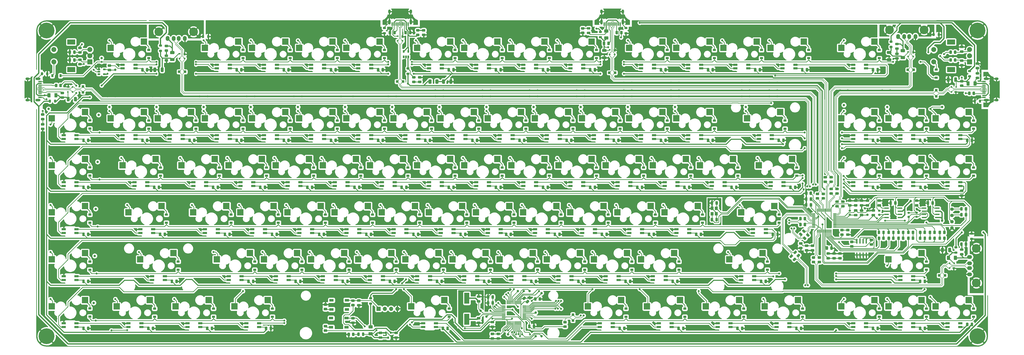
<source format=gbl>
%TF.GenerationSoftware,KiCad,Pcbnew,(5.1.10)-1*%
%TF.CreationDate,2021-11-05T15:43:11-04:00*%
%TF.ProjectId,custom_keyboard (f303),63757374-6f6d-45f6-9b65-79626f617264,rev?*%
%TF.SameCoordinates,Original*%
%TF.FileFunction,Copper,L2,Bot*%
%TF.FilePolarity,Positive*%
%FSLAX46Y46*%
G04 Gerber Fmt 4.6, Leading zero omitted, Abs format (unit mm)*
G04 Created by KiCad (PCBNEW (5.1.10)-1) date 2021-11-05 15:43:11*
%MOMM*%
%LPD*%
G01*
G04 APERTURE LIST*
%TA.AperFunction,SMDPad,CuDef*%
%ADD10R,1.800000X0.900000*%
%TD*%
%TA.AperFunction,SMDPad,CuDef*%
%ADD11R,2.550000X2.500000*%
%TD*%
%TA.AperFunction,SMDPad,CuDef*%
%ADD12O,0.270000X1.500000*%
%TD*%
%TA.AperFunction,SMDPad,CuDef*%
%ADD13O,1.500000X0.270000*%
%TD*%
%TA.AperFunction,SMDPad,CuDef*%
%ADD14R,0.650000X1.060000*%
%TD*%
%TA.AperFunction,SMDPad,CuDef*%
%ADD15R,1.800000X1.100000*%
%TD*%
%TA.AperFunction,SMDPad,CuDef*%
%ADD16R,1.000000X1.000000*%
%TD*%
%TA.AperFunction,ComponentPad*%
%ADD17C,1.000000*%
%TD*%
%TA.AperFunction,ComponentPad*%
%ADD18O,1.700000X1.700000*%
%TD*%
%TA.AperFunction,ComponentPad*%
%ADD19R,1.700000X1.700000*%
%TD*%
%TA.AperFunction,SMDPad,CuDef*%
%ADD20R,2.000000X4.500000*%
%TD*%
%TA.AperFunction,SMDPad,CuDef*%
%ADD21R,1.200000X0.900000*%
%TD*%
%TA.AperFunction,SMDPad,CuDef*%
%ADD22O,0.588000X2.045000*%
%TD*%
%TA.AperFunction,SMDPad,CuDef*%
%ADD23R,0.700000X1.000000*%
%TD*%
%TA.AperFunction,SMDPad,CuDef*%
%ADD24R,0.700000X0.600000*%
%TD*%
%TA.AperFunction,SMDPad,CuDef*%
%ADD25R,1.000000X0.700000*%
%TD*%
%TA.AperFunction,SMDPad,CuDef*%
%ADD26R,0.600000X0.700000*%
%TD*%
%TA.AperFunction,SMDPad,CuDef*%
%ADD27R,0.800000X0.900000*%
%TD*%
%TA.AperFunction,SMDPad,CuDef*%
%ADD28R,1.060000X0.650000*%
%TD*%
%TA.AperFunction,SMDPad,CuDef*%
%ADD29O,1.950000X0.568000*%
%TD*%
%TA.AperFunction,SMDPad,CuDef*%
%ADD30R,1.450000X0.600000*%
%TD*%
%TA.AperFunction,SMDPad,CuDef*%
%ADD31R,1.450000X0.300000*%
%TD*%
%TA.AperFunction,ComponentPad*%
%ADD32O,2.100000X1.000000*%
%TD*%
%TA.AperFunction,ComponentPad*%
%ADD33O,1.600000X1.000000*%
%TD*%
%TA.AperFunction,ComponentPad*%
%ADD34C,3.500000*%
%TD*%
%TA.AperFunction,ComponentPad*%
%ADD35O,1.500000X2.000000*%
%TD*%
%TA.AperFunction,SMDPad,CuDef*%
%ADD36R,1.200000X1.400000*%
%TD*%
%TA.AperFunction,SMDPad,CuDef*%
%ADD37R,0.600000X1.450000*%
%TD*%
%TA.AperFunction,SMDPad,CuDef*%
%ADD38R,0.300000X1.450000*%
%TD*%
%TA.AperFunction,ComponentPad*%
%ADD39O,1.000000X2.100000*%
%TD*%
%TA.AperFunction,ComponentPad*%
%ADD40O,1.000000X1.600000*%
%TD*%
%TA.AperFunction,ComponentPad*%
%ADD41O,2.000000X1.500000*%
%TD*%
%TA.AperFunction,SMDPad,CuDef*%
%ADD42R,0.900000X1.200000*%
%TD*%
%TA.AperFunction,ComponentPad*%
%ADD43R,2.000000X2.000000*%
%TD*%
%TA.AperFunction,ComponentPad*%
%ADD44C,2.000000*%
%TD*%
%TA.AperFunction,ComponentPad*%
%ADD45R,3.200000X2.000000*%
%TD*%
%TA.AperFunction,ComponentPad*%
%ADD46C,1.397000*%
%TD*%
%TA.AperFunction,ComponentPad*%
%ADD47C,6.400000*%
%TD*%
%TA.AperFunction,ViaPad*%
%ADD48C,0.800000*%
%TD*%
%TA.AperFunction,Conductor*%
%ADD49C,0.250000*%
%TD*%
%TA.AperFunction,Conductor*%
%ADD50C,0.200000*%
%TD*%
%TA.AperFunction,Conductor*%
%ADD51C,0.254000*%
%TD*%
%TA.AperFunction,Conductor*%
%ADD52C,0.381000*%
%TD*%
%TA.AperFunction,Conductor*%
%ADD53C,0.508000*%
%TD*%
%TA.AperFunction,Conductor*%
%ADD54C,0.100000*%
%TD*%
G04 APERTURE END LIST*
%TO.P,U14,48*%
%TO.N,+3V3*%
%TA.AperFunction,SMDPad,CuDef*%
G36*
G01*
X265370600Y-277857800D02*
X265370600Y-276532800D01*
G75*
G02*
X265445600Y-276457800I75000J0D01*
G01*
X265595600Y-276457800D01*
G75*
G02*
X265670600Y-276532800I0J-75000D01*
G01*
X265670600Y-277857800D01*
G75*
G02*
X265595600Y-277932800I-75000J0D01*
G01*
X265445600Y-277932800D01*
G75*
G02*
X265370600Y-277857800I0J75000D01*
G01*
G37*
%TD.AperFunction*%
%TO.P,U14,47*%
%TO.N,GND*%
%TA.AperFunction,SMDPad,CuDef*%
G36*
G01*
X265870600Y-277857800D02*
X265870600Y-276532800D01*
G75*
G02*
X265945600Y-276457800I75000J0D01*
G01*
X266095600Y-276457800D01*
G75*
G02*
X266170600Y-276532800I0J-75000D01*
G01*
X266170600Y-277857800D01*
G75*
G02*
X266095600Y-277932800I-75000J0D01*
G01*
X265945600Y-277932800D01*
G75*
G02*
X265870600Y-277857800I0J75000D01*
G01*
G37*
%TD.AperFunction*%
%TO.P,U14,46*%
%TO.N,ROT1_ROW*%
%TA.AperFunction,SMDPad,CuDef*%
G36*
G01*
X266370600Y-277857800D02*
X266370600Y-276532800D01*
G75*
G02*
X266445600Y-276457800I75000J0D01*
G01*
X266595600Y-276457800D01*
G75*
G02*
X266670600Y-276532800I0J-75000D01*
G01*
X266670600Y-277857800D01*
G75*
G02*
X266595600Y-277932800I-75000J0D01*
G01*
X266445600Y-277932800D01*
G75*
G02*
X266370600Y-277857800I0J75000D01*
G01*
G37*
%TD.AperFunction*%
%TO.P,U14,45*%
%TO.N,ROW1*%
%TA.AperFunction,SMDPad,CuDef*%
G36*
G01*
X266870600Y-277857800D02*
X266870600Y-276532800D01*
G75*
G02*
X266945600Y-276457800I75000J0D01*
G01*
X267095600Y-276457800D01*
G75*
G02*
X267170600Y-276532800I0J-75000D01*
G01*
X267170600Y-277857800D01*
G75*
G02*
X267095600Y-277932800I-75000J0D01*
G01*
X266945600Y-277932800D01*
G75*
G02*
X266870600Y-277857800I0J75000D01*
G01*
G37*
%TD.AperFunction*%
%TO.P,U14,44*%
%TO.N,BOOT0*%
%TA.AperFunction,SMDPad,CuDef*%
G36*
G01*
X267370600Y-277857800D02*
X267370600Y-276532800D01*
G75*
G02*
X267445600Y-276457800I75000J0D01*
G01*
X267595600Y-276457800D01*
G75*
G02*
X267670600Y-276532800I0J-75000D01*
G01*
X267670600Y-277857800D01*
G75*
G02*
X267595600Y-277932800I-75000J0D01*
G01*
X267445600Y-277932800D01*
G75*
G02*
X267370600Y-277857800I0J75000D01*
G01*
G37*
%TD.AperFunction*%
%TO.P,U14,43*%
%TO.N,KEYBOARD_SDA*%
%TA.AperFunction,SMDPad,CuDef*%
G36*
G01*
X267870600Y-277857800D02*
X267870600Y-276532800D01*
G75*
G02*
X267945600Y-276457800I75000J0D01*
G01*
X268095600Y-276457800D01*
G75*
G02*
X268170600Y-276532800I0J-75000D01*
G01*
X268170600Y-277857800D01*
G75*
G02*
X268095600Y-277932800I-75000J0D01*
G01*
X267945600Y-277932800D01*
G75*
G02*
X267870600Y-277857800I0J75000D01*
G01*
G37*
%TD.AperFunction*%
%TO.P,U14,42*%
%TO.N,KEYBOARD_SCL*%
%TA.AperFunction,SMDPad,CuDef*%
G36*
G01*
X268370600Y-277857800D02*
X268370600Y-276532800D01*
G75*
G02*
X268445600Y-276457800I75000J0D01*
G01*
X268595600Y-276457800D01*
G75*
G02*
X268670600Y-276532800I0J-75000D01*
G01*
X268670600Y-277857800D01*
G75*
G02*
X268595600Y-277932800I-75000J0D01*
G01*
X268445600Y-277932800D01*
G75*
G02*
X268370600Y-277857800I0J75000D01*
G01*
G37*
%TD.AperFunction*%
%TO.P,U14,41*%
%TO.N,ROW2*%
%TA.AperFunction,SMDPad,CuDef*%
G36*
G01*
X268870600Y-277857800D02*
X268870600Y-276532800D01*
G75*
G02*
X268945600Y-276457800I75000J0D01*
G01*
X269095600Y-276457800D01*
G75*
G02*
X269170600Y-276532800I0J-75000D01*
G01*
X269170600Y-277857800D01*
G75*
G02*
X269095600Y-277932800I-75000J0D01*
G01*
X268945600Y-277932800D01*
G75*
G02*
X268870600Y-277857800I0J75000D01*
G01*
G37*
%TD.AperFunction*%
%TO.P,U14,40*%
%TO.N,ROW3*%
%TA.AperFunction,SMDPad,CuDef*%
G36*
G01*
X269370600Y-277857800D02*
X269370600Y-276532800D01*
G75*
G02*
X269445600Y-276457800I75000J0D01*
G01*
X269595600Y-276457800D01*
G75*
G02*
X269670600Y-276532800I0J-75000D01*
G01*
X269670600Y-277857800D01*
G75*
G02*
X269595600Y-277932800I-75000J0D01*
G01*
X269445600Y-277932800D01*
G75*
G02*
X269370600Y-277857800I0J75000D01*
G01*
G37*
%TD.AperFunction*%
%TO.P,U14,39*%
%TO.N,ROW4*%
%TA.AperFunction,SMDPad,CuDef*%
G36*
G01*
X269870600Y-277857800D02*
X269870600Y-276532800D01*
G75*
G02*
X269945600Y-276457800I75000J0D01*
G01*
X270095600Y-276457800D01*
G75*
G02*
X270170600Y-276532800I0J-75000D01*
G01*
X270170600Y-277857800D01*
G75*
G02*
X270095600Y-277932800I-75000J0D01*
G01*
X269945600Y-277932800D01*
G75*
G02*
X269870600Y-277857800I0J75000D01*
G01*
G37*
%TD.AperFunction*%
%TO.P,U14,38*%
%TO.N,ROW5*%
%TA.AperFunction,SMDPad,CuDef*%
G36*
G01*
X270370600Y-277857800D02*
X270370600Y-276532800D01*
G75*
G02*
X270445600Y-276457800I75000J0D01*
G01*
X270595600Y-276457800D01*
G75*
G02*
X270670600Y-276532800I0J-75000D01*
G01*
X270670600Y-277857800D01*
G75*
G02*
X270595600Y-277932800I-75000J0D01*
G01*
X270445600Y-277932800D01*
G75*
G02*
X270370600Y-277857800I0J75000D01*
G01*
G37*
%TD.AperFunction*%
%TO.P,U14,37*%
%TO.N,SWCLK*%
%TA.AperFunction,SMDPad,CuDef*%
G36*
G01*
X270870600Y-277857800D02*
X270870600Y-276532800D01*
G75*
G02*
X270945600Y-276457800I75000J0D01*
G01*
X271095600Y-276457800D01*
G75*
G02*
X271170600Y-276532800I0J-75000D01*
G01*
X271170600Y-277857800D01*
G75*
G02*
X271095600Y-277932800I-75000J0D01*
G01*
X270945600Y-277932800D01*
G75*
G02*
X270870600Y-277857800I0J75000D01*
G01*
G37*
%TD.AperFunction*%
%TO.P,U14,36*%
%TO.N,+3V3*%
%TA.AperFunction,SMDPad,CuDef*%
G36*
G01*
X271695600Y-275857800D02*
X271695600Y-275707800D01*
G75*
G02*
X271770600Y-275632800I75000J0D01*
G01*
X273095600Y-275632800D01*
G75*
G02*
X273170600Y-275707800I0J-75000D01*
G01*
X273170600Y-275857800D01*
G75*
G02*
X273095600Y-275932800I-75000J0D01*
G01*
X271770600Y-275932800D01*
G75*
G02*
X271695600Y-275857800I0J75000D01*
G01*
G37*
%TD.AperFunction*%
%TO.P,U14,35*%
%TO.N,GND*%
%TA.AperFunction,SMDPad,CuDef*%
G36*
G01*
X271695600Y-275357800D02*
X271695600Y-275207800D01*
G75*
G02*
X271770600Y-275132800I75000J0D01*
G01*
X273095600Y-275132800D01*
G75*
G02*
X273170600Y-275207800I0J-75000D01*
G01*
X273170600Y-275357800D01*
G75*
G02*
X273095600Y-275432800I-75000J0D01*
G01*
X271770600Y-275432800D01*
G75*
G02*
X271695600Y-275357800I0J75000D01*
G01*
G37*
%TD.AperFunction*%
%TO.P,U14,34*%
%TO.N,SWDIO*%
%TA.AperFunction,SMDPad,CuDef*%
G36*
G01*
X271695600Y-274857800D02*
X271695600Y-274707800D01*
G75*
G02*
X271770600Y-274632800I75000J0D01*
G01*
X273095600Y-274632800D01*
G75*
G02*
X273170600Y-274707800I0J-75000D01*
G01*
X273170600Y-274857800D01*
G75*
G02*
X273095600Y-274932800I-75000J0D01*
G01*
X271770600Y-274932800D01*
G75*
G02*
X271695600Y-274857800I0J75000D01*
G01*
G37*
%TD.AperFunction*%
%TO.P,U14,33*%
%TO.N,KEYBOARD_D+*%
%TA.AperFunction,SMDPad,CuDef*%
G36*
G01*
X271695600Y-274357800D02*
X271695600Y-274207800D01*
G75*
G02*
X271770600Y-274132800I75000J0D01*
G01*
X273095600Y-274132800D01*
G75*
G02*
X273170600Y-274207800I0J-75000D01*
G01*
X273170600Y-274357800D01*
G75*
G02*
X273095600Y-274432800I-75000J0D01*
G01*
X271770600Y-274432800D01*
G75*
G02*
X271695600Y-274357800I0J75000D01*
G01*
G37*
%TD.AperFunction*%
%TO.P,U14,32*%
%TO.N,KEYBOARD_D-*%
%TA.AperFunction,SMDPad,CuDef*%
G36*
G01*
X271695600Y-273857800D02*
X271695600Y-273707800D01*
G75*
G02*
X271770600Y-273632800I75000J0D01*
G01*
X273095600Y-273632800D01*
G75*
G02*
X273170600Y-273707800I0J-75000D01*
G01*
X273170600Y-273857800D01*
G75*
G02*
X273095600Y-273932800I-75000J0D01*
G01*
X271770600Y-273932800D01*
G75*
G02*
X271695600Y-273857800I0J75000D01*
G01*
G37*
%TD.AperFunction*%
%TO.P,U14,31*%
%TO.N,BKL_DATA_IN_3V3*%
%TA.AperFunction,SMDPad,CuDef*%
G36*
G01*
X271695600Y-273357800D02*
X271695600Y-273207800D01*
G75*
G02*
X271770600Y-273132800I75000J0D01*
G01*
X273095600Y-273132800D01*
G75*
G02*
X273170600Y-273207800I0J-75000D01*
G01*
X273170600Y-273357800D01*
G75*
G02*
X273095600Y-273432800I-75000J0D01*
G01*
X271770600Y-273432800D01*
G75*
G02*
X271695600Y-273357800I0J75000D01*
G01*
G37*
%TD.AperFunction*%
%TO.P,U14,30*%
%TO.N,COL17*%
%TA.AperFunction,SMDPad,CuDef*%
G36*
G01*
X271695600Y-272857800D02*
X271695600Y-272707800D01*
G75*
G02*
X271770600Y-272632800I75000J0D01*
G01*
X273095600Y-272632800D01*
G75*
G02*
X273170600Y-272707800I0J-75000D01*
G01*
X273170600Y-272857800D01*
G75*
G02*
X273095600Y-272932800I-75000J0D01*
G01*
X271770600Y-272932800D01*
G75*
G02*
X271695600Y-272857800I0J75000D01*
G01*
G37*
%TD.AperFunction*%
%TO.P,U14,29*%
%TO.N,COL16*%
%TA.AperFunction,SMDPad,CuDef*%
G36*
G01*
X271695600Y-272357800D02*
X271695600Y-272207800D01*
G75*
G02*
X271770600Y-272132800I75000J0D01*
G01*
X273095600Y-272132800D01*
G75*
G02*
X273170600Y-272207800I0J-75000D01*
G01*
X273170600Y-272357800D01*
G75*
G02*
X273095600Y-272432800I-75000J0D01*
G01*
X271770600Y-272432800D01*
G75*
G02*
X271695600Y-272357800I0J75000D01*
G01*
G37*
%TD.AperFunction*%
%TO.P,U14,28*%
%TO.N,COL15*%
%TA.AperFunction,SMDPad,CuDef*%
G36*
G01*
X271695600Y-271857800D02*
X271695600Y-271707800D01*
G75*
G02*
X271770600Y-271632800I75000J0D01*
G01*
X273095600Y-271632800D01*
G75*
G02*
X273170600Y-271707800I0J-75000D01*
G01*
X273170600Y-271857800D01*
G75*
G02*
X273095600Y-271932800I-75000J0D01*
G01*
X271770600Y-271932800D01*
G75*
G02*
X271695600Y-271857800I0J75000D01*
G01*
G37*
%TD.AperFunction*%
%TO.P,U14,27*%
%TO.N,COL14*%
%TA.AperFunction,SMDPad,CuDef*%
G36*
G01*
X271695600Y-271357800D02*
X271695600Y-271207800D01*
G75*
G02*
X271770600Y-271132800I75000J0D01*
G01*
X273095600Y-271132800D01*
G75*
G02*
X273170600Y-271207800I0J-75000D01*
G01*
X273170600Y-271357800D01*
G75*
G02*
X273095600Y-271432800I-75000J0D01*
G01*
X271770600Y-271432800D01*
G75*
G02*
X271695600Y-271357800I0J75000D01*
G01*
G37*
%TD.AperFunction*%
%TO.P,U14,26*%
%TO.N,COL13*%
%TA.AperFunction,SMDPad,CuDef*%
G36*
G01*
X271695600Y-270857800D02*
X271695600Y-270707800D01*
G75*
G02*
X271770600Y-270632800I75000J0D01*
G01*
X273095600Y-270632800D01*
G75*
G02*
X273170600Y-270707800I0J-75000D01*
G01*
X273170600Y-270857800D01*
G75*
G02*
X273095600Y-270932800I-75000J0D01*
G01*
X271770600Y-270932800D01*
G75*
G02*
X271695600Y-270857800I0J75000D01*
G01*
G37*
%TD.AperFunction*%
%TO.P,U14,25*%
%TO.N,COL12*%
%TA.AperFunction,SMDPad,CuDef*%
G36*
G01*
X271695600Y-270357800D02*
X271695600Y-270207800D01*
G75*
G02*
X271770600Y-270132800I75000J0D01*
G01*
X273095600Y-270132800D01*
G75*
G02*
X273170600Y-270207800I0J-75000D01*
G01*
X273170600Y-270357800D01*
G75*
G02*
X273095600Y-270432800I-75000J0D01*
G01*
X271770600Y-270432800D01*
G75*
G02*
X271695600Y-270357800I0J75000D01*
G01*
G37*
%TD.AperFunction*%
%TO.P,U14,24*%
%TO.N,+3V3*%
%TA.AperFunction,SMDPad,CuDef*%
G36*
G01*
X270870600Y-269532800D02*
X270870600Y-268207800D01*
G75*
G02*
X270945600Y-268132800I75000J0D01*
G01*
X271095600Y-268132800D01*
G75*
G02*
X271170600Y-268207800I0J-75000D01*
G01*
X271170600Y-269532800D01*
G75*
G02*
X271095600Y-269607800I-75000J0D01*
G01*
X270945600Y-269607800D01*
G75*
G02*
X270870600Y-269532800I0J75000D01*
G01*
G37*
%TD.AperFunction*%
%TO.P,U14,23*%
%TO.N,GND*%
%TA.AperFunction,SMDPad,CuDef*%
G36*
G01*
X270370600Y-269532800D02*
X270370600Y-268207800D01*
G75*
G02*
X270445600Y-268132800I75000J0D01*
G01*
X270595600Y-268132800D01*
G75*
G02*
X270670600Y-268207800I0J-75000D01*
G01*
X270670600Y-269532800D01*
G75*
G02*
X270595600Y-269607800I-75000J0D01*
G01*
X270445600Y-269607800D01*
G75*
G02*
X270370600Y-269532800I0J75000D01*
G01*
G37*
%TD.AperFunction*%
%TO.P,U14,22*%
%TO.N,COL11*%
%TA.AperFunction,SMDPad,CuDef*%
G36*
G01*
X269870600Y-269532800D02*
X269870600Y-268207800D01*
G75*
G02*
X269945600Y-268132800I75000J0D01*
G01*
X270095600Y-268132800D01*
G75*
G02*
X270170600Y-268207800I0J-75000D01*
G01*
X270170600Y-269532800D01*
G75*
G02*
X270095600Y-269607800I-75000J0D01*
G01*
X269945600Y-269607800D01*
G75*
G02*
X269870600Y-269532800I0J75000D01*
G01*
G37*
%TD.AperFunction*%
%TO.P,U14,21*%
%TO.N,COL10*%
%TA.AperFunction,SMDPad,CuDef*%
G36*
G01*
X269370600Y-269532800D02*
X269370600Y-268207800D01*
G75*
G02*
X269445600Y-268132800I75000J0D01*
G01*
X269595600Y-268132800D01*
G75*
G02*
X269670600Y-268207800I0J-75000D01*
G01*
X269670600Y-269532800D01*
G75*
G02*
X269595600Y-269607800I-75000J0D01*
G01*
X269445600Y-269607800D01*
G75*
G02*
X269370600Y-269532800I0J75000D01*
G01*
G37*
%TD.AperFunction*%
%TO.P,U14,20*%
%TO.N,BOOT1*%
%TA.AperFunction,SMDPad,CuDef*%
G36*
G01*
X268870600Y-269532800D02*
X268870600Y-268207800D01*
G75*
G02*
X268945600Y-268132800I75000J0D01*
G01*
X269095600Y-268132800D01*
G75*
G02*
X269170600Y-268207800I0J-75000D01*
G01*
X269170600Y-269532800D01*
G75*
G02*
X269095600Y-269607800I-75000J0D01*
G01*
X268945600Y-269607800D01*
G75*
G02*
X268870600Y-269532800I0J75000D01*
G01*
G37*
%TD.AperFunction*%
%TO.P,U14,19*%
%TO.N,ENCODER_B2*%
%TA.AperFunction,SMDPad,CuDef*%
G36*
G01*
X268370600Y-269532800D02*
X268370600Y-268207800D01*
G75*
G02*
X268445600Y-268132800I75000J0D01*
G01*
X268595600Y-268132800D01*
G75*
G02*
X268670600Y-268207800I0J-75000D01*
G01*
X268670600Y-269532800D01*
G75*
G02*
X268595600Y-269607800I-75000J0D01*
G01*
X268445600Y-269607800D01*
G75*
G02*
X268370600Y-269532800I0J75000D01*
G01*
G37*
%TD.AperFunction*%
%TO.P,U14,18*%
%TO.N,ENCODER_B1*%
%TA.AperFunction,SMDPad,CuDef*%
G36*
G01*
X267870600Y-269532800D02*
X267870600Y-268207800D01*
G75*
G02*
X267945600Y-268132800I75000J0D01*
G01*
X268095600Y-268132800D01*
G75*
G02*
X268170600Y-268207800I0J-75000D01*
G01*
X268170600Y-269532800D01*
G75*
G02*
X268095600Y-269607800I-75000J0D01*
G01*
X267945600Y-269607800D01*
G75*
G02*
X267870600Y-269532800I0J75000D01*
G01*
G37*
%TD.AperFunction*%
%TO.P,U14,17*%
%TO.N,ENCODER_A*%
%TA.AperFunction,SMDPad,CuDef*%
G36*
G01*
X267370600Y-269532800D02*
X267370600Y-268207800D01*
G75*
G02*
X267445600Y-268132800I75000J0D01*
G01*
X267595600Y-268132800D01*
G75*
G02*
X267670600Y-268207800I0J-75000D01*
G01*
X267670600Y-269532800D01*
G75*
G02*
X267595600Y-269607800I-75000J0D01*
G01*
X267445600Y-269607800D01*
G75*
G02*
X267370600Y-269532800I0J75000D01*
G01*
G37*
%TD.AperFunction*%
%TO.P,U14,16*%
%TO.N,COL9*%
%TA.AperFunction,SMDPad,CuDef*%
G36*
G01*
X266870600Y-269532800D02*
X266870600Y-268207800D01*
G75*
G02*
X266945600Y-268132800I75000J0D01*
G01*
X267095600Y-268132800D01*
G75*
G02*
X267170600Y-268207800I0J-75000D01*
G01*
X267170600Y-269532800D01*
G75*
G02*
X267095600Y-269607800I-75000J0D01*
G01*
X266945600Y-269607800D01*
G75*
G02*
X266870600Y-269532800I0J75000D01*
G01*
G37*
%TD.AperFunction*%
%TO.P,U14,15*%
%TO.N,COL8*%
%TA.AperFunction,SMDPad,CuDef*%
G36*
G01*
X266370600Y-269532800D02*
X266370600Y-268207800D01*
G75*
G02*
X266445600Y-268132800I75000J0D01*
G01*
X266595600Y-268132800D01*
G75*
G02*
X266670600Y-268207800I0J-75000D01*
G01*
X266670600Y-269532800D01*
G75*
G02*
X266595600Y-269607800I-75000J0D01*
G01*
X266445600Y-269607800D01*
G75*
G02*
X266370600Y-269532800I0J75000D01*
G01*
G37*
%TD.AperFunction*%
%TO.P,U14,14*%
%TO.N,COL7*%
%TA.AperFunction,SMDPad,CuDef*%
G36*
G01*
X265870600Y-269532800D02*
X265870600Y-268207800D01*
G75*
G02*
X265945600Y-268132800I75000J0D01*
G01*
X266095600Y-268132800D01*
G75*
G02*
X266170600Y-268207800I0J-75000D01*
G01*
X266170600Y-269532800D01*
G75*
G02*
X266095600Y-269607800I-75000J0D01*
G01*
X265945600Y-269607800D01*
G75*
G02*
X265870600Y-269532800I0J75000D01*
G01*
G37*
%TD.AperFunction*%
%TO.P,U14,13*%
%TO.N,COL6*%
%TA.AperFunction,SMDPad,CuDef*%
G36*
G01*
X265370600Y-269532800D02*
X265370600Y-268207800D01*
G75*
G02*
X265445600Y-268132800I75000J0D01*
G01*
X265595600Y-268132800D01*
G75*
G02*
X265670600Y-268207800I0J-75000D01*
G01*
X265670600Y-269532800D01*
G75*
G02*
X265595600Y-269607800I-75000J0D01*
G01*
X265445600Y-269607800D01*
G75*
G02*
X265370600Y-269532800I0J75000D01*
G01*
G37*
%TD.AperFunction*%
%TO.P,U14,12*%
%TO.N,COL5*%
%TA.AperFunction,SMDPad,CuDef*%
G36*
G01*
X263370600Y-270357800D02*
X263370600Y-270207800D01*
G75*
G02*
X263445600Y-270132800I75000J0D01*
G01*
X264770600Y-270132800D01*
G75*
G02*
X264845600Y-270207800I0J-75000D01*
G01*
X264845600Y-270357800D01*
G75*
G02*
X264770600Y-270432800I-75000J0D01*
G01*
X263445600Y-270432800D01*
G75*
G02*
X263370600Y-270357800I0J75000D01*
G01*
G37*
%TD.AperFunction*%
%TO.P,U14,11*%
%TO.N,COL4*%
%TA.AperFunction,SMDPad,CuDef*%
G36*
G01*
X263370600Y-270857800D02*
X263370600Y-270707800D01*
G75*
G02*
X263445600Y-270632800I75000J0D01*
G01*
X264770600Y-270632800D01*
G75*
G02*
X264845600Y-270707800I0J-75000D01*
G01*
X264845600Y-270857800D01*
G75*
G02*
X264770600Y-270932800I-75000J0D01*
G01*
X263445600Y-270932800D01*
G75*
G02*
X263370600Y-270857800I0J75000D01*
G01*
G37*
%TD.AperFunction*%
%TO.P,U14,10*%
%TO.N,COL3*%
%TA.AperFunction,SMDPad,CuDef*%
G36*
G01*
X263370600Y-271357800D02*
X263370600Y-271207800D01*
G75*
G02*
X263445600Y-271132800I75000J0D01*
G01*
X264770600Y-271132800D01*
G75*
G02*
X264845600Y-271207800I0J-75000D01*
G01*
X264845600Y-271357800D01*
G75*
G02*
X264770600Y-271432800I-75000J0D01*
G01*
X263445600Y-271432800D01*
G75*
G02*
X263370600Y-271357800I0J75000D01*
G01*
G37*
%TD.AperFunction*%
%TO.P,U14,9*%
%TO.N,+3V3*%
%TA.AperFunction,SMDPad,CuDef*%
G36*
G01*
X263370600Y-271857800D02*
X263370600Y-271707800D01*
G75*
G02*
X263445600Y-271632800I75000J0D01*
G01*
X264770600Y-271632800D01*
G75*
G02*
X264845600Y-271707800I0J-75000D01*
G01*
X264845600Y-271857800D01*
G75*
G02*
X264770600Y-271932800I-75000J0D01*
G01*
X263445600Y-271932800D01*
G75*
G02*
X263370600Y-271857800I0J75000D01*
G01*
G37*
%TD.AperFunction*%
%TO.P,U14,8*%
%TO.N,GND*%
%TA.AperFunction,SMDPad,CuDef*%
G36*
G01*
X263370600Y-272357800D02*
X263370600Y-272207800D01*
G75*
G02*
X263445600Y-272132800I75000J0D01*
G01*
X264770600Y-272132800D01*
G75*
G02*
X264845600Y-272207800I0J-75000D01*
G01*
X264845600Y-272357800D01*
G75*
G02*
X264770600Y-272432800I-75000J0D01*
G01*
X263445600Y-272432800D01*
G75*
G02*
X263370600Y-272357800I0J75000D01*
G01*
G37*
%TD.AperFunction*%
%TO.P,U14,7*%
%TO.N,KEYBOARD_RESET*%
%TA.AperFunction,SMDPad,CuDef*%
G36*
G01*
X263370600Y-272857800D02*
X263370600Y-272707800D01*
G75*
G02*
X263445600Y-272632800I75000J0D01*
G01*
X264770600Y-272632800D01*
G75*
G02*
X264845600Y-272707800I0J-75000D01*
G01*
X264845600Y-272857800D01*
G75*
G02*
X264770600Y-272932800I-75000J0D01*
G01*
X263445600Y-272932800D01*
G75*
G02*
X263370600Y-272857800I0J75000D01*
G01*
G37*
%TD.AperFunction*%
%TO.P,U14,6*%
%TO.N,KEYBOARD_XTAL2*%
%TA.AperFunction,SMDPad,CuDef*%
G36*
G01*
X263370600Y-273357800D02*
X263370600Y-273207800D01*
G75*
G02*
X263445600Y-273132800I75000J0D01*
G01*
X264770600Y-273132800D01*
G75*
G02*
X264845600Y-273207800I0J-75000D01*
G01*
X264845600Y-273357800D01*
G75*
G02*
X264770600Y-273432800I-75000J0D01*
G01*
X263445600Y-273432800D01*
G75*
G02*
X263370600Y-273357800I0J75000D01*
G01*
G37*
%TD.AperFunction*%
%TO.P,U14,5*%
%TO.N,KEYBOARD_XTAL1*%
%TA.AperFunction,SMDPad,CuDef*%
G36*
G01*
X263370600Y-273857800D02*
X263370600Y-273707800D01*
G75*
G02*
X263445600Y-273632800I75000J0D01*
G01*
X264770600Y-273632800D01*
G75*
G02*
X264845600Y-273707800I0J-75000D01*
G01*
X264845600Y-273857800D01*
G75*
G02*
X264770600Y-273932800I-75000J0D01*
G01*
X263445600Y-273932800D01*
G75*
G02*
X263370600Y-273857800I0J75000D01*
G01*
G37*
%TD.AperFunction*%
%TO.P,U14,4*%
%TO.N,COL1*%
%TA.AperFunction,SMDPad,CuDef*%
G36*
G01*
X263370600Y-274357800D02*
X263370600Y-274207800D01*
G75*
G02*
X263445600Y-274132800I75000J0D01*
G01*
X264770600Y-274132800D01*
G75*
G02*
X264845600Y-274207800I0J-75000D01*
G01*
X264845600Y-274357800D01*
G75*
G02*
X264770600Y-274432800I-75000J0D01*
G01*
X263445600Y-274432800D01*
G75*
G02*
X263370600Y-274357800I0J75000D01*
G01*
G37*
%TD.AperFunction*%
%TO.P,U14,3*%
%TO.N,COL0*%
%TA.AperFunction,SMDPad,CuDef*%
G36*
G01*
X263370600Y-274857800D02*
X263370600Y-274707800D01*
G75*
G02*
X263445600Y-274632800I75000J0D01*
G01*
X264770600Y-274632800D01*
G75*
G02*
X264845600Y-274707800I0J-75000D01*
G01*
X264845600Y-274857800D01*
G75*
G02*
X264770600Y-274932800I-75000J0D01*
G01*
X263445600Y-274932800D01*
G75*
G02*
X263370600Y-274857800I0J75000D01*
G01*
G37*
%TD.AperFunction*%
%TO.P,U14,2*%
%TO.N,COL2*%
%TA.AperFunction,SMDPad,CuDef*%
G36*
G01*
X263370600Y-275357800D02*
X263370600Y-275207800D01*
G75*
G02*
X263445600Y-275132800I75000J0D01*
G01*
X264770600Y-275132800D01*
G75*
G02*
X264845600Y-275207800I0J-75000D01*
G01*
X264845600Y-275357800D01*
G75*
G02*
X264770600Y-275432800I-75000J0D01*
G01*
X263445600Y-275432800D01*
G75*
G02*
X263370600Y-275357800I0J75000D01*
G01*
G37*
%TD.AperFunction*%
%TO.P,U14,1*%
%TO.N,+3V3*%
%TA.AperFunction,SMDPad,CuDef*%
G36*
G01*
X263370600Y-275857800D02*
X263370600Y-275707800D01*
G75*
G02*
X263445600Y-275632800I75000J0D01*
G01*
X264770600Y-275632800D01*
G75*
G02*
X264845600Y-275707800I0J-75000D01*
G01*
X264845600Y-275857800D01*
G75*
G02*
X264770600Y-275932800I-75000J0D01*
G01*
X263445600Y-275932800D01*
G75*
G02*
X263370600Y-275857800I0J75000D01*
G01*
G37*
%TD.AperFunction*%
%TD*%
D10*
%TO.P,MX84,6*%
%TO.N,+5V*%
X308174500Y-278832800D03*
%TO.P,MX84,5*%
%TO.N,Net-(MX84-Pad5)*%
X308174500Y-277332800D03*
%TO.P,MX84,4*%
%TO.N,Net-(MX83-Pad5)*%
X302974500Y-278832800D03*
%TO.P,MX84,3*%
%TO.N,GND*%
X302974500Y-277332800D03*
D11*
%TO.P,MX84,2*%
%TO.N,Net-(KD84-Pad2)*%
X311589500Y-267952800D03*
%TO.P,MX84,1*%
%TO.N,COL10*%
X298164500Y-270492800D03*
%TD*%
D10*
%TO.P,MX14,6*%
%TO.N,+5V*%
X410561800Y-174064400D03*
%TO.P,MX14,5*%
%TO.N,DOUT1*%
X410561800Y-172564400D03*
%TO.P,MX14,4*%
%TO.N,Net-(MX13-Pad5)*%
X405361800Y-174064400D03*
%TO.P,MX14,3*%
%TO.N,GND*%
X405361800Y-172564400D03*
D11*
%TO.P,MX14,2*%
%TO.N,Net-(KD14-Pad2)*%
X413976800Y-163184400D03*
%TO.P,MX14,1*%
%TO.N,COL15*%
X400551800Y-165724400D03*
%TD*%
%TO.P,R27,2*%
%TO.N,BOOT1*%
%TA.AperFunction,SMDPad,CuDef*%
G36*
G01*
X277395000Y-267026898D02*
X277395000Y-267926902D01*
G75*
G02*
X277145002Y-268176900I-249998J0D01*
G01*
X276619998Y-268176900D01*
G75*
G02*
X276370000Y-267926902I0J249998D01*
G01*
X276370000Y-267026898D01*
G75*
G02*
X276619998Y-266776900I249998J0D01*
G01*
X277145002Y-266776900D01*
G75*
G02*
X277395000Y-267026898I0J-249998D01*
G01*
G37*
%TD.AperFunction*%
%TO.P,R27,1*%
%TO.N,GND*%
%TA.AperFunction,SMDPad,CuDef*%
G36*
G01*
X279220000Y-267026898D02*
X279220000Y-267926902D01*
G75*
G02*
X278970002Y-268176900I-249998J0D01*
G01*
X278444998Y-268176900D01*
G75*
G02*
X278195000Y-267926902I0J249998D01*
G01*
X278195000Y-267026898D01*
G75*
G02*
X278444998Y-266776900I249998J0D01*
G01*
X278970002Y-266776900D01*
G75*
G02*
X279220000Y-267026898I0J-249998D01*
G01*
G37*
%TD.AperFunction*%
%TD*%
%TO.P,R65,2*%
%TO.N,Net-(D12-Pad1)*%
%TA.AperFunction,SMDPad,CuDef*%
G36*
G01*
X229722998Y-178982500D02*
X230623002Y-178982500D01*
G75*
G02*
X230873000Y-179232498I0J-249998D01*
G01*
X230873000Y-179757502D01*
G75*
G02*
X230623002Y-180007500I-249998J0D01*
G01*
X229722998Y-180007500D01*
G75*
G02*
X229473000Y-179757502I0J249998D01*
G01*
X229473000Y-179232498D01*
G75*
G02*
X229722998Y-178982500I249998J0D01*
G01*
G37*
%TD.AperFunction*%
%TO.P,R65,1*%
%TO.N,GND*%
%TA.AperFunction,SMDPad,CuDef*%
G36*
G01*
X229722998Y-177157500D02*
X230623002Y-177157500D01*
G75*
G02*
X230873000Y-177407498I0J-249998D01*
G01*
X230873000Y-177932502D01*
G75*
G02*
X230623002Y-178182500I-249998J0D01*
G01*
X229722998Y-178182500D01*
G75*
G02*
X229473000Y-177932502I0J249998D01*
G01*
X229473000Y-177407498D01*
G75*
G02*
X229722998Y-177157500I249998J0D01*
G01*
G37*
%TD.AperFunction*%
%TD*%
%TO.P,D12,2*%
%TO.N,Net-(D12-Pad2)*%
%TA.AperFunction,SMDPad,CuDef*%
G36*
G01*
X228248150Y-178132500D02*
X227335650Y-178132500D01*
G75*
G02*
X227091900Y-177888750I0J243750D01*
G01*
X227091900Y-177401250D01*
G75*
G02*
X227335650Y-177157500I243750J0D01*
G01*
X228248150Y-177157500D01*
G75*
G02*
X228491900Y-177401250I0J-243750D01*
G01*
X228491900Y-177888750D01*
G75*
G02*
X228248150Y-178132500I-243750J0D01*
G01*
G37*
%TD.AperFunction*%
%TO.P,D12,1*%
%TO.N,Net-(D12-Pad1)*%
%TA.AperFunction,SMDPad,CuDef*%
G36*
G01*
X228248150Y-180007500D02*
X227335650Y-180007500D01*
G75*
G02*
X227091900Y-179763750I0J243750D01*
G01*
X227091900Y-179276250D01*
G75*
G02*
X227335650Y-179032500I243750J0D01*
G01*
X228248150Y-179032500D01*
G75*
G02*
X228491900Y-179276250I0J-243750D01*
G01*
X228491900Y-179763750D01*
G75*
G02*
X228248150Y-180007500I-243750J0D01*
G01*
G37*
%TD.AperFunction*%
%TD*%
%TO.P,R64,2*%
%TO.N,Net-(D11-Pad1)*%
%TA.AperFunction,SMDPad,CuDef*%
G36*
G01*
X202793500Y-282258502D02*
X202793500Y-281358498D01*
G75*
G02*
X203043498Y-281108500I249998J0D01*
G01*
X203568502Y-281108500D01*
G75*
G02*
X203818500Y-281358498I0J-249998D01*
G01*
X203818500Y-282258502D01*
G75*
G02*
X203568502Y-282508500I-249998J0D01*
G01*
X203043498Y-282508500D01*
G75*
G02*
X202793500Y-282258502I0J249998D01*
G01*
G37*
%TD.AperFunction*%
%TO.P,R64,1*%
%TO.N,GND*%
%TA.AperFunction,SMDPad,CuDef*%
G36*
G01*
X200968500Y-282258502D02*
X200968500Y-281358498D01*
G75*
G02*
X201218498Y-281108500I249998J0D01*
G01*
X201743502Y-281108500D01*
G75*
G02*
X201993500Y-281358498I0J-249998D01*
G01*
X201993500Y-282258502D01*
G75*
G02*
X201743502Y-282508500I-249998J0D01*
G01*
X201218498Y-282508500D01*
G75*
G02*
X200968500Y-282258502I0J249998D01*
G01*
G37*
%TD.AperFunction*%
%TD*%
%TO.P,D11,2*%
%TO.N,KEYBOARD_5V*%
%TA.AperFunction,SMDPad,CuDef*%
G36*
G01*
X206812000Y-282219750D02*
X206812000Y-281307250D01*
G75*
G02*
X207055750Y-281063500I243750J0D01*
G01*
X207543250Y-281063500D01*
G75*
G02*
X207787000Y-281307250I0J-243750D01*
G01*
X207787000Y-282219750D01*
G75*
G02*
X207543250Y-282463500I-243750J0D01*
G01*
X207055750Y-282463500D01*
G75*
G02*
X206812000Y-282219750I0J243750D01*
G01*
G37*
%TD.AperFunction*%
%TO.P,D11,1*%
%TO.N,Net-(D11-Pad1)*%
%TA.AperFunction,SMDPad,CuDef*%
G36*
G01*
X204937000Y-282219750D02*
X204937000Y-281307250D01*
G75*
G02*
X205180750Y-281063500I243750J0D01*
G01*
X205668250Y-281063500D01*
G75*
G02*
X205912000Y-281307250I0J-243750D01*
G01*
X205912000Y-282219750D01*
G75*
G02*
X205668250Y-282463500I-243750J0D01*
G01*
X205180750Y-282463500D01*
G75*
G02*
X204937000Y-282219750I0J243750D01*
G01*
G37*
%TD.AperFunction*%
%TD*%
D10*
%TO.P,MX64,6*%
%TO.N,+5V*%
X370083100Y-240735200D03*
%TO.P,MX64,5*%
%TO.N,DOUT4*%
X370083100Y-239235200D03*
%TO.P,MX64,4*%
%TO.N,Net-(MX63-Pad5)*%
X364883100Y-240735200D03*
%TO.P,MX64,3*%
%TO.N,GND*%
X364883100Y-239235200D03*
D11*
%TO.P,MX64,2*%
%TO.N,Net-(KD64-Pad2)*%
X373498100Y-229855200D03*
%TO.P,MX64,1*%
%TO.N,COL14*%
X360073100Y-232395200D03*
%TD*%
D12*
%TO.P,FE2.1,1*%
%TO.N,HUB_DRV*%
X396425200Y-239978900D03*
%TO.P,FE2.1,2*%
%TO.N,HUB_SDA*%
X395925200Y-239978900D03*
%TO.P,FE2.1,3*%
%TO.N,HUB_LED1*%
X395425200Y-239978900D03*
%TO.P,FE2.1,4*%
%TO.N,HUB_LED2*%
X394925200Y-239978900D03*
%TO.P,FE2.1,5*%
%TO.N,HUB_LED3*%
X394425200Y-239978900D03*
%TO.P,FE2.1,6*%
%TO.N,+1V8*%
X393925200Y-239978900D03*
%TO.P,FE2.1,7*%
%TO.N,HUB_LED4*%
X393425200Y-239978900D03*
%TO.P,FE2.1,8*%
%TO.N,+5V*%
X392925200Y-239978900D03*
%TO.P,FE2.1,9*%
%TO.N,+3V3*%
X392425200Y-239978900D03*
%TO.P,FE2.1,10*%
%TO.N,GND*%
X391925200Y-239978900D03*
%TO.P,FE2.1,11*%
%TO.N,HUB_PORT4_D-*%
X391425200Y-239978900D03*
%TO.P,FE2.1,12*%
%TO.N,HUB_PORT4_D+*%
X390925200Y-239978900D03*
D13*
%TO.P,FE2.1,13*%
%TO.N,HUB_PORT3_D-*%
X389425200Y-238478900D03*
%TO.P,FE2.1,14*%
%TO.N,HUB_PORT3_D+*%
X389425200Y-237978900D03*
%TO.P,FE2.1,15*%
%TO.N,+3V3*%
X389425200Y-237478900D03*
%TO.P,FE2.1,16*%
%TO.N,HUB_PORT2_D-*%
X389425200Y-236978900D03*
%TO.P,FE2.1,17*%
%TO.N,HUB_PORT2_D+*%
X389425200Y-236478900D03*
%TO.P,FE2.1,18*%
%TO.N,HUB_PORT1_D-*%
X389425200Y-235978900D03*
%TO.P,FE2.1,19*%
%TO.N,HUB_PORT1_D+*%
X389425200Y-235478900D03*
%TO.P,FE2.1,20*%
%TO.N,+3V3*%
X389425200Y-234978900D03*
%TO.P,FE2.1,21*%
X389425200Y-234478900D03*
%TO.P,FE2.1,22*%
%TO.N,HUB_XIN*%
X389425200Y-233978900D03*
%TO.P,FE2.1,23*%
%TO.N,HUB_XOUT*%
X389425200Y-233478900D03*
%TO.P,FE2.1,24*%
%TO.N,GND*%
X389425200Y-232978900D03*
D12*
%TO.P,FE2.1,25*%
%TO.N,+1V8*%
X390925200Y-231478900D03*
%TO.P,FE2.1,26*%
%TO.N,+3V3*%
X391425200Y-231478900D03*
%TO.P,FE2.1,27*%
%TO.N,Net-(FE2.1-Pad27)*%
X391925200Y-231478900D03*
%TO.P,FE2.1,28*%
%TO.N,+1V8*%
X392425200Y-231478900D03*
%TO.P,FE2.1,29*%
%TO.N,HUB_D-*%
X392925200Y-231478900D03*
%TO.P,FE2.1,30*%
%TO.N,HUB_D+*%
X393425200Y-231478900D03*
%TO.P,FE2.1,31*%
%TO.N,+3V3*%
X393925200Y-231478900D03*
%TO.P,FE2.1,32*%
%TO.N,HUB_PORT5_D-*%
X394425200Y-231478900D03*
%TO.P,FE2.1,33*%
%TO.N,HUB_PORT5_D+*%
X394925200Y-231478900D03*
%TO.P,FE2.1,34*%
%TO.N,HUB_PORT6_D-*%
X395425200Y-231478900D03*
%TO.P,FE2.1,35*%
%TO.N,HUB_PORT6_D+*%
X395925200Y-231478900D03*
%TO.P,FE2.1,36*%
%TO.N,+3V3*%
X396425200Y-231478900D03*
D13*
%TO.P,FE2.1,37*%
%TO.N,HUB_PORT7_D-*%
X397925200Y-232978900D03*
%TO.P,FE2.1,38*%
%TO.N,HUB_PORT7_D+*%
X397925200Y-233478900D03*
%TO.P,FE2.1,39*%
%TO.N,GND*%
X397925200Y-233978900D03*
%TO.P,FE2.1,40*%
%TO.N,XRSTJ*%
X397925200Y-234478900D03*
%TO.P,FE2.1,41*%
%TO.N,VBUSM*%
X397925200Y-234978900D03*
%TO.P,FE2.1,42*%
%TO.N,+3V3*%
X397925200Y-235478900D03*
%TO.P,FE2.1,43*%
%TO.N,OVCJ5*%
X397925200Y-235978900D03*
%TO.P,FE2.1,44*%
%TO.N,PWRJ*%
X397925200Y-236478900D03*
%TO.P,FE2.1,45*%
%TO.N,OVCJ1*%
X397925200Y-236978900D03*
%TO.P,FE2.1,46*%
%TO.N,HUB_LED7*%
X397925200Y-237478900D03*
%TO.P,FE2.1,47*%
%TO.N,HUB_LED6*%
X397925200Y-237978900D03*
%TO.P,FE2.1,48*%
%TO.N,HUB_LED5*%
X397925200Y-238478900D03*
%TD*%
%TO.P,R24,2*%
%TO.N,Net-(R24-Pad2)*%
%TA.AperFunction,SMDPad,CuDef*%
G36*
G01*
X191625398Y-271051700D02*
X192525402Y-271051700D01*
G75*
G02*
X192775400Y-271301698I0J-249998D01*
G01*
X192775400Y-271826702D01*
G75*
G02*
X192525402Y-272076700I-249998J0D01*
G01*
X191625398Y-272076700D01*
G75*
G02*
X191375400Y-271826702I0J249998D01*
G01*
X191375400Y-271301698D01*
G75*
G02*
X191625398Y-271051700I249998J0D01*
G01*
G37*
%TD.AperFunction*%
%TO.P,R24,1*%
%TO.N,GND*%
%TA.AperFunction,SMDPad,CuDef*%
G36*
G01*
X191625398Y-269226700D02*
X192525402Y-269226700D01*
G75*
G02*
X192775400Y-269476698I0J-249998D01*
G01*
X192775400Y-270001702D01*
G75*
G02*
X192525402Y-270251700I-249998J0D01*
G01*
X191625398Y-270251700D01*
G75*
G02*
X191375400Y-270001702I0J249998D01*
G01*
X191375400Y-269476698D01*
G75*
G02*
X191625398Y-269226700I249998J0D01*
G01*
G37*
%TD.AperFunction*%
%TD*%
%TO.P,R25,2*%
%TO.N,GND*%
%TA.AperFunction,SMDPad,CuDef*%
G36*
G01*
X202737198Y-276607600D02*
X203637202Y-276607600D01*
G75*
G02*
X203887200Y-276857598I0J-249998D01*
G01*
X203887200Y-277382602D01*
G75*
G02*
X203637202Y-277632600I-249998J0D01*
G01*
X202737198Y-277632600D01*
G75*
G02*
X202487200Y-277382602I0J249998D01*
G01*
X202487200Y-276857598D01*
G75*
G02*
X202737198Y-276607600I249998J0D01*
G01*
G37*
%TD.AperFunction*%
%TO.P,R25,1*%
%TO.N,BOOT0*%
%TA.AperFunction,SMDPad,CuDef*%
G36*
G01*
X202737198Y-274782600D02*
X203637202Y-274782600D01*
G75*
G02*
X203887200Y-275032598I0J-249998D01*
G01*
X203887200Y-275557602D01*
G75*
G02*
X203637202Y-275807600I-249998J0D01*
G01*
X202737198Y-275807600D01*
G75*
G02*
X202487200Y-275557602I0J249998D01*
G01*
X202487200Y-275032598D01*
G75*
G02*
X202737198Y-274782600I249998J0D01*
G01*
G37*
%TD.AperFunction*%
%TD*%
%TO.P,R19,2*%
%TO.N,Net-(R19-Pad2)*%
%TA.AperFunction,SMDPad,CuDef*%
G36*
G01*
X192525402Y-278982400D02*
X191625398Y-278982400D01*
G75*
G02*
X191375400Y-278732402I0J249998D01*
G01*
X191375400Y-278207398D01*
G75*
G02*
X191625398Y-277957400I249998J0D01*
G01*
X192525402Y-277957400D01*
G75*
G02*
X192775400Y-278207398I0J-249998D01*
G01*
X192775400Y-278732402D01*
G75*
G02*
X192525402Y-278982400I-249998J0D01*
G01*
G37*
%TD.AperFunction*%
%TO.P,R19,1*%
%TO.N,+3V3*%
%TA.AperFunction,SMDPad,CuDef*%
G36*
G01*
X192525402Y-280807400D02*
X191625398Y-280807400D01*
G75*
G02*
X191375400Y-280557402I0J249998D01*
G01*
X191375400Y-280032398D01*
G75*
G02*
X191625398Y-279782400I249998J0D01*
G01*
X192525402Y-279782400D01*
G75*
G02*
X192775400Y-280032398I0J-249998D01*
G01*
X192775400Y-280557402D01*
G75*
G02*
X192525402Y-280807400I-249998J0D01*
G01*
G37*
%TD.AperFunction*%
%TD*%
%TO.P,R56,2*%
%TO.N,Net-(R56-Pad2)*%
%TA.AperFunction,SMDPad,CuDef*%
G36*
G01*
X453602700Y-184588402D02*
X453602700Y-183688398D01*
G75*
G02*
X453852698Y-183438400I249998J0D01*
G01*
X454377702Y-183438400D01*
G75*
G02*
X454627700Y-183688398I0J-249998D01*
G01*
X454627700Y-184588402D01*
G75*
G02*
X454377702Y-184838400I-249998J0D01*
G01*
X453852698Y-184838400D01*
G75*
G02*
X453602700Y-184588402I0J249998D01*
G01*
G37*
%TD.AperFunction*%
%TO.P,R56,1*%
%TO.N,Net-(C30-Pad1)*%
%TA.AperFunction,SMDPad,CuDef*%
G36*
G01*
X451777700Y-184588402D02*
X451777700Y-183688398D01*
G75*
G02*
X452027698Y-183438400I249998J0D01*
G01*
X452552702Y-183438400D01*
G75*
G02*
X452802700Y-183688398I0J-249998D01*
G01*
X452802700Y-184588402D01*
G75*
G02*
X452552702Y-184838400I-249998J0D01*
G01*
X452027698Y-184838400D01*
G75*
G02*
X451777700Y-184588402I0J249998D01*
G01*
G37*
%TD.AperFunction*%
%TD*%
%TO.P,R50,2*%
%TO.N,Net-(R50-Pad2)*%
%TA.AperFunction,SMDPad,CuDef*%
G36*
G01*
X448784198Y-180569900D02*
X449684202Y-180569900D01*
G75*
G02*
X449934200Y-180819898I0J-249998D01*
G01*
X449934200Y-181344902D01*
G75*
G02*
X449684202Y-181594900I-249998J0D01*
G01*
X448784198Y-181594900D01*
G75*
G02*
X448534200Y-181344902I0J249998D01*
G01*
X448534200Y-180819898D01*
G75*
G02*
X448784198Y-180569900I249998J0D01*
G01*
G37*
%TD.AperFunction*%
%TO.P,R50,1*%
%TO.N,Net-(C30-Pad1)*%
%TA.AperFunction,SMDPad,CuDef*%
G36*
G01*
X448784198Y-178744900D02*
X449684202Y-178744900D01*
G75*
G02*
X449934200Y-178994898I0J-249998D01*
G01*
X449934200Y-179519902D01*
G75*
G02*
X449684202Y-179769900I-249998J0D01*
G01*
X448784198Y-179769900D01*
G75*
G02*
X448534200Y-179519902I0J249998D01*
G01*
X448534200Y-178994898D01*
G75*
G02*
X448784198Y-178744900I249998J0D01*
G01*
G37*
%TD.AperFunction*%
%TD*%
%TO.P,R14,2*%
%TO.N,Net-(R14-Pad2)*%
%TA.AperFunction,SMDPad,CuDef*%
G36*
G01*
X83732200Y-180513598D02*
X83732200Y-181413602D01*
G75*
G02*
X83482202Y-181663600I-249998J0D01*
G01*
X82957198Y-181663600D01*
G75*
G02*
X82707200Y-181413602I0J249998D01*
G01*
X82707200Y-180513598D01*
G75*
G02*
X82957198Y-180263600I249998J0D01*
G01*
X83482202Y-180263600D01*
G75*
G02*
X83732200Y-180513598I0J-249998D01*
G01*
G37*
%TD.AperFunction*%
%TO.P,R14,1*%
%TO.N,Net-(C6-Pad1)*%
%TA.AperFunction,SMDPad,CuDef*%
G36*
G01*
X85557200Y-180513598D02*
X85557200Y-181413602D01*
G75*
G02*
X85307202Y-181663600I-249998J0D01*
G01*
X84782198Y-181663600D01*
G75*
G02*
X84532200Y-181413602I0J249998D01*
G01*
X84532200Y-180513598D01*
G75*
G02*
X84782198Y-180263600I249998J0D01*
G01*
X85307202Y-180263600D01*
G75*
G02*
X85557200Y-180513598I0J-249998D01*
G01*
G37*
%TD.AperFunction*%
%TD*%
%TO.P,R7,2*%
%TO.N,Net-(R7-Pad2)*%
%TA.AperFunction,SMDPad,CuDef*%
G36*
G01*
X86169602Y-184532100D02*
X85269598Y-184532100D01*
G75*
G02*
X85019600Y-184282102I0J249998D01*
G01*
X85019600Y-183757098D01*
G75*
G02*
X85269598Y-183507100I249998J0D01*
G01*
X86169602Y-183507100D01*
G75*
G02*
X86419600Y-183757098I0J-249998D01*
G01*
X86419600Y-184282102D01*
G75*
G02*
X86169602Y-184532100I-249998J0D01*
G01*
G37*
%TD.AperFunction*%
%TO.P,R7,1*%
%TO.N,Net-(C6-Pad1)*%
%TA.AperFunction,SMDPad,CuDef*%
G36*
G01*
X86169602Y-186357100D02*
X85269598Y-186357100D01*
G75*
G02*
X85019600Y-186107102I0J249998D01*
G01*
X85019600Y-185582098D01*
G75*
G02*
X85269598Y-185332100I249998J0D01*
G01*
X86169602Y-185332100D01*
G75*
G02*
X86419600Y-185582098I0J-249998D01*
G01*
X86419600Y-186107102D01*
G75*
G02*
X86169602Y-186357100I-249998J0D01*
G01*
G37*
%TD.AperFunction*%
%TD*%
%TO.P,R22,2*%
%TO.N,KEYBOARD_RESET*%
%TA.AperFunction,SMDPad,CuDef*%
G36*
G01*
X203637202Y-268664300D02*
X202737198Y-268664300D01*
G75*
G02*
X202487200Y-268414302I0J249998D01*
G01*
X202487200Y-267889298D01*
G75*
G02*
X202737198Y-267639300I249998J0D01*
G01*
X203637202Y-267639300D01*
G75*
G02*
X203887200Y-267889298I0J-249998D01*
G01*
X203887200Y-268414302D01*
G75*
G02*
X203637202Y-268664300I-249998J0D01*
G01*
G37*
%TD.AperFunction*%
%TO.P,R22,1*%
%TO.N,+3V3*%
%TA.AperFunction,SMDPad,CuDef*%
G36*
G01*
X203637202Y-270489300D02*
X202737198Y-270489300D01*
G75*
G02*
X202487200Y-270239302I0J249998D01*
G01*
X202487200Y-269714298D01*
G75*
G02*
X202737198Y-269464300I249998J0D01*
G01*
X203637202Y-269464300D01*
G75*
G02*
X203887200Y-269714298I0J-249998D01*
G01*
X203887200Y-270239302D01*
G75*
G02*
X203637202Y-270489300I-249998J0D01*
G01*
G37*
%TD.AperFunction*%
%TD*%
D14*
%TO.P,U1,5*%
%TO.N,VBUS*%
X225567100Y-167164400D03*
%TO.P,U1,4*%
X223667100Y-167164400D03*
%TO.P,U1,3*%
%TO.N,Net-(U1-Pad3)*%
X223667100Y-169364400D03*
%TO.P,U1,2*%
%TO.N,GND*%
X224617100Y-169364400D03*
%TO.P,U1,1*%
%TO.N,Net-(D12-Pad2)*%
X225567100Y-169364400D03*
%TD*%
D15*
%TO.P,SW2,4*%
%TO.N,N/C*%
X200562400Y-278933500D03*
%TO.P,SW2,3*%
X194362400Y-275233500D03*
%TO.P,SW2,2*%
%TO.N,BOOT0*%
X200562400Y-275233500D03*
%TO.P,SW2,1*%
%TO.N,Net-(R19-Pad2)*%
X194362400Y-278933500D03*
%TD*%
%TO.P,F1,2*%
%TO.N,+5V*%
%TA.AperFunction,SMDPad,CuDef*%
G36*
G01*
X236503900Y-180001200D02*
X236503900Y-178751200D01*
G75*
G02*
X236753900Y-178501200I250000J0D01*
G01*
X237503900Y-178501200D01*
G75*
G02*
X237753900Y-178751200I0J-250000D01*
G01*
X237753900Y-180001200D01*
G75*
G02*
X237503900Y-180251200I-250000J0D01*
G01*
X236753900Y-180251200D01*
G75*
G02*
X236503900Y-180001200I0J250000D01*
G01*
G37*
%TD.AperFunction*%
%TO.P,F1,1*%
%TA.AperFunction,SMDPad,CuDef*%
G36*
G01*
X233703900Y-180001200D02*
X233703900Y-178751200D01*
G75*
G02*
X233953900Y-178501200I250000J0D01*
G01*
X234703900Y-178501200D01*
G75*
G02*
X234953900Y-178751200I0J-250000D01*
G01*
X234953900Y-180001200D01*
G75*
G02*
X234703900Y-180251200I-250000J0D01*
G01*
X233953900Y-180251200D01*
G75*
G02*
X233703900Y-180001200I0J250000D01*
G01*
G37*
%TD.AperFunction*%
%TD*%
%TO.P,R36,2*%
%TO.N,Net-(R36-Pad2)*%
%TA.AperFunction,SMDPad,CuDef*%
G36*
G01*
X310333550Y-159083698D02*
X310333550Y-159983702D01*
G75*
G02*
X310083552Y-160233700I-249998J0D01*
G01*
X309558548Y-160233700D01*
G75*
G02*
X309308550Y-159983702I0J249998D01*
G01*
X309308550Y-159083698D01*
G75*
G02*
X309558548Y-158833700I249998J0D01*
G01*
X310083552Y-158833700D01*
G75*
G02*
X310333550Y-159083698I0J-249998D01*
G01*
G37*
%TD.AperFunction*%
%TO.P,R36,1*%
%TO.N,Net-(C17-Pad1)*%
%TA.AperFunction,SMDPad,CuDef*%
G36*
G01*
X312158550Y-159083698D02*
X312158550Y-159983702D01*
G75*
G02*
X311908552Y-160233700I-249998J0D01*
G01*
X311383548Y-160233700D01*
G75*
G02*
X311133550Y-159983702I0J249998D01*
G01*
X311133550Y-159083698D01*
G75*
G02*
X311383548Y-158833700I249998J0D01*
G01*
X311908552Y-158833700D01*
G75*
G02*
X312158550Y-159083698I0J-249998D01*
G01*
G37*
%TD.AperFunction*%
%TD*%
%TO.P,R33,2*%
%TO.N,Net-(R33-Pad2)*%
%TA.AperFunction,SMDPad,CuDef*%
G36*
G01*
X305974500Y-164349052D02*
X305974500Y-163449048D01*
G75*
G02*
X306224498Y-163199050I249998J0D01*
G01*
X306749502Y-163199050D01*
G75*
G02*
X306999500Y-163449048I0J-249998D01*
G01*
X306999500Y-164349052D01*
G75*
G02*
X306749502Y-164599050I-249998J0D01*
G01*
X306224498Y-164599050D01*
G75*
G02*
X305974500Y-164349052I0J249998D01*
G01*
G37*
%TD.AperFunction*%
%TO.P,R33,1*%
%TO.N,Net-(C17-Pad1)*%
%TA.AperFunction,SMDPad,CuDef*%
G36*
G01*
X304149500Y-164349052D02*
X304149500Y-163449048D01*
G75*
G02*
X304399498Y-163199050I249998J0D01*
G01*
X304924502Y-163199050D01*
G75*
G02*
X305174500Y-163449048I0J-249998D01*
G01*
X305174500Y-164349052D01*
G75*
G02*
X304924502Y-164599050I-249998J0D01*
G01*
X304399498Y-164599050D01*
G75*
G02*
X304149500Y-164349052I0J249998D01*
G01*
G37*
%TD.AperFunction*%
%TD*%
D16*
%TO.P,D+6,1*%
%TO.N,HUB_PORT6_D+*%
X429788550Y-174614000D03*
%TD*%
D10*
%TO.P,MX83,6*%
%TO.N,+5V*%
X236741500Y-278832800D03*
%TO.P,MX83,5*%
%TO.N,Net-(MX83-Pad5)*%
X236741500Y-277332800D03*
%TO.P,MX83,4*%
%TO.N,Net-(MX82-Pad5)*%
X231541500Y-278832800D03*
%TO.P,MX83,3*%
%TO.N,GND*%
X231541500Y-277332800D03*
D11*
%TO.P,MX83,2*%
%TO.N,Net-(KD83-Pad2)*%
X240156500Y-267952800D03*
%TO.P,MX83,1*%
%TO.N,COL6*%
X226731500Y-270492800D03*
%TD*%
D16*
%TO.P,KD-1,1*%
%TO.N,KEYBOARD_D+*%
X292081600Y-276207600D03*
%TD*%
%TO.P,KD+1,1*%
%TO.N,KEYBOARD_D-*%
X292081600Y-273826500D03*
%TD*%
%TO.P,D+7,1*%
%TO.N,HUB_PORT7_D+*%
X438916100Y-185328950D03*
%TD*%
%TO.P,D-7,1*%
%TO.N,HUB_PORT7_D-*%
X438916100Y-182947850D03*
%TD*%
%TO.P,D-6,1*%
%TO.N,HUB_PORT6_D-*%
X427407450Y-174614000D03*
%TD*%
%TO.P,D+5,1*%
%TO.N,Net-(D+5-Pad1)*%
X309146150Y-175804550D03*
%TD*%
%TO.P,D-5,1*%
%TO.N,Net-(D-5-Pad1)*%
X306765050Y-175804550D03*
%TD*%
%TO.P,D-4,1*%
%TO.N,Net-(D-4-Pad1)*%
X440106650Y-257952500D03*
%TD*%
%TO.P,D+4,1*%
%TO.N,Net-(D+4-Pad1)*%
X442487750Y-257952500D03*
%TD*%
%TO.P,D+2,1*%
%TO.N,Net-(D+2-Pad1)*%
X94053450Y-181360450D03*
%TD*%
%TO.P,D-2,1*%
%TO.N,Net-(D-2-Pad1)*%
X94053450Y-183741550D03*
%TD*%
%TO.P,D-3,1*%
%TO.N,Net-(D-3-Pad1)*%
X132944750Y-175407700D03*
%TD*%
%TO.P,D+3,1*%
%TO.N,Net-(D+3-Pad1)*%
X135325850Y-175407700D03*
%TD*%
%TO.P,D+1,1*%
%TO.N,Net-(D+1-Pad1)*%
X223426550Y-179376200D03*
%TD*%
%TO.P,D-1,1*%
%TO.N,Net-(D-1-Pad1)*%
X221045450Y-179376200D03*
%TD*%
D17*
%TO.P,BOOT1,1*%
%TO.N,BOOT1*%
X279382400Y-265095800D03*
%TD*%
%TO.P,BOOT0,1*%
%TO.N,BOOT0*%
X265889500Y-281763500D03*
%TD*%
D18*
%TO.P,J1,4*%
%TO.N,GND*%
X221125300Y-271445400D03*
%TO.P,J1,3*%
%TO.N,SWCLK*%
X218585300Y-271445400D03*
%TO.P,J1,2*%
%TO.N,SWDIO*%
X216045300Y-271445400D03*
D19*
%TO.P,J1,1*%
%TO.N,KEYBOARD_RESET*%
X213505300Y-271445400D03*
%TD*%
%TO.P,C13,2*%
%TO.N,GND*%
%TA.AperFunction,SMDPad,CuDef*%
G36*
G01*
X205093300Y-269514300D02*
X206043300Y-269514300D01*
G75*
G02*
X206293300Y-269764300I0J-250000D01*
G01*
X206293300Y-270264300D01*
G75*
G02*
X206043300Y-270514300I-250000J0D01*
G01*
X205093300Y-270514300D01*
G75*
G02*
X204843300Y-270264300I0J250000D01*
G01*
X204843300Y-269764300D01*
G75*
G02*
X205093300Y-269514300I250000J0D01*
G01*
G37*
%TD.AperFunction*%
%TO.P,C13,1*%
%TO.N,KEYBOARD_RESET*%
%TA.AperFunction,SMDPad,CuDef*%
G36*
G01*
X205093300Y-267614300D02*
X206043300Y-267614300D01*
G75*
G02*
X206293300Y-267864300I0J-250000D01*
G01*
X206293300Y-268364300D01*
G75*
G02*
X206043300Y-268614300I-250000J0D01*
G01*
X205093300Y-268614300D01*
G75*
G02*
X204843300Y-268364300I0J250000D01*
G01*
X204843300Y-267864300D01*
G75*
G02*
X205093300Y-267614300I250000J0D01*
G01*
G37*
%TD.AperFunction*%
%TD*%
D17*
%TO.P,X2,1*%
%TO.N,KEYBOARD_XTAL2*%
X254777700Y-272239100D03*
%TD*%
%TO.P,X1,1*%
%TO.N,KEYBOARD_XTAL1*%
X257158800Y-274620200D03*
%TD*%
%TO.P,C18,2*%
%TO.N,GND*%
%TA.AperFunction,SMDPad,CuDef*%
G36*
G01*
X259064900Y-278245000D02*
X260014900Y-278245000D01*
G75*
G02*
X260264900Y-278495000I0J-250000D01*
G01*
X260264900Y-278995000D01*
G75*
G02*
X260014900Y-279245000I-250000J0D01*
G01*
X259064900Y-279245000D01*
G75*
G02*
X258814900Y-278995000I0J250000D01*
G01*
X258814900Y-278495000D01*
G75*
G02*
X259064900Y-278245000I250000J0D01*
G01*
G37*
%TD.AperFunction*%
%TO.P,C18,1*%
%TO.N,+3V3*%
%TA.AperFunction,SMDPad,CuDef*%
G36*
G01*
X259064900Y-276345000D02*
X260014900Y-276345000D01*
G75*
G02*
X260264900Y-276595000I0J-250000D01*
G01*
X260264900Y-277095000D01*
G75*
G02*
X260014900Y-277345000I-250000J0D01*
G01*
X259064900Y-277345000D01*
G75*
G02*
X258814900Y-277095000I0J250000D01*
G01*
X258814900Y-276595000D01*
G75*
G02*
X259064900Y-276345000I250000J0D01*
G01*
G37*
%TD.AperFunction*%
%TD*%
D20*
%TO.P,Y2,2*%
%TO.N,KEYBOARD_XTAL2*%
X249221800Y-267195400D03*
%TO.P,Y2,1*%
%TO.N,KEYBOARD_XTAL1*%
X249221800Y-275695400D03*
%TD*%
D17*
%TO.P,BKL5,1*%
%TO.N,BKL_DATA_IN*%
X107149500Y-174614000D03*
%TD*%
%TO.P,5-7,1*%
%TO.N,PORT5-7PWR*%
X428598000Y-227791900D03*
%TD*%
%TO.P,1-4,1*%
%TO.N,PORT1-4_PWR*%
X441297200Y-235728900D03*
%TD*%
%TO.P,C1,2*%
%TO.N,GND*%
%TA.AperFunction,SMDPad,CuDef*%
G36*
G01*
X242184800Y-180026201D02*
X242184800Y-178726199D01*
G75*
G02*
X242434799Y-178476200I249999J0D01*
G01*
X243084801Y-178476200D01*
G75*
G02*
X243334800Y-178726199I0J-249999D01*
G01*
X243334800Y-180026201D01*
G75*
G02*
X243084801Y-180276200I-249999J0D01*
G01*
X242434799Y-180276200D01*
G75*
G02*
X242184800Y-180026201I0J249999D01*
G01*
G37*
%TD.AperFunction*%
%TO.P,C1,1*%
%TO.N,+5V*%
%TA.AperFunction,SMDPad,CuDef*%
G36*
G01*
X239234800Y-180026201D02*
X239234800Y-178726199D01*
G75*
G02*
X239484799Y-178476200I249999J0D01*
G01*
X240134801Y-178476200D01*
G75*
G02*
X240384800Y-178726199I0J-249999D01*
G01*
X240384800Y-180026201D01*
G75*
G02*
X240134801Y-180276200I-249999J0D01*
G01*
X239484799Y-180276200D01*
G75*
G02*
X239234800Y-180026201I0J249999D01*
G01*
G37*
%TD.AperFunction*%
%TD*%
%TO.P,ENCB2,1*%
%TO.N,ENCODER_B2*%
X272239100Y-264302100D03*
%TD*%
%TO.P,D2,2*%
%TO.N,VBUS*%
%TA.AperFunction,SMDPad,CuDef*%
G36*
G01*
X228923050Y-159983700D02*
X229835550Y-159983700D01*
G75*
G02*
X230079300Y-160227450I0J-243750D01*
G01*
X230079300Y-160714950D01*
G75*
G02*
X229835550Y-160958700I-243750J0D01*
G01*
X228923050Y-160958700D01*
G75*
G02*
X228679300Y-160714950I0J243750D01*
G01*
X228679300Y-160227450D01*
G75*
G02*
X228923050Y-159983700I243750J0D01*
G01*
G37*
%TD.AperFunction*%
%TO.P,D2,1*%
%TO.N,Net-(D2-Pad1)*%
%TA.AperFunction,SMDPad,CuDef*%
G36*
G01*
X228923050Y-158108700D02*
X229835550Y-158108700D01*
G75*
G02*
X230079300Y-158352450I0J-243750D01*
G01*
X230079300Y-158839950D01*
G75*
G02*
X229835550Y-159083700I-243750J0D01*
G01*
X228923050Y-159083700D01*
G75*
G02*
X228679300Y-158839950I0J243750D01*
G01*
X228679300Y-158352450D01*
G75*
G02*
X228923050Y-158108700I243750J0D01*
G01*
G37*
%TD.AperFunction*%
%TD*%
%TO.P,D9,2*%
%TO.N,Net-(D9-Pad2)*%
%TA.AperFunction,SMDPad,CuDef*%
G36*
G01*
X455127550Y-177445100D02*
X456040050Y-177445100D01*
G75*
G02*
X456283800Y-177688850I0J-243750D01*
G01*
X456283800Y-178176350D01*
G75*
G02*
X456040050Y-178420100I-243750J0D01*
G01*
X455127550Y-178420100D01*
G75*
G02*
X454883800Y-178176350I0J243750D01*
G01*
X454883800Y-177688850D01*
G75*
G02*
X455127550Y-177445100I243750J0D01*
G01*
G37*
%TD.AperFunction*%
%TO.P,D9,1*%
%TO.N,Net-(D9-Pad1)*%
%TA.AperFunction,SMDPad,CuDef*%
G36*
G01*
X455127550Y-175570100D02*
X456040050Y-175570100D01*
G75*
G02*
X456283800Y-175813850I0J-243750D01*
G01*
X456283800Y-176301350D01*
G75*
G02*
X456040050Y-176545100I-243750J0D01*
G01*
X455127550Y-176545100D01*
G75*
G02*
X454883800Y-176301350I0J243750D01*
G01*
X454883800Y-175813850D01*
G75*
G02*
X455127550Y-175570100I243750J0D01*
G01*
G37*
%TD.AperFunction*%
%TD*%
%TO.P,D6,2*%
%TO.N,Net-(D6-Pad2)*%
%TA.AperFunction,SMDPad,CuDef*%
G36*
G01*
X297974950Y-159190000D02*
X298887450Y-159190000D01*
G75*
G02*
X299131200Y-159433750I0J-243750D01*
G01*
X299131200Y-159921250D01*
G75*
G02*
X298887450Y-160165000I-243750J0D01*
G01*
X297974950Y-160165000D01*
G75*
G02*
X297731200Y-159921250I0J243750D01*
G01*
X297731200Y-159433750D01*
G75*
G02*
X297974950Y-159190000I243750J0D01*
G01*
G37*
%TD.AperFunction*%
%TO.P,D6,1*%
%TO.N,Net-(D6-Pad1)*%
%TA.AperFunction,SMDPad,CuDef*%
G36*
G01*
X297974950Y-157315000D02*
X298887450Y-157315000D01*
G75*
G02*
X299131200Y-157558750I0J-243750D01*
G01*
X299131200Y-158046250D01*
G75*
G02*
X298887450Y-158290000I-243750J0D01*
G01*
X297974950Y-158290000D01*
G75*
G02*
X297731200Y-158046250I0J243750D01*
G01*
X297731200Y-157558750D01*
G75*
G02*
X297974950Y-157315000I243750J0D01*
G01*
G37*
%TD.AperFunction*%
%TD*%
%TO.P,D1,2*%
%TO.N,Net-(D1-Pad2)*%
%TA.AperFunction,SMDPad,CuDef*%
G36*
G01*
X78238850Y-193212800D02*
X77326350Y-193212800D01*
G75*
G02*
X77082600Y-192969050I0J243750D01*
G01*
X77082600Y-192481550D01*
G75*
G02*
X77326350Y-192237800I243750J0D01*
G01*
X78238850Y-192237800D01*
G75*
G02*
X78482600Y-192481550I0J-243750D01*
G01*
X78482600Y-192969050D01*
G75*
G02*
X78238850Y-193212800I-243750J0D01*
G01*
G37*
%TD.AperFunction*%
%TO.P,D1,1*%
%TO.N,Net-(D1-Pad1)*%
%TA.AperFunction,SMDPad,CuDef*%
G36*
G01*
X78238850Y-195087800D02*
X77326350Y-195087800D01*
G75*
G02*
X77082600Y-194844050I0J243750D01*
G01*
X77082600Y-194356550D01*
G75*
G02*
X77326350Y-194112800I243750J0D01*
G01*
X78238850Y-194112800D01*
G75*
G02*
X78482600Y-194356550I0J-243750D01*
G01*
X78482600Y-194844050D01*
G75*
G02*
X78238850Y-195087800I-243750J0D01*
G01*
G37*
%TD.AperFunction*%
%TD*%
%TO.P,R8,2*%
%TO.N,Net-(D2-Pad1)*%
%TA.AperFunction,SMDPad,CuDef*%
G36*
G01*
X232210402Y-159133700D02*
X231310398Y-159133700D01*
G75*
G02*
X231060400Y-158883702I0J249998D01*
G01*
X231060400Y-158358698D01*
G75*
G02*
X231310398Y-158108700I249998J0D01*
G01*
X232210402Y-158108700D01*
G75*
G02*
X232460400Y-158358698I0J-249998D01*
G01*
X232460400Y-158883702D01*
G75*
G02*
X232210402Y-159133700I-249998J0D01*
G01*
G37*
%TD.AperFunction*%
%TO.P,R8,1*%
%TO.N,GND*%
%TA.AperFunction,SMDPad,CuDef*%
G36*
G01*
X232210402Y-160958700D02*
X231310398Y-160958700D01*
G75*
G02*
X231060400Y-160708702I0J249998D01*
G01*
X231060400Y-160183698D01*
G75*
G02*
X231310398Y-159933700I249998J0D01*
G01*
X232210402Y-159933700D01*
G75*
G02*
X232460400Y-160183698I0J-249998D01*
G01*
X232460400Y-160708702D01*
G75*
G02*
X232210402Y-160958700I-249998J0D01*
G01*
G37*
%TD.AperFunction*%
%TD*%
%TO.P,R48,2*%
%TO.N,Net-(D9-Pad1)*%
%TA.AperFunction,SMDPad,CuDef*%
G36*
G01*
X455133798Y-173426600D02*
X456033802Y-173426600D01*
G75*
G02*
X456283800Y-173676598I0J-249998D01*
G01*
X456283800Y-174201602D01*
G75*
G02*
X456033802Y-174451600I-249998J0D01*
G01*
X455133798Y-174451600D01*
G75*
G02*
X454883800Y-174201602I0J249998D01*
G01*
X454883800Y-173676598D01*
G75*
G02*
X455133798Y-173426600I249998J0D01*
G01*
G37*
%TD.AperFunction*%
%TO.P,R48,1*%
%TO.N,GND*%
%TA.AperFunction,SMDPad,CuDef*%
G36*
G01*
X455133798Y-171601600D02*
X456033802Y-171601600D01*
G75*
G02*
X456283800Y-171851598I0J-249998D01*
G01*
X456283800Y-172376602D01*
G75*
G02*
X456033802Y-172626600I-249998J0D01*
G01*
X455133798Y-172626600D01*
G75*
G02*
X454883800Y-172376602I0J249998D01*
G01*
X454883800Y-171851598D01*
G75*
G02*
X455133798Y-171601600I249998J0D01*
G01*
G37*
%TD.AperFunction*%
%TD*%
%TO.P,R45,2*%
%TO.N,Net-(D8-Pad1)*%
%TA.AperFunction,SMDPad,CuDef*%
G36*
G01*
X423492102Y-168658100D02*
X422592098Y-168658100D01*
G75*
G02*
X422342100Y-168408102I0J249998D01*
G01*
X422342100Y-167883098D01*
G75*
G02*
X422592098Y-167633100I249998J0D01*
G01*
X423492102Y-167633100D01*
G75*
G02*
X423742100Y-167883098I0J-249998D01*
G01*
X423742100Y-168408102D01*
G75*
G02*
X423492102Y-168658100I-249998J0D01*
G01*
G37*
%TD.AperFunction*%
%TO.P,R45,1*%
%TO.N,GND*%
%TA.AperFunction,SMDPad,CuDef*%
G36*
G01*
X423492102Y-170483100D02*
X422592098Y-170483100D01*
G75*
G02*
X422342100Y-170233102I0J249998D01*
G01*
X422342100Y-169708098D01*
G75*
G02*
X422592098Y-169458100I249998J0D01*
G01*
X423492102Y-169458100D01*
G75*
G02*
X423742100Y-169708098I0J-249998D01*
G01*
X423742100Y-170233102D01*
G75*
G02*
X423492102Y-170483100I-249998J0D01*
G01*
G37*
%TD.AperFunction*%
%TD*%
%TO.P,R28,2*%
%TO.N,Net-(D6-Pad1)*%
%TA.AperFunction,SMDPad,CuDef*%
G36*
G01*
X296500102Y-158340000D02*
X295600098Y-158340000D01*
G75*
G02*
X295350100Y-158090002I0J249998D01*
G01*
X295350100Y-157564998D01*
G75*
G02*
X295600098Y-157315000I249998J0D01*
G01*
X296500102Y-157315000D01*
G75*
G02*
X296750100Y-157564998I0J-249998D01*
G01*
X296750100Y-158090002D01*
G75*
G02*
X296500102Y-158340000I-249998J0D01*
G01*
G37*
%TD.AperFunction*%
%TO.P,R28,1*%
%TO.N,GND*%
%TA.AperFunction,SMDPad,CuDef*%
G36*
G01*
X296500102Y-160165000D02*
X295600098Y-160165000D01*
G75*
G02*
X295350100Y-159915002I0J249998D01*
G01*
X295350100Y-159389998D01*
G75*
G02*
X295600098Y-159140000I249998J0D01*
G01*
X296500102Y-159140000D01*
G75*
G02*
X296750100Y-159389998I0J-249998D01*
G01*
X296750100Y-159915002D01*
G75*
G02*
X296500102Y-160165000I-249998J0D01*
G01*
G37*
%TD.AperFunction*%
%TD*%
%TO.P,R30,2*%
%TO.N,Net-(D7-Pad1)*%
%TA.AperFunction,SMDPad,CuDef*%
G36*
G01*
X449627900Y-244803298D02*
X449627900Y-245703302D01*
G75*
G02*
X449377902Y-245953300I-249998J0D01*
G01*
X448852898Y-245953300D01*
G75*
G02*
X448602900Y-245703302I0J249998D01*
G01*
X448602900Y-244803298D01*
G75*
G02*
X448852898Y-244553300I249998J0D01*
G01*
X449377902Y-244553300D01*
G75*
G02*
X449627900Y-244803298I0J-249998D01*
G01*
G37*
%TD.AperFunction*%
%TO.P,R30,1*%
%TO.N,GND*%
%TA.AperFunction,SMDPad,CuDef*%
G36*
G01*
X451452900Y-244803298D02*
X451452900Y-245703302D01*
G75*
G02*
X451202902Y-245953300I-249998J0D01*
G01*
X450677898Y-245953300D01*
G75*
G02*
X450427900Y-245703302I0J249998D01*
G01*
X450427900Y-244803298D01*
G75*
G02*
X450677898Y-244553300I249998J0D01*
G01*
X451202902Y-244553300D01*
G75*
G02*
X451452900Y-244803298I0J-249998D01*
G01*
G37*
%TD.AperFunction*%
%TD*%
%TO.P,R2,2*%
%TO.N,Net-(D1-Pad1)*%
%TA.AperFunction,SMDPad,CuDef*%
G36*
G01*
X78232602Y-197231300D02*
X77332598Y-197231300D01*
G75*
G02*
X77082600Y-196981302I0J249998D01*
G01*
X77082600Y-196456298D01*
G75*
G02*
X77332598Y-196206300I249998J0D01*
G01*
X78232602Y-196206300D01*
G75*
G02*
X78482600Y-196456298I0J-249998D01*
G01*
X78482600Y-196981302D01*
G75*
G02*
X78232602Y-197231300I-249998J0D01*
G01*
G37*
%TD.AperFunction*%
%TO.P,R2,1*%
%TO.N,GND*%
%TA.AperFunction,SMDPad,CuDef*%
G36*
G01*
X78232602Y-199056300D02*
X77332598Y-199056300D01*
G75*
G02*
X77082600Y-198806302I0J249998D01*
G01*
X77082600Y-198281298D01*
G75*
G02*
X77332598Y-198031300I249998J0D01*
G01*
X78232602Y-198031300D01*
G75*
G02*
X78482600Y-198281298I0J-249998D01*
G01*
X78482600Y-198806302D01*
G75*
G02*
X78232602Y-199056300I-249998J0D01*
G01*
G37*
%TD.AperFunction*%
%TD*%
%TO.P,R10,2*%
%TO.N,Net-(D5-Pad1)*%
%TA.AperFunction,SMDPad,CuDef*%
G36*
G01*
X128235702Y-169451800D02*
X127335698Y-169451800D01*
G75*
G02*
X127085700Y-169201802I0J249998D01*
G01*
X127085700Y-168676798D01*
G75*
G02*
X127335698Y-168426800I249998J0D01*
G01*
X128235702Y-168426800D01*
G75*
G02*
X128485700Y-168676798I0J-249998D01*
G01*
X128485700Y-169201802D01*
G75*
G02*
X128235702Y-169451800I-249998J0D01*
G01*
G37*
%TD.AperFunction*%
%TO.P,R10,1*%
%TO.N,GND*%
%TA.AperFunction,SMDPad,CuDef*%
G36*
G01*
X128235702Y-171276800D02*
X127335698Y-171276800D01*
G75*
G02*
X127085700Y-171026802I0J249998D01*
G01*
X127085700Y-170501798D01*
G75*
G02*
X127335698Y-170251800I249998J0D01*
G01*
X128235702Y-170251800D01*
G75*
G02*
X128485700Y-170501798I0J-249998D01*
G01*
X128485700Y-171026802D01*
G75*
G02*
X128235702Y-171276800I-249998J0D01*
G01*
G37*
%TD.AperFunction*%
%TD*%
%TO.P,D8,2*%
%TO.N,Net-(D8-Pad2)*%
%TA.AperFunction,SMDPad,CuDef*%
G36*
G01*
X423498350Y-164639600D02*
X422585850Y-164639600D01*
G75*
G02*
X422342100Y-164395850I0J243750D01*
G01*
X422342100Y-163908350D01*
G75*
G02*
X422585850Y-163664600I243750J0D01*
G01*
X423498350Y-163664600D01*
G75*
G02*
X423742100Y-163908350I0J-243750D01*
G01*
X423742100Y-164395850D01*
G75*
G02*
X423498350Y-164639600I-243750J0D01*
G01*
G37*
%TD.AperFunction*%
%TO.P,D8,1*%
%TO.N,Net-(D8-Pad1)*%
%TA.AperFunction,SMDPad,CuDef*%
G36*
G01*
X423498350Y-166514600D02*
X422585850Y-166514600D01*
G75*
G02*
X422342100Y-166270850I0J243750D01*
G01*
X422342100Y-165783350D01*
G75*
G02*
X422585850Y-165539600I243750J0D01*
G01*
X423498350Y-165539600D01*
G75*
G02*
X423742100Y-165783350I0J-243750D01*
G01*
X423742100Y-166270850D01*
G75*
G02*
X423498350Y-166514600I-243750J0D01*
G01*
G37*
%TD.AperFunction*%
%TD*%
%TO.P,D7,2*%
%TO.N,Net-(D7-Pad2)*%
%TA.AperFunction,SMDPad,CuDef*%
G36*
G01*
X448777950Y-248878100D02*
X449690450Y-248878100D01*
G75*
G02*
X449934200Y-249121850I0J-243750D01*
G01*
X449934200Y-249609350D01*
G75*
G02*
X449690450Y-249853100I-243750J0D01*
G01*
X448777950Y-249853100D01*
G75*
G02*
X448534200Y-249609350I0J243750D01*
G01*
X448534200Y-249121850D01*
G75*
G02*
X448777950Y-248878100I243750J0D01*
G01*
G37*
%TD.AperFunction*%
%TO.P,D7,1*%
%TO.N,Net-(D7-Pad1)*%
%TA.AperFunction,SMDPad,CuDef*%
G36*
G01*
X448777950Y-247003100D02*
X449690450Y-247003100D01*
G75*
G02*
X449934200Y-247246850I0J-243750D01*
G01*
X449934200Y-247734350D01*
G75*
G02*
X449690450Y-247978100I-243750J0D01*
G01*
X448777950Y-247978100D01*
G75*
G02*
X448534200Y-247734350I0J243750D01*
G01*
X448534200Y-247246850D01*
G75*
G02*
X448777950Y-247003100I243750J0D01*
G01*
G37*
%TD.AperFunction*%
%TD*%
%TO.P,D5,2*%
%TO.N,Net-(D5-Pad2)*%
%TA.AperFunction,SMDPad,CuDef*%
G36*
G01*
X128241950Y-165433300D02*
X127329450Y-165433300D01*
G75*
G02*
X127085700Y-165189550I0J243750D01*
G01*
X127085700Y-164702050D01*
G75*
G02*
X127329450Y-164458300I243750J0D01*
G01*
X128241950Y-164458300D01*
G75*
G02*
X128485700Y-164702050I0J-243750D01*
G01*
X128485700Y-165189550D01*
G75*
G02*
X128241950Y-165433300I-243750J0D01*
G01*
G37*
%TD.AperFunction*%
%TO.P,D5,1*%
%TO.N,Net-(D5-Pad1)*%
%TA.AperFunction,SMDPad,CuDef*%
G36*
G01*
X128241950Y-167308300D02*
X127329450Y-167308300D01*
G75*
G02*
X127085700Y-167064550I0J243750D01*
G01*
X127085700Y-166577050D01*
G75*
G02*
X127329450Y-166333300I243750J0D01*
G01*
X128241950Y-166333300D01*
G75*
G02*
X128485700Y-166577050I0J-243750D01*
G01*
X128485700Y-167064550D01*
G75*
G02*
X128241950Y-167308300I-243750J0D01*
G01*
G37*
%TD.AperFunction*%
%TD*%
%TO.P,COL1,1*%
%TO.N,COL1*%
X104768400Y-189694300D03*
%TD*%
%TO.P,COL2,1*%
%TO.N,COL2*%
X123817200Y-189694300D03*
%TD*%
%TO.P,COL14,1*%
%TO.N,COL14*%
X361927200Y-189694300D03*
%TD*%
%TO.P,KSDA1,1*%
%TO.N,KEYBOARD_SDA*%
X277001300Y-282557200D03*
%TD*%
%TO.P,KSCL1,1*%
%TO.N,KEYBOARD_SCL*%
X279382400Y-282557200D03*
%TD*%
%TO.P,BKL3,1*%
%TO.N,BKL_DATA_IN_3V3*%
X277001300Y-273032800D03*
%TD*%
%TO.P,COL11,1*%
%TO.N,COL11*%
X295256400Y-189694300D03*
%TD*%
%TO.P,COL10,1*%
%TO.N,COL10*%
X276207600Y-189694300D03*
%TD*%
%TO.P,COL9,1*%
%TO.N,COL9*%
X257158800Y-189694300D03*
%TD*%
%TO.P,COL8,1*%
%TO.N,COL8*%
X238110000Y-189694300D03*
%TD*%
%TO.P,COL7,1*%
%TO.N,COL7*%
X219061200Y-189694300D03*
%TD*%
%TO.P,COL6,1*%
%TO.N,COL6*%
X200012400Y-189694300D03*
%TD*%
%TO.P,COL5,1*%
%TO.N,COL5*%
X180963600Y-189694300D03*
%TD*%
%TO.P,COL4,1*%
%TO.N,COL4*%
X161914800Y-189694300D03*
%TD*%
%TO.P,ENCB1,1*%
%TO.N,ENCODER_B1*%
X274620200Y-264302100D03*
%TD*%
%TO.P,ENCA1,1*%
%TO.N,ENCODER_A*%
X269858000Y-264302100D03*
%TD*%
%TO.P,COL17,1*%
%TO.N,COL17*%
X441297200Y-189694300D03*
%TD*%
%TO.P,COL16,1*%
%TO.N,COL16*%
X419073600Y-189694300D03*
%TD*%
%TO.P,COL15,1*%
%TO.N,COL15*%
X401612200Y-188900600D03*
%TD*%
%TO.P,ROW0,1*%
%TO.N,ROT1_ROW*%
X101593600Y-169851800D03*
%TD*%
%TO.P,ROW1,1*%
%TO.N,ROW1*%
X100403050Y-192869100D03*
%TD*%
%TO.P,ROW2,1*%
%TO.N,ROW2*%
X100006200Y-211917900D03*
%TD*%
%TO.P,ROW3,1*%
%TO.N,ROW3*%
X99212500Y-230966700D03*
%TD*%
%TO.P,ROW4,1*%
%TO.N,ROW4*%
X98815650Y-250015500D03*
%TD*%
%TO.P,ROW5,1*%
%TO.N,ROW5*%
X98418800Y-269064300D03*
%TD*%
%TO.P,COL0,1*%
%TO.N,COL0*%
X80163700Y-190488000D03*
%TD*%
%TO.P,COL3,1*%
%TO.N,COL3*%
X142866000Y-189694300D03*
%TD*%
%TO.P,COL13,1*%
%TO.N,COL13*%
X333354000Y-189694300D03*
%TD*%
%TO.P,COL12,1*%
%TO.N,COL12*%
X314305200Y-189694300D03*
%TD*%
D10*
%TO.P,MX7,6*%
%TO.N,+5V*%
X258171400Y-174064400D03*
%TO.P,MX7,5*%
%TO.N,Net-(MX7-Pad5)*%
X258171400Y-172564400D03*
%TO.P,MX7,4*%
%TO.N,Net-(MX6-Pad5)*%
X252971400Y-174064400D03*
%TO.P,MX7,3*%
%TO.N,GND*%
X252971400Y-172564400D03*
D11*
%TO.P,MX7,2*%
%TO.N,Net-(KD7-Pad2)*%
X261586400Y-163184400D03*
%TO.P,MX7,1*%
%TO.N,COL8*%
X248161400Y-165724400D03*
%TD*%
D10*
%TO.P,MX6,6*%
%TO.N,+5V*%
X239122600Y-174064400D03*
%TO.P,MX6,5*%
%TO.N,Net-(MX6-Pad5)*%
X239122600Y-172564400D03*
%TO.P,MX6,4*%
%TO.N,Net-(MX5-Pad5)*%
X233922600Y-174064400D03*
%TO.P,MX6,3*%
%TO.N,GND*%
X233922600Y-172564400D03*
D11*
%TO.P,MX6,2*%
%TO.N,Net-(KD6-Pad2)*%
X242537600Y-163184400D03*
%TO.P,MX6,1*%
%TO.N,COL7*%
X229112600Y-165724400D03*
%TD*%
%TO.P,C3,2*%
%TO.N,GND*%
%TA.AperFunction,SMDPad,CuDef*%
G36*
G01*
X253509000Y-276657600D02*
X254459000Y-276657600D01*
G75*
G02*
X254709000Y-276907600I0J-250000D01*
G01*
X254709000Y-277407600D01*
G75*
G02*
X254459000Y-277657600I-250000J0D01*
G01*
X253509000Y-277657600D01*
G75*
G02*
X253259000Y-277407600I0J250000D01*
G01*
X253259000Y-276907600D01*
G75*
G02*
X253509000Y-276657600I250000J0D01*
G01*
G37*
%TD.AperFunction*%
%TO.P,C3,1*%
%TO.N,KEYBOARD_XTAL1*%
%TA.AperFunction,SMDPad,CuDef*%
G36*
G01*
X253509000Y-274757600D02*
X254459000Y-274757600D01*
G75*
G02*
X254709000Y-275007600I0J-250000D01*
G01*
X254709000Y-275507600D01*
G75*
G02*
X254459000Y-275757600I-250000J0D01*
G01*
X253509000Y-275757600D01*
G75*
G02*
X253259000Y-275507600I0J250000D01*
G01*
X253259000Y-275007600D01*
G75*
G02*
X253509000Y-274757600I250000J0D01*
G01*
G37*
%TD.AperFunction*%
%TD*%
%TO.P,C17,2*%
%TO.N,GND*%
%TA.AperFunction,SMDPad,CuDef*%
G36*
G01*
X304130799Y-169164400D02*
X305430801Y-169164400D01*
G75*
G02*
X305680800Y-169414399I0J-249999D01*
G01*
X305680800Y-170064401D01*
G75*
G02*
X305430801Y-170314400I-249999J0D01*
G01*
X304130799Y-170314400D01*
G75*
G02*
X303880800Y-170064401I0J249999D01*
G01*
X303880800Y-169414399D01*
G75*
G02*
X304130799Y-169164400I249999J0D01*
G01*
G37*
%TD.AperFunction*%
%TO.P,C17,1*%
%TO.N,Net-(C17-Pad1)*%
%TA.AperFunction,SMDPad,CuDef*%
G36*
G01*
X304130799Y-166214400D02*
X305430801Y-166214400D01*
G75*
G02*
X305680800Y-166464399I0J-249999D01*
G01*
X305680800Y-167114401D01*
G75*
G02*
X305430801Y-167364400I-249999J0D01*
G01*
X304130799Y-167364400D01*
G75*
G02*
X303880800Y-167114401I0J249999D01*
G01*
X303880800Y-166464399D01*
G75*
G02*
X304130799Y-166214400I249999J0D01*
G01*
G37*
%TD.AperFunction*%
%TD*%
%TO.P,C7,2*%
%TO.N,GND*%
%TA.AperFunction,SMDPad,CuDef*%
G36*
G01*
X254459000Y-267026900D02*
X253509000Y-267026900D01*
G75*
G02*
X253259000Y-266776900I0J250000D01*
G01*
X253259000Y-266276900D01*
G75*
G02*
X253509000Y-266026900I250000J0D01*
G01*
X254459000Y-266026900D01*
G75*
G02*
X254709000Y-266276900I0J-250000D01*
G01*
X254709000Y-266776900D01*
G75*
G02*
X254459000Y-267026900I-250000J0D01*
G01*
G37*
%TD.AperFunction*%
%TO.P,C7,1*%
%TO.N,KEYBOARD_XTAL2*%
%TA.AperFunction,SMDPad,CuDef*%
G36*
G01*
X254459000Y-268926900D02*
X253509000Y-268926900D01*
G75*
G02*
X253259000Y-268676900I0J250000D01*
G01*
X253259000Y-268176900D01*
G75*
G02*
X253509000Y-267926900I250000J0D01*
G01*
X254459000Y-267926900D01*
G75*
G02*
X254709000Y-268176900I0J-250000D01*
G01*
X254709000Y-268676900D01*
G75*
G02*
X254459000Y-268926900I-250000J0D01*
G01*
G37*
%TD.AperFunction*%
%TD*%
%TO.P,C30,2*%
%TO.N,GND*%
%TA.AperFunction,SMDPad,CuDef*%
G36*
G01*
X444365700Y-177932499D02*
X444365700Y-179232501D01*
G75*
G02*
X444115701Y-179482500I-249999J0D01*
G01*
X443465699Y-179482500D01*
G75*
G02*
X443215700Y-179232501I0J249999D01*
G01*
X443215700Y-177932499D01*
G75*
G02*
X443465699Y-177682500I249999J0D01*
G01*
X444115701Y-177682500D01*
G75*
G02*
X444365700Y-177932499I0J-249999D01*
G01*
G37*
%TD.AperFunction*%
%TO.P,C30,1*%
%TO.N,Net-(C30-Pad1)*%
%TA.AperFunction,SMDPad,CuDef*%
G36*
G01*
X447315700Y-177932499D02*
X447315700Y-179232501D01*
G75*
G02*
X447065701Y-179482500I-249999J0D01*
G01*
X446415699Y-179482500D01*
G75*
G02*
X446165700Y-179232501I0J249999D01*
G01*
X446165700Y-177932499D01*
G75*
G02*
X446415699Y-177682500I249999J0D01*
G01*
X447065701Y-177682500D01*
G75*
G02*
X447315700Y-177932499I0J-249999D01*
G01*
G37*
%TD.AperFunction*%
%TD*%
%TO.P,C25,2*%
%TO.N,GND*%
%TA.AperFunction,SMDPad,CuDef*%
G36*
G01*
X419217299Y-169958100D02*
X420517301Y-169958100D01*
G75*
G02*
X420767300Y-170208099I0J-249999D01*
G01*
X420767300Y-170858101D01*
G75*
G02*
X420517301Y-171108100I-249999J0D01*
G01*
X419217299Y-171108100D01*
G75*
G02*
X418967300Y-170858101I0J249999D01*
G01*
X418967300Y-170208099D01*
G75*
G02*
X419217299Y-169958100I249999J0D01*
G01*
G37*
%TD.AperFunction*%
%TO.P,C25,1*%
%TO.N,Net-(C25-Pad1)*%
%TA.AperFunction,SMDPad,CuDef*%
G36*
G01*
X419217299Y-167008100D02*
X420517301Y-167008100D01*
G75*
G02*
X420767300Y-167258099I0J-249999D01*
G01*
X420767300Y-167908101D01*
G75*
G02*
X420517301Y-168158100I-249999J0D01*
G01*
X419217299Y-168158100D01*
G75*
G02*
X418967300Y-167908101I0J249999D01*
G01*
X418967300Y-167258099D01*
G75*
G02*
X419217299Y-167008100I249999J0D01*
G01*
G37*
%TD.AperFunction*%
%TD*%
%TO.P,C19,2*%
%TO.N,GND*%
%TA.AperFunction,SMDPad,CuDef*%
G36*
G01*
X273050478Y-267219677D02*
X272378727Y-267891428D01*
G75*
G02*
X272025173Y-267891428I-176777J176777D01*
G01*
X271671620Y-267537875D01*
G75*
G02*
X271671620Y-267184321I176777J176777D01*
G01*
X272343371Y-266512570D01*
G75*
G02*
X272696925Y-266512570I176777J-176777D01*
G01*
X273050478Y-266866123D01*
G75*
G02*
X273050478Y-267219677I-176777J-176777D01*
G01*
G37*
%TD.AperFunction*%
%TO.P,C19,1*%
%TO.N,+3V3*%
%TA.AperFunction,SMDPad,CuDef*%
G36*
G01*
X274393980Y-268563179D02*
X273722229Y-269234930D01*
G75*
G02*
X273368675Y-269234930I-176777J176777D01*
G01*
X273015122Y-268881377D01*
G75*
G02*
X273015122Y-268527823I176777J176777D01*
G01*
X273686873Y-267856072D01*
G75*
G02*
X274040427Y-267856072I176777J-176777D01*
G01*
X274393980Y-268209625D01*
G75*
G02*
X274393980Y-268563179I-176777J-176777D01*
G01*
G37*
%TD.AperFunction*%
%TD*%
%TO.P,C6,2*%
%TO.N,GND*%
%TA.AperFunction,SMDPad,CuDef*%
G36*
G01*
X90475700Y-187169501D02*
X90475700Y-185869499D01*
G75*
G02*
X90725699Y-185619500I249999J0D01*
G01*
X91375701Y-185619500D01*
G75*
G02*
X91625700Y-185869499I0J-249999D01*
G01*
X91625700Y-187169501D01*
G75*
G02*
X91375701Y-187419500I-249999J0D01*
G01*
X90725699Y-187419500D01*
G75*
G02*
X90475700Y-187169501I0J249999D01*
G01*
G37*
%TD.AperFunction*%
%TO.P,C6,1*%
%TO.N,Net-(C6-Pad1)*%
%TA.AperFunction,SMDPad,CuDef*%
G36*
G01*
X87525700Y-187169501D02*
X87525700Y-185869499D01*
G75*
G02*
X87775699Y-185619500I249999J0D01*
G01*
X88425701Y-185619500D01*
G75*
G02*
X88675700Y-185869499I0J-249999D01*
G01*
X88675700Y-187169501D01*
G75*
G02*
X88425701Y-187419500I-249999J0D01*
G01*
X87775699Y-187419500D01*
G75*
G02*
X87525700Y-187169501I0J249999D01*
G01*
G37*
%TD.AperFunction*%
%TD*%
%TO.P,C4,2*%
%TO.N,GND*%
%TA.AperFunction,SMDPad,CuDef*%
G36*
G01*
X123710900Y-173963999D02*
X123710900Y-175264001D01*
G75*
G02*
X123460901Y-175514000I-249999J0D01*
G01*
X122810899Y-175514000D01*
G75*
G02*
X122560900Y-175264001I0J249999D01*
G01*
X122560900Y-173963999D01*
G75*
G02*
X122810899Y-173714000I249999J0D01*
G01*
X123460901Y-173714000D01*
G75*
G02*
X123710900Y-173963999I0J-249999D01*
G01*
G37*
%TD.AperFunction*%
%TO.P,C4,1*%
%TO.N,Net-(C4-Pad1)*%
%TA.AperFunction,SMDPad,CuDef*%
G36*
G01*
X126660900Y-173963999D02*
X126660900Y-175264001D01*
G75*
G02*
X126410901Y-175514000I-249999J0D01*
G01*
X125760899Y-175514000D01*
G75*
G02*
X125510900Y-175264001I0J249999D01*
G01*
X125510900Y-173963999D01*
G75*
G02*
X125760899Y-173714000I249999J0D01*
G01*
X126410901Y-173714000D01*
G75*
G02*
X126660900Y-173963999I0J-249999D01*
G01*
G37*
%TD.AperFunction*%
%TD*%
%TO.P,C29,2*%
%TO.N,+1V8*%
%TA.AperFunction,SMDPad,CuDef*%
G36*
G01*
X397168700Y-250465500D02*
X398118700Y-250465500D01*
G75*
G02*
X398368700Y-250715500I0J-250000D01*
G01*
X398368700Y-251215500D01*
G75*
G02*
X398118700Y-251465500I-250000J0D01*
G01*
X397168700Y-251465500D01*
G75*
G02*
X396918700Y-251215500I0J250000D01*
G01*
X396918700Y-250715500D01*
G75*
G02*
X397168700Y-250465500I250000J0D01*
G01*
G37*
%TD.AperFunction*%
%TO.P,C29,1*%
%TO.N,GND*%
%TA.AperFunction,SMDPad,CuDef*%
G36*
G01*
X397168700Y-248565500D02*
X398118700Y-248565500D01*
G75*
G02*
X398368700Y-248815500I0J-250000D01*
G01*
X398368700Y-249315500D01*
G75*
G02*
X398118700Y-249565500I-250000J0D01*
G01*
X397168700Y-249565500D01*
G75*
G02*
X396918700Y-249315500I0J250000D01*
G01*
X396918700Y-248815500D01*
G75*
G02*
X397168700Y-248565500I250000J0D01*
G01*
G37*
%TD.AperFunction*%
%TD*%
%TO.P,C33,2*%
%TO.N,+3V3*%
%TA.AperFunction,SMDPad,CuDef*%
G36*
G01*
X387775600Y-227473200D02*
X387775600Y-226523200D01*
G75*
G02*
X388025600Y-226273200I250000J0D01*
G01*
X388525600Y-226273200D01*
G75*
G02*
X388775600Y-226523200I0J-250000D01*
G01*
X388775600Y-227473200D01*
G75*
G02*
X388525600Y-227723200I-250000J0D01*
G01*
X388025600Y-227723200D01*
G75*
G02*
X387775600Y-227473200I0J250000D01*
G01*
G37*
%TD.AperFunction*%
%TO.P,C33,1*%
%TO.N,GND*%
%TA.AperFunction,SMDPad,CuDef*%
G36*
G01*
X385875600Y-227473200D02*
X385875600Y-226523200D01*
G75*
G02*
X386125600Y-226273200I250000J0D01*
G01*
X386625600Y-226273200D01*
G75*
G02*
X386875600Y-226523200I0J-250000D01*
G01*
X386875600Y-227473200D01*
G75*
G02*
X386625600Y-227723200I-250000J0D01*
G01*
X386125600Y-227723200D01*
G75*
G02*
X385875600Y-227473200I0J250000D01*
G01*
G37*
%TD.AperFunction*%
%TD*%
%TO.P,C12,2*%
%TO.N,GND*%
%TA.AperFunction,SMDPad,CuDef*%
G36*
G01*
X441984600Y-246984399D02*
X441984600Y-248284401D01*
G75*
G02*
X441734601Y-248534400I-249999J0D01*
G01*
X441084599Y-248534400D01*
G75*
G02*
X440834600Y-248284401I0J249999D01*
G01*
X440834600Y-246984399D01*
G75*
G02*
X441084599Y-246734400I249999J0D01*
G01*
X441734601Y-246734400D01*
G75*
G02*
X441984600Y-246984399I0J-249999D01*
G01*
G37*
%TD.AperFunction*%
%TO.P,C12,1*%
%TO.N,Net-(C12-Pad1)*%
%TA.AperFunction,SMDPad,CuDef*%
G36*
G01*
X444934600Y-246984399D02*
X444934600Y-248284401D01*
G75*
G02*
X444684601Y-248534400I-249999J0D01*
G01*
X444034599Y-248534400D01*
G75*
G02*
X443784600Y-248284401I0J249999D01*
G01*
X443784600Y-246984399D01*
G75*
G02*
X444034599Y-246734400I249999J0D01*
G01*
X444684601Y-246734400D01*
G75*
G02*
X444934600Y-246984399I0J-249999D01*
G01*
G37*
%TD.AperFunction*%
%TD*%
D21*
%TO.P,D4,2*%
%TO.N,Net-(D4-Pad2)*%
X438916100Y-174551400D03*
%TO.P,D4,1*%
%TO.N,ROT1_ROW*%
X438916100Y-177851400D03*
%TD*%
%TO.P,R29,2*%
%TO.N,XRSTJ*%
%TA.AperFunction,SMDPad,CuDef*%
G36*
G01*
X403718300Y-232979100D02*
X404268300Y-232979100D01*
G75*
G02*
X404468300Y-233179100I0J-200000D01*
G01*
X404468300Y-233579100D01*
G75*
G02*
X404268300Y-233779100I-200000J0D01*
G01*
X403718300Y-233779100D01*
G75*
G02*
X403518300Y-233579100I0J200000D01*
G01*
X403518300Y-233179100D01*
G75*
G02*
X403718300Y-232979100I200000J0D01*
G01*
G37*
%TD.AperFunction*%
%TO.P,R29,1*%
%TO.N,+3V3*%
%TA.AperFunction,SMDPad,CuDef*%
G36*
G01*
X403718300Y-231329100D02*
X404268300Y-231329100D01*
G75*
G02*
X404468300Y-231529100I0J-200000D01*
G01*
X404468300Y-231929100D01*
G75*
G02*
X404268300Y-232129100I-200000J0D01*
G01*
X403718300Y-232129100D01*
G75*
G02*
X403518300Y-231929100I0J200000D01*
G01*
X403518300Y-231529100D01*
G75*
G02*
X403718300Y-231329100I200000J0D01*
G01*
G37*
%TD.AperFunction*%
%TD*%
%TO.P,R32,2*%
%TO.N,GND*%
%TA.AperFunction,SMDPad,CuDef*%
G36*
G01*
X411411600Y-232129100D02*
X410861600Y-232129100D01*
G75*
G02*
X410661600Y-231929100I0J200000D01*
G01*
X410661600Y-231529100D01*
G75*
G02*
X410861600Y-231329100I200000J0D01*
G01*
X411411600Y-231329100D01*
G75*
G02*
X411611600Y-231529100I0J-200000D01*
G01*
X411611600Y-231929100D01*
G75*
G02*
X411411600Y-232129100I-200000J0D01*
G01*
G37*
%TD.AperFunction*%
%TO.P,R32,1*%
%TO.N,VBUSM*%
%TA.AperFunction,SMDPad,CuDef*%
G36*
G01*
X411411600Y-233779100D02*
X410861600Y-233779100D01*
G75*
G02*
X410661600Y-233579100I0J200000D01*
G01*
X410661600Y-233179100D01*
G75*
G02*
X410861600Y-232979100I200000J0D01*
G01*
X411411600Y-232979100D01*
G75*
G02*
X411611600Y-233179100I0J-200000D01*
G01*
X411611600Y-233579100D01*
G75*
G02*
X411411600Y-233779100I-200000J0D01*
G01*
G37*
%TD.AperFunction*%
%TD*%
%TO.P,R49,2*%
%TO.N,HUB_LED5*%
%TA.AperFunction,SMDPad,CuDef*%
G36*
G01*
X433760200Y-240941102D02*
X433760200Y-240041098D01*
G75*
G02*
X434010198Y-239791100I249998J0D01*
G01*
X434535202Y-239791100D01*
G75*
G02*
X434785200Y-240041098I0J-249998D01*
G01*
X434785200Y-240941102D01*
G75*
G02*
X434535202Y-241191100I-249998J0D01*
G01*
X434010198Y-241191100D01*
G75*
G02*
X433760200Y-240941102I0J249998D01*
G01*
G37*
%TD.AperFunction*%
%TO.P,R49,1*%
%TO.N,Net-(R49-Pad1)*%
%TA.AperFunction,SMDPad,CuDef*%
G36*
G01*
X431935200Y-240941102D02*
X431935200Y-240041098D01*
G75*
G02*
X432185198Y-239791100I249998J0D01*
G01*
X432710202Y-239791100D01*
G75*
G02*
X432960200Y-240041098I0J-249998D01*
G01*
X432960200Y-240941102D01*
G75*
G02*
X432710202Y-241191100I-249998J0D01*
G01*
X432185198Y-241191100D01*
G75*
G02*
X431935200Y-240941102I0J249998D01*
G01*
G37*
%TD.AperFunction*%
%TD*%
%TO.P,R11,1*%
%TO.N,Net-(D+2-Pad1)*%
%TA.AperFunction,SMDPad,CuDef*%
G36*
G01*
X383519500Y-235385202D02*
X383519500Y-234485198D01*
G75*
G02*
X383769498Y-234235200I249998J0D01*
G01*
X384294502Y-234235200D01*
G75*
G02*
X384544500Y-234485198I0J-249998D01*
G01*
X384544500Y-235385202D01*
G75*
G02*
X384294502Y-235635200I-249998J0D01*
G01*
X383769498Y-235635200D01*
G75*
G02*
X383519500Y-235385202I0J249998D01*
G01*
G37*
%TD.AperFunction*%
%TO.P,R11,2*%
%TO.N,HUB_PORT2_D+*%
%TA.AperFunction,SMDPad,CuDef*%
G36*
G01*
X385344500Y-235385202D02*
X385344500Y-234485198D01*
G75*
G02*
X385594498Y-234235200I249998J0D01*
G01*
X386119502Y-234235200D01*
G75*
G02*
X386369500Y-234485198I0J-249998D01*
G01*
X386369500Y-235385202D01*
G75*
G02*
X386119502Y-235635200I-249998J0D01*
G01*
X385594498Y-235635200D01*
G75*
G02*
X385344500Y-235385202I0J249998D01*
G01*
G37*
%TD.AperFunction*%
%TD*%
%TO.P,R18,2*%
%TO.N,Net-(C11-Pad1)*%
%TA.AperFunction,SMDPad,CuDef*%
G36*
G01*
X446062550Y-167920702D02*
X446062550Y-167020698D01*
G75*
G02*
X446312548Y-166770700I249998J0D01*
G01*
X446837552Y-166770700D01*
G75*
G02*
X447087550Y-167020698I0J-249998D01*
G01*
X447087550Y-167920702D01*
G75*
G02*
X446837552Y-168170700I-249998J0D01*
G01*
X446312548Y-168170700D01*
G75*
G02*
X446062550Y-167920702I0J249998D01*
G01*
G37*
%TD.AperFunction*%
%TO.P,R18,1*%
%TO.N,ENCODER_B2*%
%TA.AperFunction,SMDPad,CuDef*%
G36*
G01*
X444237550Y-167920702D02*
X444237550Y-167020698D01*
G75*
G02*
X444487548Y-166770700I249998J0D01*
G01*
X445012552Y-166770700D01*
G75*
G02*
X445262550Y-167020698I0J-249998D01*
G01*
X445262550Y-167920702D01*
G75*
G02*
X445012552Y-168170700I-249998J0D01*
G01*
X444487548Y-168170700D01*
G75*
G02*
X444237550Y-167920702I0J249998D01*
G01*
G37*
%TD.AperFunction*%
%TD*%
%TO.P,R21,2*%
%TO.N,HUB_LED1*%
%TA.AperFunction,SMDPad,CuDef*%
G36*
G01*
X412273998Y-244859600D02*
X413174002Y-244859600D01*
G75*
G02*
X413424000Y-245109598I0J-249998D01*
G01*
X413424000Y-245634602D01*
G75*
G02*
X413174002Y-245884600I-249998J0D01*
G01*
X412273998Y-245884600D01*
G75*
G02*
X412024000Y-245634602I0J249998D01*
G01*
X412024000Y-245109598D01*
G75*
G02*
X412273998Y-244859600I249998J0D01*
G01*
G37*
%TD.AperFunction*%
%TO.P,R21,1*%
%TO.N,+3V3*%
%TA.AperFunction,SMDPad,CuDef*%
G36*
G01*
X412273998Y-243034600D02*
X413174002Y-243034600D01*
G75*
G02*
X413424000Y-243284598I0J-249998D01*
G01*
X413424000Y-243809602D01*
G75*
G02*
X413174002Y-244059600I-249998J0D01*
G01*
X412273998Y-244059600D01*
G75*
G02*
X412024000Y-243809602I0J249998D01*
G01*
X412024000Y-243284598D01*
G75*
G02*
X412273998Y-243034600I249998J0D01*
G01*
G37*
%TD.AperFunction*%
%TD*%
%TO.P,R20,2*%
%TO.N,+3V3*%
%TA.AperFunction,SMDPad,CuDef*%
G36*
G01*
X404336998Y-245653300D02*
X405237002Y-245653300D01*
G75*
G02*
X405487000Y-245903298I0J-249998D01*
G01*
X405487000Y-246428302D01*
G75*
G02*
X405237002Y-246678300I-249998J0D01*
G01*
X404336998Y-246678300D01*
G75*
G02*
X404087000Y-246428302I0J249998D01*
G01*
X404087000Y-245903298D01*
G75*
G02*
X404336998Y-245653300I249998J0D01*
G01*
G37*
%TD.AperFunction*%
%TO.P,R20,1*%
%TO.N,HUB_SDA*%
%TA.AperFunction,SMDPad,CuDef*%
G36*
G01*
X404336998Y-243828300D02*
X405237002Y-243828300D01*
G75*
G02*
X405487000Y-244078298I0J-249998D01*
G01*
X405487000Y-244603302D01*
G75*
G02*
X405237002Y-244853300I-249998J0D01*
G01*
X404336998Y-244853300D01*
G75*
G02*
X404087000Y-244603302I0J249998D01*
G01*
X404087000Y-244078298D01*
G75*
G02*
X404336998Y-243828300I249998J0D01*
G01*
G37*
%TD.AperFunction*%
%TD*%
%TO.P,R57,2*%
%TO.N,OVCJ1*%
%TA.AperFunction,SMDPad,CuDef*%
G36*
G01*
X430704100Y-233772800D02*
X431254100Y-233772800D01*
G75*
G02*
X431454100Y-233972800I0J-200000D01*
G01*
X431454100Y-234372800D01*
G75*
G02*
X431254100Y-234572800I-200000J0D01*
G01*
X430704100Y-234572800D01*
G75*
G02*
X430504100Y-234372800I0J200000D01*
G01*
X430504100Y-233972800D01*
G75*
G02*
X430704100Y-233772800I200000J0D01*
G01*
G37*
%TD.AperFunction*%
%TO.P,R57,1*%
%TO.N,+5V*%
%TA.AperFunction,SMDPad,CuDef*%
G36*
G01*
X430704100Y-232122800D02*
X431254100Y-232122800D01*
G75*
G02*
X431454100Y-232322800I0J-200000D01*
G01*
X431454100Y-232722800D01*
G75*
G02*
X431254100Y-232922800I-200000J0D01*
G01*
X430704100Y-232922800D01*
G75*
G02*
X430504100Y-232722800I0J200000D01*
G01*
X430504100Y-232322800D01*
G75*
G02*
X430704100Y-232122800I200000J0D01*
G01*
G37*
%TD.AperFunction*%
%TD*%
%TO.P,R60,2*%
%TO.N,PWRJ*%
%TA.AperFunction,SMDPad,CuDef*%
G36*
G01*
X427529300Y-233804100D02*
X428079300Y-233804100D01*
G75*
G02*
X428279300Y-234004100I0J-200000D01*
G01*
X428279300Y-234404100D01*
G75*
G02*
X428079300Y-234604100I-200000J0D01*
G01*
X427529300Y-234604100D01*
G75*
G02*
X427329300Y-234404100I0J200000D01*
G01*
X427329300Y-234004100D01*
G75*
G02*
X427529300Y-233804100I200000J0D01*
G01*
G37*
%TD.AperFunction*%
%TO.P,R60,1*%
%TO.N,+5V*%
%TA.AperFunction,SMDPad,CuDef*%
G36*
G01*
X427529300Y-232154100D02*
X428079300Y-232154100D01*
G75*
G02*
X428279300Y-232354100I0J-200000D01*
G01*
X428279300Y-232754100D01*
G75*
G02*
X428079300Y-232954100I-200000J0D01*
G01*
X427529300Y-232954100D01*
G75*
G02*
X427329300Y-232754100I0J200000D01*
G01*
X427329300Y-232354100D01*
G75*
G02*
X427529300Y-232154100I200000J0D01*
G01*
G37*
%TD.AperFunction*%
%TD*%
%TO.P,R62,2*%
%TO.N,OVCJ5*%
%TA.AperFunction,SMDPad,CuDef*%
G36*
G01*
X415623800Y-232979100D02*
X416173800Y-232979100D01*
G75*
G02*
X416373800Y-233179100I0J-200000D01*
G01*
X416373800Y-233579100D01*
G75*
G02*
X416173800Y-233779100I-200000J0D01*
G01*
X415623800Y-233779100D01*
G75*
G02*
X415423800Y-233579100I0J200000D01*
G01*
X415423800Y-233179100D01*
G75*
G02*
X415623800Y-232979100I200000J0D01*
G01*
G37*
%TD.AperFunction*%
%TO.P,R62,1*%
%TO.N,+5V*%
%TA.AperFunction,SMDPad,CuDef*%
G36*
G01*
X415623800Y-231329100D02*
X416173800Y-231329100D01*
G75*
G02*
X416373800Y-231529100I0J-200000D01*
G01*
X416373800Y-231929100D01*
G75*
G02*
X416173800Y-232129100I-200000J0D01*
G01*
X415623800Y-232129100D01*
G75*
G02*
X415423800Y-231929100I0J200000D01*
G01*
X415423800Y-231529100D01*
G75*
G02*
X415623800Y-231329100I200000J0D01*
G01*
G37*
%TD.AperFunction*%
%TD*%
D22*
%TO.P,U5,1*%
%TO.N,GND*%
X410660500Y-249612700D03*
%TO.P,U5,2*%
X409390500Y-249612700D03*
%TO.P,U5,3*%
X408120500Y-249612700D03*
%TO.P,U5,4*%
X406850500Y-249612700D03*
%TO.P,U5,8*%
%TO.N,+3V3*%
X410660500Y-244068700D03*
%TO.P,U5,7*%
X409390500Y-244068700D03*
%TO.P,U5,6*%
%TO.N,HUB_LED1*%
X408120500Y-244068700D03*
%TO.P,U5,5*%
%TO.N,HUB_SDA*%
X406850500Y-244068700D03*
%TD*%
D23*
%TO.P,U8,1*%
%TO.N,GND*%
X429598000Y-167514400D03*
D24*
%TO.P,U8,4*%
%TO.N,Net-(C25-Pad1)*%
X427598000Y-167314400D03*
%TO.P,U8,2*%
%TO.N,HUB_PORT6_D+*%
X429598000Y-169214400D03*
%TO.P,U8,3*%
%TO.N,HUB_PORT6_D-*%
X427598000Y-169214400D03*
%TD*%
D25*
%TO.P,U6,1*%
%TO.N,GND*%
X446015700Y-254984000D03*
D26*
%TO.P,U6,4*%
%TO.N,Net-(C12-Pad1)*%
X446215700Y-252984000D03*
%TO.P,U6,2*%
%TO.N,Net-(D+4-Pad1)*%
X444315700Y-254984000D03*
%TO.P,U6,3*%
%TO.N,Net-(D-4-Pad1)*%
X444315700Y-252984000D03*
%TD*%
D27*
%TO.P,U12,3*%
%TO.N,KEYBOARD_5V*%
X217473800Y-283160350D03*
%TO.P,U12,2*%
%TO.N,+3V3*%
X218423800Y-281160350D03*
%TO.P,U12,1*%
%TO.N,GND*%
X216523800Y-281160350D03*
%TD*%
D28*
%TO.P,U13,5*%
%TO.N,KEYBOARD_5V*%
X102693600Y-176357700D03*
%TO.P,U13,4*%
%TO.N,BKL_DATA_IN*%
X102693600Y-174457700D03*
%TO.P,U13,3*%
%TO.N,GND*%
X100493600Y-174457700D03*
%TO.P,U13,2*%
%TO.N,BKL_DATA_IN_3V3*%
X100493600Y-175407700D03*
%TO.P,U13,1*%
%TO.N,N/C*%
X100493600Y-176357700D03*
%TD*%
D29*
%TO.P,U9,1*%
%TO.N,PWRJ*%
X433979101Y-234459100D03*
%TO.P,U9,2*%
%TO.N,OVCJ1*%
X433979101Y-233189100D03*
%TO.P,U9,3*%
%TO.N,GND*%
X433979101Y-231919100D03*
%TO.P,U9,4*%
%TO.N,Net-(C34-Pad1)*%
X433979101Y-230649100D03*
%TO.P,U9,8*%
%TO.N,PORT1-4_PWR*%
X439389101Y-234459100D03*
%TO.P,U9,7*%
%TO.N,+5V*%
X439389101Y-233189100D03*
%TO.P,U9,6*%
%TO.N,PORT1-4_PWR*%
X439389101Y-231919100D03*
%TO.P,U9,5*%
%TO.N,+5V*%
X439389101Y-230649100D03*
%TD*%
%TO.P,U11,1*%
%TO.N,PWRJ*%
X418898801Y-234459100D03*
%TO.P,U11,2*%
%TO.N,OVCJ5*%
X418898801Y-233189100D03*
%TO.P,U11,3*%
%TO.N,GND*%
X418898801Y-231919100D03*
%TO.P,U11,4*%
%TO.N,Net-(C41-Pad1)*%
X418898801Y-230649100D03*
%TO.P,U11,8*%
%TO.N,PORT5-7PWR*%
X424308801Y-234459100D03*
%TO.P,U11,7*%
%TO.N,+5V*%
X424308801Y-233189100D03*
%TO.P,U11,6*%
%TO.N,PORT5-7PWR*%
X424308801Y-231919100D03*
%TO.P,U11,5*%
%TO.N,+5V*%
X424308801Y-230649100D03*
%TD*%
D30*
%TO.P,USB2,12*%
%TO.N,GND*%
X76746900Y-179326000D03*
%TO.P,USB2,1*%
X76746900Y-185776000D03*
%TO.P,USB2,11*%
%TO.N,Net-(D1-Pad2)*%
X76746900Y-180101000D03*
%TO.P,USB2,2*%
X76746900Y-185001000D03*
D31*
%TO.P,USB2,3*%
%TO.N,Net-(USB2-Pad3)*%
X76746900Y-184301000D03*
%TO.P,USB2,10*%
%TO.N,Net-(R14-Pad2)*%
X76746900Y-180801000D03*
%TO.P,USB2,4*%
%TO.N,Net-(R7-Pad2)*%
X76746900Y-183801000D03*
%TO.P,USB2,9*%
%TO.N,Net-(USB2-Pad9)*%
X76746900Y-181301000D03*
%TO.P,USB2,5*%
%TO.N,Net-(D-2-Pad1)*%
X76746900Y-183301000D03*
%TO.P,USB2,8*%
%TO.N,Net-(D+2-Pad1)*%
X76746900Y-181801000D03*
%TO.P,USB2,7*%
%TO.N,Net-(D-2-Pad1)*%
X76746900Y-182301000D03*
%TO.P,USB2,6*%
%TO.N,Net-(D+2-Pad1)*%
X76746900Y-182801000D03*
D32*
%TO.P,USB2,13*%
%TO.N,Earth*%
X75831900Y-186871000D03*
X75831900Y-178231000D03*
D33*
X71651900Y-186871000D03*
X71651900Y-178231000D03*
%TD*%
D34*
%TO.P,USB3,5*%
%TO.N,Earth*%
X124754200Y-159204800D03*
D35*
%TO.P,USB3,4*%
%TO.N,GND*%
X135254200Y-161914800D03*
%TO.P,USB3,3*%
%TO.N,Net-(D+3-Pad1)*%
X132754200Y-161914800D03*
%TO.P,USB3,2*%
%TO.N,Net-(D-3-Pad1)*%
X130754200Y-161914800D03*
D34*
%TO.P,USB3,5*%
%TO.N,Earth*%
X138754200Y-159204800D03*
D35*
%TO.P,USB3,1*%
%TO.N,Net-(D5-Pad2)*%
X128254200Y-161914800D03*
%TD*%
D36*
%TO.P,Y1,4*%
%TO.N,GND*%
X350021700Y-232950950D03*
%TO.P,Y1,3*%
%TO.N,HUB_XOUT*%
X350021700Y-230750950D03*
%TO.P,Y1,2*%
%TO.N,GND*%
X348321700Y-230750950D03*
%TO.P,Y1,1*%
%TO.N,HUB_XIN*%
X348321700Y-232950950D03*
%TD*%
%TO.P,D10,2*%
%TO.N,HUB_DRV*%
%TA.AperFunction,SMDPad,CuDef*%
G36*
G01*
X400362250Y-240941100D02*
X401274750Y-240941100D01*
G75*
G02*
X401518500Y-241184850I0J-243750D01*
G01*
X401518500Y-241672350D01*
G75*
G02*
X401274750Y-241916100I-243750J0D01*
G01*
X400362250Y-241916100D01*
G75*
G02*
X400118500Y-241672350I0J243750D01*
G01*
X400118500Y-241184850D01*
G75*
G02*
X400362250Y-240941100I243750J0D01*
G01*
G37*
%TD.AperFunction*%
%TO.P,D10,1*%
%TO.N,Net-(D10-Pad1)*%
%TA.AperFunction,SMDPad,CuDef*%
G36*
G01*
X400362250Y-239066100D02*
X401274750Y-239066100D01*
G75*
G02*
X401518500Y-239309850I0J-243750D01*
G01*
X401518500Y-239797350D01*
G75*
G02*
X401274750Y-240041100I-243750J0D01*
G01*
X400362250Y-240041100D01*
G75*
G02*
X400118500Y-239797350I0J243750D01*
G01*
X400118500Y-239309850D01*
G75*
G02*
X400362250Y-239066100I243750J0D01*
G01*
G37*
%TD.AperFunction*%
%TD*%
%TO.P,FB15,2*%
%TO.N,+5V*%
%TA.AperFunction,SMDPad,CuDef*%
G36*
G01*
X210711750Y-267645600D02*
X209949250Y-267645600D01*
G75*
G02*
X209730500Y-267426850I0J218750D01*
G01*
X209730500Y-266989350D01*
G75*
G02*
X209949250Y-266770600I218750J0D01*
G01*
X210711750Y-266770600D01*
G75*
G02*
X210930500Y-266989350I0J-218750D01*
G01*
X210930500Y-267426850D01*
G75*
G02*
X210711750Y-267645600I-218750J0D01*
G01*
G37*
%TD.AperFunction*%
%TO.P,FB15,1*%
%TO.N,Net-(F8-Pad2)*%
%TA.AperFunction,SMDPad,CuDef*%
G36*
G01*
X210711750Y-269770600D02*
X209949250Y-269770600D01*
G75*
G02*
X209730500Y-269551850I0J218750D01*
G01*
X209730500Y-269114350D01*
G75*
G02*
X209949250Y-268895600I218750J0D01*
G01*
X210711750Y-268895600D01*
G75*
G02*
X210930500Y-269114350I0J-218750D01*
G01*
X210930500Y-269551850D01*
G75*
G02*
X210711750Y-269770600I-218750J0D01*
G01*
G37*
%TD.AperFunction*%
%TD*%
%TO.P,FB13,2*%
%TO.N,Net-(C30-Pad1)*%
%TA.AperFunction,SMDPad,CuDef*%
G36*
G01*
X452027750Y-176826400D02*
X452790250Y-176826400D01*
G75*
G02*
X453009000Y-177045150I0J-218750D01*
G01*
X453009000Y-177482650D01*
G75*
G02*
X452790250Y-177701400I-218750J0D01*
G01*
X452027750Y-177701400D01*
G75*
G02*
X451809000Y-177482650I0J218750D01*
G01*
X451809000Y-177045150D01*
G75*
G02*
X452027750Y-176826400I218750J0D01*
G01*
G37*
%TD.AperFunction*%
%TO.P,FB13,1*%
%TO.N,PORT5-7PWR*%
%TA.AperFunction,SMDPad,CuDef*%
G36*
G01*
X452027750Y-174701400D02*
X452790250Y-174701400D01*
G75*
G02*
X453009000Y-174920150I0J-218750D01*
G01*
X453009000Y-175357650D01*
G75*
G02*
X452790250Y-175576400I-218750J0D01*
G01*
X452027750Y-175576400D01*
G75*
G02*
X451809000Y-175357650I0J218750D01*
G01*
X451809000Y-174920150D01*
G75*
G02*
X452027750Y-174701400I218750J0D01*
G01*
G37*
%TD.AperFunction*%
%TD*%
%TO.P,FB10,2*%
%TO.N,Net-(C25-Pad1)*%
%TA.AperFunction,SMDPad,CuDef*%
G36*
G01*
X420279750Y-164920900D02*
X421042250Y-164920900D01*
G75*
G02*
X421261000Y-165139650I0J-218750D01*
G01*
X421261000Y-165577150D01*
G75*
G02*
X421042250Y-165795900I-218750J0D01*
G01*
X420279750Y-165795900D01*
G75*
G02*
X420061000Y-165577150I0J218750D01*
G01*
X420061000Y-165139650D01*
G75*
G02*
X420279750Y-164920900I218750J0D01*
G01*
G37*
%TD.AperFunction*%
%TO.P,FB10,1*%
%TO.N,PORT5-7PWR*%
%TA.AperFunction,SMDPad,CuDef*%
G36*
G01*
X420279750Y-162795900D02*
X421042250Y-162795900D01*
G75*
G02*
X421261000Y-163014650I0J-218750D01*
G01*
X421261000Y-163452150D01*
G75*
G02*
X421042250Y-163670900I-218750J0D01*
G01*
X420279750Y-163670900D01*
G75*
G02*
X420061000Y-163452150I0J218750D01*
G01*
X420061000Y-163014650D01*
G75*
G02*
X420279750Y-162795900I218750J0D01*
G01*
G37*
%TD.AperFunction*%
%TD*%
%TO.P,FB8,2*%
%TO.N,Net-(C17-Pad1)*%
%TA.AperFunction,SMDPad,CuDef*%
G36*
G01*
X302812150Y-160952400D02*
X303574650Y-160952400D01*
G75*
G02*
X303793400Y-161171150I0J-218750D01*
G01*
X303793400Y-161608650D01*
G75*
G02*
X303574650Y-161827400I-218750J0D01*
G01*
X302812150Y-161827400D01*
G75*
G02*
X302593400Y-161608650I0J218750D01*
G01*
X302593400Y-161171150D01*
G75*
G02*
X302812150Y-160952400I218750J0D01*
G01*
G37*
%TD.AperFunction*%
%TO.P,FB8,1*%
%TO.N,PORT5-7PWR*%
%TA.AperFunction,SMDPad,CuDef*%
G36*
G01*
X302812150Y-158827400D02*
X303574650Y-158827400D01*
G75*
G02*
X303793400Y-159046150I0J-218750D01*
G01*
X303793400Y-159483650D01*
G75*
G02*
X303574650Y-159702400I-218750J0D01*
G01*
X302812150Y-159702400D01*
G75*
G02*
X302593400Y-159483650I0J218750D01*
G01*
X302593400Y-159046150D01*
G75*
G02*
X302812150Y-158827400I218750J0D01*
G01*
G37*
%TD.AperFunction*%
%TD*%
%TO.P,FB6,2*%
%TO.N,Net-(C12-Pad1)*%
%TA.AperFunction,SMDPad,CuDef*%
G36*
G01*
X446471850Y-248259400D02*
X447234350Y-248259400D01*
G75*
G02*
X447453100Y-248478150I0J-218750D01*
G01*
X447453100Y-248915650D01*
G75*
G02*
X447234350Y-249134400I-218750J0D01*
G01*
X446471850Y-249134400D01*
G75*
G02*
X446253100Y-248915650I0J218750D01*
G01*
X446253100Y-248478150D01*
G75*
G02*
X446471850Y-248259400I218750J0D01*
G01*
G37*
%TD.AperFunction*%
%TO.P,FB6,1*%
%TO.N,PORT1-4_PWR*%
%TA.AperFunction,SMDPad,CuDef*%
G36*
G01*
X446471850Y-246134400D02*
X447234350Y-246134400D01*
G75*
G02*
X447453100Y-246353150I0J-218750D01*
G01*
X447453100Y-246790650D01*
G75*
G02*
X447234350Y-247009400I-218750J0D01*
G01*
X446471850Y-247009400D01*
G75*
G02*
X446253100Y-246790650I0J218750D01*
G01*
X446253100Y-246353150D01*
G75*
G02*
X446471850Y-246134400I218750J0D01*
G01*
G37*
%TD.AperFunction*%
%TD*%
%TO.P,FB3,2*%
%TO.N,Net-(C6-Pad1)*%
%TA.AperFunction,SMDPad,CuDef*%
G36*
G01*
X82376100Y-187694450D02*
X82376100Y-186931950D01*
G75*
G02*
X82594850Y-186713200I218750J0D01*
G01*
X83032350Y-186713200D01*
G75*
G02*
X83251100Y-186931950I0J-218750D01*
G01*
X83251100Y-187694450D01*
G75*
G02*
X83032350Y-187913200I-218750J0D01*
G01*
X82594850Y-187913200D01*
G75*
G02*
X82376100Y-187694450I0J218750D01*
G01*
G37*
%TD.AperFunction*%
%TO.P,FB3,1*%
%TO.N,PORT1-4_PWR*%
%TA.AperFunction,SMDPad,CuDef*%
G36*
G01*
X80251100Y-187694450D02*
X80251100Y-186931950D01*
G75*
G02*
X80469850Y-186713200I218750J0D01*
G01*
X80907350Y-186713200D01*
G75*
G02*
X81126100Y-186931950I0J-218750D01*
G01*
X81126100Y-187694450D01*
G75*
G02*
X80907350Y-187913200I-218750J0D01*
G01*
X80469850Y-187913200D01*
G75*
G02*
X80251100Y-187694450I0J218750D01*
G01*
G37*
%TD.AperFunction*%
%TD*%
%TO.P,FB1,2*%
%TO.N,Net-(C4-Pad1)*%
%TA.AperFunction,SMDPad,CuDef*%
G36*
G01*
X125023350Y-166508300D02*
X125785850Y-166508300D01*
G75*
G02*
X126004600Y-166727050I0J-218750D01*
G01*
X126004600Y-167164550D01*
G75*
G02*
X125785850Y-167383300I-218750J0D01*
G01*
X125023350Y-167383300D01*
G75*
G02*
X124804600Y-167164550I0J218750D01*
G01*
X124804600Y-166727050D01*
G75*
G02*
X125023350Y-166508300I218750J0D01*
G01*
G37*
%TD.AperFunction*%
%TO.P,FB1,1*%
%TO.N,PORT1-4_PWR*%
%TA.AperFunction,SMDPad,CuDef*%
G36*
G01*
X125023350Y-164383300D02*
X125785850Y-164383300D01*
G75*
G02*
X126004600Y-164602050I0J-218750D01*
G01*
X126004600Y-165039550D01*
G75*
G02*
X125785850Y-165258300I-218750J0D01*
G01*
X125023350Y-165258300D01*
G75*
G02*
X124804600Y-165039550I0J218750D01*
G01*
X124804600Y-164602050D01*
G75*
G02*
X125023350Y-164383300I218750J0D01*
G01*
G37*
%TD.AperFunction*%
%TD*%
%TO.P,F3,2*%
%TO.N,Net-(D1-Pad2)*%
%TA.AperFunction,SMDPad,CuDef*%
G36*
G01*
X80976100Y-184307100D02*
X80976100Y-185557100D01*
G75*
G02*
X80726100Y-185807100I-250000J0D01*
G01*
X79976100Y-185807100D01*
G75*
G02*
X79726100Y-185557100I0J250000D01*
G01*
X79726100Y-184307100D01*
G75*
G02*
X79976100Y-184057100I250000J0D01*
G01*
X80726100Y-184057100D01*
G75*
G02*
X80976100Y-184307100I0J-250000D01*
G01*
G37*
%TD.AperFunction*%
%TO.P,F3,1*%
%TO.N,Net-(C6-Pad1)*%
%TA.AperFunction,SMDPad,CuDef*%
G36*
G01*
X83776100Y-184307100D02*
X83776100Y-185557100D01*
G75*
G02*
X83526100Y-185807100I-250000J0D01*
G01*
X82776100Y-185807100D01*
G75*
G02*
X82526100Y-185557100I0J250000D01*
G01*
X82526100Y-184307100D01*
G75*
G02*
X82776100Y-184057100I250000J0D01*
G01*
X83526100Y-184057100D01*
G75*
G02*
X83776100Y-184307100I0J-250000D01*
G01*
G37*
%TD.AperFunction*%
%TD*%
%TO.P,C2,2*%
%TO.N,GND*%
%TA.AperFunction,SMDPad,CuDef*%
G36*
G01*
X349678000Y-235807050D02*
X349678000Y-234857050D01*
G75*
G02*
X349928000Y-234607050I250000J0D01*
G01*
X350428000Y-234607050D01*
G75*
G02*
X350678000Y-234857050I0J-250000D01*
G01*
X350678000Y-235807050D01*
G75*
G02*
X350428000Y-236057050I-250000J0D01*
G01*
X349928000Y-236057050D01*
G75*
G02*
X349678000Y-235807050I0J250000D01*
G01*
G37*
%TD.AperFunction*%
%TO.P,C2,1*%
%TO.N,HUB_XIN*%
%TA.AperFunction,SMDPad,CuDef*%
G36*
G01*
X347778000Y-235807050D02*
X347778000Y-234857050D01*
G75*
G02*
X348028000Y-234607050I250000J0D01*
G01*
X348528000Y-234607050D01*
G75*
G02*
X348778000Y-234857050I0J-250000D01*
G01*
X348778000Y-235807050D01*
G75*
G02*
X348528000Y-236057050I-250000J0D01*
G01*
X348028000Y-236057050D01*
G75*
G02*
X347778000Y-235807050I0J250000D01*
G01*
G37*
%TD.AperFunction*%
%TD*%
%TO.P,C5,2*%
%TO.N,GND*%
%TA.AperFunction,SMDPad,CuDef*%
G36*
G01*
X348778000Y-228110600D02*
X348778000Y-229060600D01*
G75*
G02*
X348528000Y-229310600I-250000J0D01*
G01*
X348028000Y-229310600D01*
G75*
G02*
X347778000Y-229060600I0J250000D01*
G01*
X347778000Y-228110600D01*
G75*
G02*
X348028000Y-227860600I250000J0D01*
G01*
X348528000Y-227860600D01*
G75*
G02*
X348778000Y-228110600I0J-250000D01*
G01*
G37*
%TD.AperFunction*%
%TO.P,C5,1*%
%TO.N,HUB_XOUT*%
%TA.AperFunction,SMDPad,CuDef*%
G36*
G01*
X350678000Y-228110600D02*
X350678000Y-229060600D01*
G75*
G02*
X350428000Y-229310600I-250000J0D01*
G01*
X349928000Y-229310600D01*
G75*
G02*
X349678000Y-229060600I0J250000D01*
G01*
X349678000Y-228110600D01*
G75*
G02*
X349928000Y-227860600I250000J0D01*
G01*
X350428000Y-227860600D01*
G75*
G02*
X350678000Y-228110600I0J-250000D01*
G01*
G37*
%TD.AperFunction*%
%TD*%
%TO.P,F7,2*%
%TO.N,Net-(D9-Pad2)*%
%TA.AperFunction,SMDPad,CuDef*%
G36*
G01*
X453977700Y-180794900D02*
X453977700Y-179544900D01*
G75*
G02*
X454227700Y-179294900I250000J0D01*
G01*
X454977700Y-179294900D01*
G75*
G02*
X455227700Y-179544900I0J-250000D01*
G01*
X455227700Y-180794900D01*
G75*
G02*
X454977700Y-181044900I-250000J0D01*
G01*
X454227700Y-181044900D01*
G75*
G02*
X453977700Y-180794900I0J250000D01*
G01*
G37*
%TD.AperFunction*%
%TO.P,F7,1*%
%TO.N,Net-(C30-Pad1)*%
%TA.AperFunction,SMDPad,CuDef*%
G36*
G01*
X451177700Y-180794900D02*
X451177700Y-179544900D01*
G75*
G02*
X451427700Y-179294900I250000J0D01*
G01*
X452177700Y-179294900D01*
G75*
G02*
X452427700Y-179544900I0J-250000D01*
G01*
X452427700Y-180794900D01*
G75*
G02*
X452177700Y-181044900I-250000J0D01*
G01*
X451427700Y-181044900D01*
G75*
G02*
X451177700Y-180794900I0J250000D01*
G01*
G37*
%TD.AperFunction*%
%TD*%
%TO.P,F5,2*%
%TO.N,Net-(D6-Pad2)*%
%TA.AperFunction,SMDPad,CuDef*%
G36*
G01*
X306199500Y-159552400D02*
X304949500Y-159552400D01*
G75*
G02*
X304699500Y-159302400I0J250000D01*
G01*
X304699500Y-158552400D01*
G75*
G02*
X304949500Y-158302400I250000J0D01*
G01*
X306199500Y-158302400D01*
G75*
G02*
X306449500Y-158552400I0J-250000D01*
G01*
X306449500Y-159302400D01*
G75*
G02*
X306199500Y-159552400I-250000J0D01*
G01*
G37*
%TD.AperFunction*%
%TO.P,F5,1*%
%TO.N,Net-(C17-Pad1)*%
%TA.AperFunction,SMDPad,CuDef*%
G36*
G01*
X306199500Y-162352400D02*
X304949500Y-162352400D01*
G75*
G02*
X304699500Y-162102400I0J250000D01*
G01*
X304699500Y-161352400D01*
G75*
G02*
X304949500Y-161102400I250000J0D01*
G01*
X306199500Y-161102400D01*
G75*
G02*
X306449500Y-161352400I0J-250000D01*
G01*
X306449500Y-162102400D01*
G75*
G02*
X306199500Y-162352400I-250000J0D01*
G01*
G37*
%TD.AperFunction*%
%TD*%
%TO.P,F6,2*%
%TO.N,Net-(C25-Pad1)*%
%TA.AperFunction,SMDPad,CuDef*%
G36*
G01*
X424798200Y-169039400D02*
X426048200Y-169039400D01*
G75*
G02*
X426298200Y-169289400I0J-250000D01*
G01*
X426298200Y-170039400D01*
G75*
G02*
X426048200Y-170289400I-250000J0D01*
G01*
X424798200Y-170289400D01*
G75*
G02*
X424548200Y-170039400I0J250000D01*
G01*
X424548200Y-169289400D01*
G75*
G02*
X424798200Y-169039400I250000J0D01*
G01*
G37*
%TD.AperFunction*%
%TO.P,F6,1*%
%TO.N,Net-(D8-Pad2)*%
%TA.AperFunction,SMDPad,CuDef*%
G36*
G01*
X424798200Y-166239400D02*
X426048200Y-166239400D01*
G75*
G02*
X426298200Y-166489400I0J-250000D01*
G01*
X426298200Y-167239400D01*
G75*
G02*
X426048200Y-167489400I-250000J0D01*
G01*
X424798200Y-167489400D01*
G75*
G02*
X424548200Y-167239400I0J250000D01*
G01*
X424548200Y-166489400D01*
G75*
G02*
X424798200Y-166239400I250000J0D01*
G01*
G37*
%TD.AperFunction*%
%TD*%
%TO.P,F4,2*%
%TO.N,Net-(C12-Pad1)*%
%TA.AperFunction,SMDPad,CuDef*%
G36*
G01*
X444490700Y-250184200D02*
X444490700Y-251434200D01*
G75*
G02*
X444240700Y-251684200I-250000J0D01*
G01*
X443490700Y-251684200D01*
G75*
G02*
X443240700Y-251434200I0J250000D01*
G01*
X443240700Y-250184200D01*
G75*
G02*
X443490700Y-249934200I250000J0D01*
G01*
X444240700Y-249934200D01*
G75*
G02*
X444490700Y-250184200I0J-250000D01*
G01*
G37*
%TD.AperFunction*%
%TO.P,F4,1*%
%TO.N,Net-(D7-Pad2)*%
%TA.AperFunction,SMDPad,CuDef*%
G36*
G01*
X447290700Y-250184200D02*
X447290700Y-251434200D01*
G75*
G02*
X447040700Y-251684200I-250000J0D01*
G01*
X446290700Y-251684200D01*
G75*
G02*
X446040700Y-251434200I0J250000D01*
G01*
X446040700Y-250184200D01*
G75*
G02*
X446290700Y-249934200I250000J0D01*
G01*
X447040700Y-249934200D01*
G75*
G02*
X447290700Y-250184200I0J-250000D01*
G01*
G37*
%TD.AperFunction*%
%TD*%
D34*
%TO.P,USB6,5*%
%TO.N,Earth*%
X420010600Y-158411100D03*
D35*
%TO.P,USB6,4*%
%TO.N,GND*%
X430510600Y-161121100D03*
%TO.P,USB6,3*%
%TO.N,HUB_PORT6_D+*%
X428010600Y-161121100D03*
%TO.P,USB6,2*%
%TO.N,HUB_PORT6_D-*%
X426010600Y-161121100D03*
D34*
%TO.P,USB6,5*%
%TO.N,Earth*%
X434010600Y-158411100D03*
D35*
%TO.P,USB6,1*%
%TO.N,Net-(D8-Pad2)*%
X423510600Y-161121100D03*
%TD*%
D10*
%TO.P,MX78,6*%
%TO.N,+5V*%
X429610600Y-259784000D03*
%TO.P,MX78,5*%
%TO.N,DOUT5*%
X429610600Y-258284000D03*
%TO.P,MX78,4*%
%TO.N,Net-(MX77-Pad5)*%
X424410600Y-259784000D03*
%TO.P,MX78,3*%
%TO.N,GND*%
X424410600Y-258284000D03*
D11*
%TO.P,MX78,2*%
%TO.N,Net-(KD78-Pad2)*%
X433025600Y-248904000D03*
%TO.P,MX78,1*%
%TO.N,COL16*%
X419600600Y-251444000D03*
%TD*%
%TO.P,C42,2*%
%TO.N,GND*%
%TA.AperFunction,SMDPad,CuDef*%
G36*
G01*
X421004700Y-228110600D02*
X421004700Y-229060600D01*
G75*
G02*
X420754700Y-229310600I-250000J0D01*
G01*
X420254700Y-229310600D01*
G75*
G02*
X420004700Y-229060600I0J250000D01*
G01*
X420004700Y-228110600D01*
G75*
G02*
X420254700Y-227860600I250000J0D01*
G01*
X420754700Y-227860600D01*
G75*
G02*
X421004700Y-228110600I0J-250000D01*
G01*
G37*
%TD.AperFunction*%
%TO.P,C42,1*%
%TO.N,+5V*%
%TA.AperFunction,SMDPad,CuDef*%
G36*
G01*
X422904700Y-228110600D02*
X422904700Y-229060600D01*
G75*
G02*
X422654700Y-229310600I-250000J0D01*
G01*
X422154700Y-229310600D01*
G75*
G02*
X421904700Y-229060600I0J250000D01*
G01*
X421904700Y-228110600D01*
G75*
G02*
X422154700Y-227860600I250000J0D01*
G01*
X422654700Y-227860600D01*
G75*
G02*
X422904700Y-228110600I0J-250000D01*
G01*
G37*
%TD.AperFunction*%
%TD*%
%TO.P,C41,2*%
%TO.N,GND*%
%TA.AperFunction,SMDPad,CuDef*%
G36*
G01*
X416373800Y-228135600D02*
X415423800Y-228135600D01*
G75*
G02*
X415173800Y-227885600I0J250000D01*
G01*
X415173800Y-227385600D01*
G75*
G02*
X415423800Y-227135600I250000J0D01*
G01*
X416373800Y-227135600D01*
G75*
G02*
X416623800Y-227385600I0J-250000D01*
G01*
X416623800Y-227885600D01*
G75*
G02*
X416373800Y-228135600I-250000J0D01*
G01*
G37*
%TD.AperFunction*%
%TO.P,C41,1*%
%TO.N,Net-(C41-Pad1)*%
%TA.AperFunction,SMDPad,CuDef*%
G36*
G01*
X416373800Y-230035600D02*
X415423800Y-230035600D01*
G75*
G02*
X415173800Y-229785600I0J250000D01*
G01*
X415173800Y-229285600D01*
G75*
G02*
X415423800Y-229035600I250000J0D01*
G01*
X416373800Y-229035600D01*
G75*
G02*
X416623800Y-229285600I0J-250000D01*
G01*
X416623800Y-229785600D01*
G75*
G02*
X416373800Y-230035600I-250000J0D01*
G01*
G37*
%TD.AperFunction*%
%TD*%
%TO.P,C35,2*%
%TO.N,GND*%
%TA.AperFunction,SMDPad,CuDef*%
G36*
G01*
X436085000Y-228110600D02*
X436085000Y-229060600D01*
G75*
G02*
X435835000Y-229310600I-250000J0D01*
G01*
X435335000Y-229310600D01*
G75*
G02*
X435085000Y-229060600I0J250000D01*
G01*
X435085000Y-228110600D01*
G75*
G02*
X435335000Y-227860600I250000J0D01*
G01*
X435835000Y-227860600D01*
G75*
G02*
X436085000Y-228110600I0J-250000D01*
G01*
G37*
%TD.AperFunction*%
%TO.P,C35,1*%
%TO.N,+5V*%
%TA.AperFunction,SMDPad,CuDef*%
G36*
G01*
X437985000Y-228110600D02*
X437985000Y-229060600D01*
G75*
G02*
X437735000Y-229310600I-250000J0D01*
G01*
X437235000Y-229310600D01*
G75*
G02*
X436985000Y-229060600I0J250000D01*
G01*
X436985000Y-228110600D01*
G75*
G02*
X437235000Y-227860600I250000J0D01*
G01*
X437735000Y-227860600D01*
G75*
G02*
X437985000Y-228110600I0J-250000D01*
G01*
G37*
%TD.AperFunction*%
%TD*%
%TO.P,C34,2*%
%TO.N,GND*%
%TA.AperFunction,SMDPad,CuDef*%
G36*
G01*
X431454100Y-228135600D02*
X430504100Y-228135600D01*
G75*
G02*
X430254100Y-227885600I0J250000D01*
G01*
X430254100Y-227385600D01*
G75*
G02*
X430504100Y-227135600I250000J0D01*
G01*
X431454100Y-227135600D01*
G75*
G02*
X431704100Y-227385600I0J-250000D01*
G01*
X431704100Y-227885600D01*
G75*
G02*
X431454100Y-228135600I-250000J0D01*
G01*
G37*
%TD.AperFunction*%
%TO.P,C34,1*%
%TO.N,Net-(C34-Pad1)*%
%TA.AperFunction,SMDPad,CuDef*%
G36*
G01*
X431454100Y-230035600D02*
X430504100Y-230035600D01*
G75*
G02*
X430254100Y-229785600I0J250000D01*
G01*
X430254100Y-229285600D01*
G75*
G02*
X430504100Y-229035600I250000J0D01*
G01*
X431454100Y-229035600D01*
G75*
G02*
X431704100Y-229285600I0J-250000D01*
G01*
X431704100Y-229785600D01*
G75*
G02*
X431454100Y-230035600I-250000J0D01*
G01*
G37*
%TD.AperFunction*%
%TD*%
D10*
%TO.P,MX19,6*%
%TO.N,+5V*%
X172451800Y-202637600D03*
%TO.P,MX19,5*%
%TO.N,Net-(MX19-Pad5)*%
X172451800Y-201137600D03*
%TO.P,MX19,4*%
%TO.N,Net-(MX18-Pad5)*%
X167251800Y-202637600D03*
%TO.P,MX19,3*%
%TO.N,GND*%
X167251800Y-201137600D03*
D11*
%TO.P,MX19,2*%
%TO.N,Net-(KD19-Pad2)*%
X175866800Y-191757600D03*
%TO.P,MX19,1*%
%TO.N,COL4*%
X162441800Y-194297600D03*
%TD*%
D37*
%TO.P,USB1,12*%
%TO.N,GND*%
X225461000Y-156116900D03*
%TO.P,USB1,1*%
X219011000Y-156116900D03*
%TO.P,USB1,11*%
%TO.N,VBUS*%
X224686000Y-156116900D03*
%TO.P,USB1,2*%
X219786000Y-156116900D03*
D38*
%TO.P,USB1,3*%
%TO.N,Net-(USB1-Pad3)*%
X220486000Y-156116900D03*
%TO.P,USB1,10*%
%TO.N,Net-(R12-Pad1)*%
X223986000Y-156116900D03*
%TO.P,USB1,4*%
%TO.N,Net-(R13-Pad1)*%
X220986000Y-156116900D03*
%TO.P,USB1,9*%
%TO.N,Net-(USB1-Pad9)*%
X223486000Y-156116900D03*
%TO.P,USB1,5*%
%TO.N,Net-(D-1-Pad1)*%
X221486000Y-156116900D03*
%TO.P,USB1,8*%
%TO.N,Net-(D+1-Pad1)*%
X222986000Y-156116900D03*
%TO.P,USB1,7*%
%TO.N,Net-(D-1-Pad1)*%
X222486000Y-156116900D03*
%TO.P,USB1,6*%
%TO.N,Net-(D+1-Pad1)*%
X221986000Y-156116900D03*
D39*
%TO.P,USB1,13*%
%TO.N,Earth*%
X217916000Y-155201900D03*
X226556000Y-155201900D03*
D40*
X217916000Y-151021900D03*
X226556000Y-151021900D03*
%TD*%
%TO.P,R39,2*%
%TO.N,KEYBOARD_SCL*%
%TA.AperFunction,SMDPad,CuDef*%
G36*
G01*
X449627900Y-232897798D02*
X449627900Y-233797802D01*
G75*
G02*
X449377902Y-234047800I-249998J0D01*
G01*
X448852898Y-234047800D01*
G75*
G02*
X448602900Y-233797802I0J249998D01*
G01*
X448602900Y-232897798D01*
G75*
G02*
X448852898Y-232647800I249998J0D01*
G01*
X449377902Y-232647800D01*
G75*
G02*
X449627900Y-232897798I0J-249998D01*
G01*
G37*
%TD.AperFunction*%
%TO.P,R39,1*%
%TO.N,+3V3*%
%TA.AperFunction,SMDPad,CuDef*%
G36*
G01*
X451452900Y-232897798D02*
X451452900Y-233797802D01*
G75*
G02*
X451202902Y-234047800I-249998J0D01*
G01*
X450677898Y-234047800D01*
G75*
G02*
X450427900Y-233797802I0J249998D01*
G01*
X450427900Y-232897798D01*
G75*
G02*
X450677898Y-232647800I249998J0D01*
G01*
X451202902Y-232647800D01*
G75*
G02*
X451452900Y-232897798I0J-249998D01*
G01*
G37*
%TD.AperFunction*%
%TD*%
%TO.P,R38,2*%
%TO.N,KEYBOARD_SDA*%
%TA.AperFunction,SMDPad,CuDef*%
G36*
G01*
X449627900Y-230516698D02*
X449627900Y-231416702D01*
G75*
G02*
X449377902Y-231666700I-249998J0D01*
G01*
X448852898Y-231666700D01*
G75*
G02*
X448602900Y-231416702I0J249998D01*
G01*
X448602900Y-230516698D01*
G75*
G02*
X448852898Y-230266700I249998J0D01*
G01*
X449377902Y-230266700D01*
G75*
G02*
X449627900Y-230516698I0J-249998D01*
G01*
G37*
%TD.AperFunction*%
%TO.P,R38,1*%
%TO.N,+3V3*%
%TA.AperFunction,SMDPad,CuDef*%
G36*
G01*
X451452900Y-230516698D02*
X451452900Y-231416702D01*
G75*
G02*
X451202902Y-231666700I-249998J0D01*
G01*
X450677898Y-231666700D01*
G75*
G02*
X450427900Y-231416702I0J249998D01*
G01*
X450427900Y-230516698D01*
G75*
G02*
X450677898Y-230266700I249998J0D01*
G01*
X451202902Y-230266700D01*
G75*
G02*
X451452900Y-230516698I0J-249998D01*
G01*
G37*
%TD.AperFunction*%
%TD*%
%TO.P,FB2,2*%
%TO.N,Net-(D12-Pad2)*%
%TA.AperFunction,SMDPad,CuDef*%
G36*
G01*
X225792050Y-174513900D02*
X225029550Y-174513900D01*
G75*
G02*
X224810800Y-174295150I0J218750D01*
G01*
X224810800Y-173857650D01*
G75*
G02*
X225029550Y-173638900I218750J0D01*
G01*
X225792050Y-173638900D01*
G75*
G02*
X226010800Y-173857650I0J-218750D01*
G01*
X226010800Y-174295150D01*
G75*
G02*
X225792050Y-174513900I-218750J0D01*
G01*
G37*
%TD.AperFunction*%
%TO.P,FB2,1*%
%TO.N,+5V*%
%TA.AperFunction,SMDPad,CuDef*%
G36*
G01*
X225792050Y-176638900D02*
X225029550Y-176638900D01*
G75*
G02*
X224810800Y-176420150I0J218750D01*
G01*
X224810800Y-175982650D01*
G75*
G02*
X225029550Y-175763900I218750J0D01*
G01*
X225792050Y-175763900D01*
G75*
G02*
X226010800Y-175982650I0J-218750D01*
G01*
X226010800Y-176420150D01*
G75*
G02*
X225792050Y-176638900I-218750J0D01*
G01*
G37*
%TD.AperFunction*%
%TD*%
D34*
%TO.P,USB4,5*%
%TO.N,Earth*%
X455119000Y-246984000D03*
D41*
%TO.P,USB4,4*%
%TO.N,GND*%
X452409000Y-257484000D03*
%TO.P,USB4,3*%
%TO.N,Net-(D+4-Pad1)*%
X452409000Y-254984000D03*
%TO.P,USB4,2*%
%TO.N,Net-(D-4-Pad1)*%
X452409000Y-252984000D03*
D34*
%TO.P,USB4,5*%
%TO.N,Earth*%
X455119000Y-260984000D03*
D41*
%TO.P,USB4,1*%
%TO.N,Net-(D7-Pad2)*%
X452409000Y-250484000D03*
%TD*%
D10*
%TO.P,MX32,6*%
%TO.N,+5V*%
X448659400Y-202637600D03*
%TO.P,MX32,5*%
%TO.N,DOUT2*%
X448659400Y-201137600D03*
%TO.P,MX32,4*%
%TO.N,Net-(MX31-Pad5)*%
X443459400Y-202637600D03*
%TO.P,MX32,3*%
%TO.N,GND*%
X443459400Y-201137600D03*
D11*
%TO.P,MX32,2*%
%TO.N,Net-(KD32-Pad2)*%
X452074400Y-191757600D03*
%TO.P,MX32,1*%
%TO.N,COL17*%
X438649400Y-194297600D03*
%TD*%
D30*
%TO.P,USB7,12*%
%TO.N,GND*%
X458206900Y-185776000D03*
%TO.P,USB7,1*%
X458206900Y-179326000D03*
%TO.P,USB7,11*%
%TO.N,Net-(D9-Pad2)*%
X458206900Y-185001000D03*
%TO.P,USB7,2*%
X458206900Y-180101000D03*
D31*
%TO.P,USB7,3*%
%TO.N,Net-(USB7-Pad3)*%
X458206900Y-180801000D03*
%TO.P,USB7,10*%
%TO.N,Net-(R56-Pad2)*%
X458206900Y-184301000D03*
%TO.P,USB7,4*%
%TO.N,Net-(R50-Pad2)*%
X458206900Y-181301000D03*
%TO.P,USB7,9*%
%TO.N,Net-(USB7-Pad9)*%
X458206900Y-183801000D03*
%TO.P,USB7,5*%
%TO.N,HUB_PORT7_D-*%
X458206900Y-181801000D03*
%TO.P,USB7,8*%
%TO.N,HUB_PORT7_D+*%
X458206900Y-183301000D03*
%TO.P,USB7,7*%
%TO.N,HUB_PORT7_D-*%
X458206900Y-182801000D03*
%TO.P,USB7,6*%
%TO.N,HUB_PORT7_D+*%
X458206900Y-182301000D03*
D32*
%TO.P,USB7,13*%
%TO.N,Earth*%
X459121900Y-178231000D03*
X459121900Y-186871000D03*
D33*
X463301900Y-178231000D03*
X463301900Y-186871000D03*
%TD*%
%TO.P,UD7,2*%
%TO.N,HUB_DRV*%
%TA.AperFunction,SMDPad,CuDef*%
G36*
G01*
X441747200Y-243328450D02*
X441747200Y-242415950D01*
G75*
G02*
X441990950Y-242172200I243750J0D01*
G01*
X442478450Y-242172200D01*
G75*
G02*
X442722200Y-242415950I0J-243750D01*
G01*
X442722200Y-243328450D01*
G75*
G02*
X442478450Y-243572200I-243750J0D01*
G01*
X441990950Y-243572200D01*
G75*
G02*
X441747200Y-243328450I0J243750D01*
G01*
G37*
%TD.AperFunction*%
%TO.P,UD7,1*%
%TO.N,Net-(R59-Pad1)*%
%TA.AperFunction,SMDPad,CuDef*%
G36*
G01*
X439872200Y-243328450D02*
X439872200Y-242415950D01*
G75*
G02*
X440115950Y-242172200I243750J0D01*
G01*
X440603450Y-242172200D01*
G75*
G02*
X440847200Y-242415950I0J-243750D01*
G01*
X440847200Y-243328450D01*
G75*
G02*
X440603450Y-243572200I-243750J0D01*
G01*
X440115950Y-243572200D01*
G75*
G02*
X439872200Y-243328450I0J243750D01*
G01*
G37*
%TD.AperFunction*%
%TD*%
%TO.P,UD6,2*%
%TO.N,HUB_DRV*%
%TA.AperFunction,SMDPad,CuDef*%
G36*
G01*
X437778700Y-243328450D02*
X437778700Y-242415950D01*
G75*
G02*
X438022450Y-242172200I243750J0D01*
G01*
X438509950Y-242172200D01*
G75*
G02*
X438753700Y-242415950I0J-243750D01*
G01*
X438753700Y-243328450D01*
G75*
G02*
X438509950Y-243572200I-243750J0D01*
G01*
X438022450Y-243572200D01*
G75*
G02*
X437778700Y-243328450I0J243750D01*
G01*
G37*
%TD.AperFunction*%
%TO.P,UD6,1*%
%TO.N,Net-(R54-Pad1)*%
%TA.AperFunction,SMDPad,CuDef*%
G36*
G01*
X435903700Y-243328450D02*
X435903700Y-242415950D01*
G75*
G02*
X436147450Y-242172200I243750J0D01*
G01*
X436634950Y-242172200D01*
G75*
G02*
X436878700Y-242415950I0J-243750D01*
G01*
X436878700Y-243328450D01*
G75*
G02*
X436634950Y-243572200I-243750J0D01*
G01*
X436147450Y-243572200D01*
G75*
G02*
X435903700Y-243328450I0J243750D01*
G01*
G37*
%TD.AperFunction*%
%TD*%
%TO.P,UD5,2*%
%TO.N,HUB_DRV*%
%TA.AperFunction,SMDPad,CuDef*%
G36*
G01*
X433810200Y-243328450D02*
X433810200Y-242415950D01*
G75*
G02*
X434053950Y-242172200I243750J0D01*
G01*
X434541450Y-242172200D01*
G75*
G02*
X434785200Y-242415950I0J-243750D01*
G01*
X434785200Y-243328450D01*
G75*
G02*
X434541450Y-243572200I-243750J0D01*
G01*
X434053950Y-243572200D01*
G75*
G02*
X433810200Y-243328450I0J243750D01*
G01*
G37*
%TD.AperFunction*%
%TO.P,UD5,1*%
%TO.N,Net-(R49-Pad1)*%
%TA.AperFunction,SMDPad,CuDef*%
G36*
G01*
X431935200Y-243328450D02*
X431935200Y-242415950D01*
G75*
G02*
X432178950Y-242172200I243750J0D01*
G01*
X432666450Y-242172200D01*
G75*
G02*
X432910200Y-242415950I0J-243750D01*
G01*
X432910200Y-243328450D01*
G75*
G02*
X432666450Y-243572200I-243750J0D01*
G01*
X432178950Y-243572200D01*
G75*
G02*
X431935200Y-243328450I0J243750D01*
G01*
G37*
%TD.AperFunction*%
%TD*%
%TO.P,UD4,2*%
%TO.N,HUB_DRV*%
%TA.AperFunction,SMDPad,CuDef*%
G36*
G01*
X428148000Y-240034850D02*
X428148000Y-240947350D01*
G75*
G02*
X427904250Y-241191100I-243750J0D01*
G01*
X427416750Y-241191100D01*
G75*
G02*
X427173000Y-240947350I0J243750D01*
G01*
X427173000Y-240034850D01*
G75*
G02*
X427416750Y-239791100I243750J0D01*
G01*
X427904250Y-239791100D01*
G75*
G02*
X428148000Y-240034850I0J-243750D01*
G01*
G37*
%TD.AperFunction*%
%TO.P,UD4,1*%
%TO.N,Net-(R47-Pad1)*%
%TA.AperFunction,SMDPad,CuDef*%
G36*
G01*
X430023000Y-240034850D02*
X430023000Y-240947350D01*
G75*
G02*
X429779250Y-241191100I-243750J0D01*
G01*
X429291750Y-241191100D01*
G75*
G02*
X429048000Y-240947350I0J243750D01*
G01*
X429048000Y-240034850D01*
G75*
G02*
X429291750Y-239791100I243750J0D01*
G01*
X429779250Y-239791100D01*
G75*
G02*
X430023000Y-240034850I0J-243750D01*
G01*
G37*
%TD.AperFunction*%
%TD*%
%TO.P,UD3,2*%
%TO.N,HUB_DRV*%
%TA.AperFunction,SMDPad,CuDef*%
G36*
G01*
X424179500Y-240034850D02*
X424179500Y-240947350D01*
G75*
G02*
X423935750Y-241191100I-243750J0D01*
G01*
X423448250Y-241191100D01*
G75*
G02*
X423204500Y-240947350I0J243750D01*
G01*
X423204500Y-240034850D01*
G75*
G02*
X423448250Y-239791100I243750J0D01*
G01*
X423935750Y-239791100D01*
G75*
G02*
X424179500Y-240034850I0J-243750D01*
G01*
G37*
%TD.AperFunction*%
%TO.P,UD3,1*%
%TO.N,Net-(R46-Pad1)*%
%TA.AperFunction,SMDPad,CuDef*%
G36*
G01*
X426054500Y-240034850D02*
X426054500Y-240947350D01*
G75*
G02*
X425810750Y-241191100I-243750J0D01*
G01*
X425323250Y-241191100D01*
G75*
G02*
X425079500Y-240947350I0J243750D01*
G01*
X425079500Y-240034850D01*
G75*
G02*
X425323250Y-239791100I243750J0D01*
G01*
X425810750Y-239791100D01*
G75*
G02*
X426054500Y-240034850I0J-243750D01*
G01*
G37*
%TD.AperFunction*%
%TD*%
%TO.P,UD2,2*%
%TO.N,HUB_DRV*%
%TA.AperFunction,SMDPad,CuDef*%
G36*
G01*
X420211000Y-240034850D02*
X420211000Y-240947350D01*
G75*
G02*
X419967250Y-241191100I-243750J0D01*
G01*
X419479750Y-241191100D01*
G75*
G02*
X419236000Y-240947350I0J243750D01*
G01*
X419236000Y-240034850D01*
G75*
G02*
X419479750Y-239791100I243750J0D01*
G01*
X419967250Y-239791100D01*
G75*
G02*
X420211000Y-240034850I0J-243750D01*
G01*
G37*
%TD.AperFunction*%
%TO.P,UD2,1*%
%TO.N,Net-(R44-Pad1)*%
%TA.AperFunction,SMDPad,CuDef*%
G36*
G01*
X422086000Y-240034850D02*
X422086000Y-240947350D01*
G75*
G02*
X421842250Y-241191100I-243750J0D01*
G01*
X421354750Y-241191100D01*
G75*
G02*
X421111000Y-240947350I0J243750D01*
G01*
X421111000Y-240034850D01*
G75*
G02*
X421354750Y-239791100I243750J0D01*
G01*
X421842250Y-239791100D01*
G75*
G02*
X422086000Y-240034850I0J-243750D01*
G01*
G37*
%TD.AperFunction*%
%TD*%
%TO.P,UD1,2*%
%TO.N,HUB_DRV*%
%TA.AperFunction,SMDPad,CuDef*%
G36*
G01*
X416242500Y-240034850D02*
X416242500Y-240947350D01*
G75*
G02*
X415998750Y-241191100I-243750J0D01*
G01*
X415511250Y-241191100D01*
G75*
G02*
X415267500Y-240947350I0J243750D01*
G01*
X415267500Y-240034850D01*
G75*
G02*
X415511250Y-239791100I243750J0D01*
G01*
X415998750Y-239791100D01*
G75*
G02*
X416242500Y-240034850I0J-243750D01*
G01*
G37*
%TD.AperFunction*%
%TO.P,UD1,1*%
%TO.N,Net-(R37-Pad1)*%
%TA.AperFunction,SMDPad,CuDef*%
G36*
G01*
X418117500Y-240034850D02*
X418117500Y-240947350D01*
G75*
G02*
X417873750Y-241191100I-243750J0D01*
G01*
X417386250Y-241191100D01*
G75*
G02*
X417142500Y-240947350I0J243750D01*
G01*
X417142500Y-240034850D01*
G75*
G02*
X417386250Y-239791100I243750J0D01*
G01*
X417873750Y-239791100D01*
G75*
G02*
X418117500Y-240034850I0J-243750D01*
G01*
G37*
%TD.AperFunction*%
%TD*%
%TO.P,C10,2*%
%TO.N,Net-(C10-Pad2)*%
%TA.AperFunction,SMDPad,CuDef*%
G36*
G01*
X449709200Y-171386050D02*
X448759200Y-171386050D01*
G75*
G02*
X448509200Y-171136050I0J250000D01*
G01*
X448509200Y-170636050D01*
G75*
G02*
X448759200Y-170386050I250000J0D01*
G01*
X449709200Y-170386050D01*
G75*
G02*
X449959200Y-170636050I0J-250000D01*
G01*
X449959200Y-171136050D01*
G75*
G02*
X449709200Y-171386050I-250000J0D01*
G01*
G37*
%TD.AperFunction*%
%TO.P,C10,1*%
%TO.N,GND*%
%TA.AperFunction,SMDPad,CuDef*%
G36*
G01*
X449709200Y-173286050D02*
X448759200Y-173286050D01*
G75*
G02*
X448509200Y-173036050I0J250000D01*
G01*
X448509200Y-172536050D01*
G75*
G02*
X448759200Y-172286050I250000J0D01*
G01*
X449709200Y-172286050D01*
G75*
G02*
X449959200Y-172536050I0J-250000D01*
G01*
X449959200Y-173036050D01*
G75*
G02*
X449709200Y-173286050I-250000J0D01*
G01*
G37*
%TD.AperFunction*%
%TD*%
%TO.P,C11,2*%
%TO.N,GND*%
%TA.AperFunction,SMDPad,CuDef*%
G36*
G01*
X449709200Y-165830150D02*
X448759200Y-165830150D01*
G75*
G02*
X448509200Y-165580150I0J250000D01*
G01*
X448509200Y-165080150D01*
G75*
G02*
X448759200Y-164830150I250000J0D01*
G01*
X449709200Y-164830150D01*
G75*
G02*
X449959200Y-165080150I0J-250000D01*
G01*
X449959200Y-165580150D01*
G75*
G02*
X449709200Y-165830150I-250000J0D01*
G01*
G37*
%TD.AperFunction*%
%TO.P,C11,1*%
%TO.N,Net-(C11-Pad1)*%
%TA.AperFunction,SMDPad,CuDef*%
G36*
G01*
X449709200Y-167730150D02*
X448759200Y-167730150D01*
G75*
G02*
X448509200Y-167480150I0J250000D01*
G01*
X448509200Y-166980150D01*
G75*
G02*
X448759200Y-166730150I250000J0D01*
G01*
X449709200Y-166730150D01*
G75*
G02*
X449959200Y-166980150I0J-250000D01*
G01*
X449959200Y-167480150D01*
G75*
G02*
X449709200Y-167730150I-250000J0D01*
G01*
G37*
%TD.AperFunction*%
%TD*%
%TO.P,C37,2*%
%TO.N,GND*%
%TA.AperFunction,SMDPad,CuDef*%
G36*
G01*
X396109450Y-247315700D02*
X396109450Y-246365700D01*
G75*
G02*
X396359450Y-246115700I250000J0D01*
G01*
X396859450Y-246115700D01*
G75*
G02*
X397109450Y-246365700I0J-250000D01*
G01*
X397109450Y-247315700D01*
G75*
G02*
X396859450Y-247565700I-250000J0D01*
G01*
X396359450Y-247565700D01*
G75*
G02*
X396109450Y-247315700I0J250000D01*
G01*
G37*
%TD.AperFunction*%
%TO.P,C37,1*%
%TO.N,+1V8*%
%TA.AperFunction,SMDPad,CuDef*%
G36*
G01*
X394209450Y-247315700D02*
X394209450Y-246365700D01*
G75*
G02*
X394459450Y-246115700I250000J0D01*
G01*
X394959450Y-246115700D01*
G75*
G02*
X395209450Y-246365700I0J-250000D01*
G01*
X395209450Y-247315700D01*
G75*
G02*
X394959450Y-247565700I-250000J0D01*
G01*
X394459450Y-247565700D01*
G75*
G02*
X394209450Y-247315700I0J250000D01*
G01*
G37*
%TD.AperFunction*%
%TD*%
%TO.P,C14,2*%
%TO.N,+5V*%
%TA.AperFunction,SMDPad,CuDef*%
G36*
G01*
X408280500Y-229035600D02*
X409230500Y-229035600D01*
G75*
G02*
X409480500Y-229285600I0J-250000D01*
G01*
X409480500Y-229785600D01*
G75*
G02*
X409230500Y-230035600I-250000J0D01*
G01*
X408280500Y-230035600D01*
G75*
G02*
X408030500Y-229785600I0J250000D01*
G01*
X408030500Y-229285600D01*
G75*
G02*
X408280500Y-229035600I250000J0D01*
G01*
G37*
%TD.AperFunction*%
%TO.P,C14,1*%
%TO.N,GND*%
%TA.AperFunction,SMDPad,CuDef*%
G36*
G01*
X408280500Y-227135600D02*
X409230500Y-227135600D01*
G75*
G02*
X409480500Y-227385600I0J-250000D01*
G01*
X409480500Y-227885600D01*
G75*
G02*
X409230500Y-228135600I-250000J0D01*
G01*
X408280500Y-228135600D01*
G75*
G02*
X408030500Y-227885600I0J250000D01*
G01*
X408030500Y-227385600D01*
G75*
G02*
X408280500Y-227135600I250000J0D01*
G01*
G37*
%TD.AperFunction*%
%TD*%
D21*
%TO.P,KD15,2*%
%TO.N,Net-(KD15-Pad2)*%
X96831400Y-195125000D03*
%TO.P,KD15,1*%
%TO.N,ROW1*%
X96831400Y-198425000D03*
%TD*%
%TO.P,KD33,2*%
%TO.N,Net-(KD33-Pad2)*%
X96831400Y-214173800D03*
%TO.P,KD33,1*%
%TO.N,ROW2*%
X96831400Y-217473800D03*
%TD*%
%TO.P,KD51,2*%
%TO.N,Net-(KD51-Pad2)*%
X96831400Y-233285200D03*
%TO.P,KD51,1*%
%TO.N,ROW3*%
X96831400Y-236585200D03*
%TD*%
%TO.P,KD65,2*%
%TO.N,Net-(KD65-Pad2)*%
X96831400Y-252334000D03*
%TO.P,KD65,1*%
%TO.N,ROW4*%
X96831400Y-255634000D03*
%TD*%
%TO.P,KD80,2*%
%TO.N,Net-(KD80-Pad2)*%
X123023500Y-271382800D03*
%TO.P,KD80,1*%
%TO.N,ROW5*%
X123023500Y-274682800D03*
%TD*%
%TO.P,KD1,2*%
%TO.N,Net-(KD1-Pad2)*%
X120642400Y-166614400D03*
%TO.P,KD1,1*%
%TO.N,ROT1_ROW*%
X120642400Y-169914400D03*
%TD*%
%TO.P,KD16,2*%
%TO.N,Net-(KD16-Pad2)*%
X120642400Y-195187600D03*
%TO.P,KD16,1*%
%TO.N,ROW1*%
X120642400Y-198487600D03*
%TD*%
%TO.P,KD34,2*%
%TO.N,Net-(KD34-Pad2)*%
X125404600Y-214236400D03*
%TO.P,KD34,1*%
%TO.N,ROW2*%
X125404600Y-217536400D03*
%TD*%
%TO.P,KD52,2*%
%TO.N,Net-(KD52-Pad2)*%
X127785700Y-233285200D03*
%TO.P,KD52,1*%
%TO.N,ROW3*%
X127785700Y-236585200D03*
%TD*%
%TO.P,KD79,2*%
%TO.N,Net-(KD79-Pad2)*%
X96831400Y-271320200D03*
%TO.P,KD79,1*%
%TO.N,ROW5*%
X96831400Y-274620200D03*
%TD*%
%TO.P,KD2,2*%
%TO.N,Net-(KD2-Pad2)*%
X158740000Y-166614400D03*
%TO.P,KD2,1*%
%TO.N,ROT1_ROW*%
X158740000Y-169914400D03*
%TD*%
%TO.P,KD18,2*%
%TO.N,Net-(KD18-Pad2)*%
X158740000Y-195187600D03*
%TO.P,KD18,1*%
%TO.N,ROW1*%
X158740000Y-198487600D03*
%TD*%
%TO.P,KD36,2*%
%TO.N,Net-(KD36-Pad2)*%
X168264400Y-214236400D03*
%TO.P,KD36,1*%
%TO.N,ROW2*%
X168264400Y-217536400D03*
%TD*%
%TO.P,KD54,2*%
%TO.N,Net-(KD54-Pad2)*%
X173026600Y-233285200D03*
%TO.P,KD54,1*%
%TO.N,ROW3*%
X173026600Y-236585200D03*
%TD*%
%TO.P,KD67,2*%
%TO.N,Net-(KD67-Pad2)*%
X163502200Y-252334000D03*
%TO.P,KD67,1*%
%TO.N,ROW4*%
X163502200Y-255634000D03*
%TD*%
%TO.P,KD82,2*%
%TO.N,Net-(KD82-Pad2)*%
X170645500Y-271382800D03*
%TO.P,KD82,1*%
%TO.N,ROW5*%
X170645500Y-274682800D03*
%TD*%
%TO.P,KD17,2*%
%TO.N,Net-(KD17-Pad2)*%
X139691200Y-195187600D03*
%TO.P,KD17,1*%
%TO.N,ROW1*%
X139691200Y-198487600D03*
%TD*%
%TO.P,KD35,2*%
%TO.N,Net-(KD35-Pad2)*%
X149215600Y-214236400D03*
%TO.P,KD35,1*%
%TO.N,ROW2*%
X149215600Y-217536400D03*
%TD*%
%TO.P,KD53,2*%
%TO.N,Net-(KD53-Pad2)*%
X153977800Y-233285200D03*
%TO.P,KD53,1*%
%TO.N,ROW3*%
X153977800Y-236585200D03*
%TD*%
%TO.P,KD66,2*%
%TO.N,Net-(KD66-Pad2)*%
X132547900Y-252334000D03*
%TO.P,KD66,1*%
%TO.N,ROW4*%
X132547900Y-255634000D03*
%TD*%
%TO.P,KD81,2*%
%TO.N,Net-(KD81-Pad2)*%
X146834500Y-271382800D03*
%TO.P,KD81,1*%
%TO.N,ROW5*%
X146834500Y-274682800D03*
%TD*%
%TO.P,KD3,2*%
%TO.N,Net-(KD3-Pad2)*%
X177788800Y-166614400D03*
%TO.P,KD3,1*%
%TO.N,ROT1_ROW*%
X177788800Y-169914400D03*
%TD*%
%TO.P,KD19,2*%
%TO.N,Net-(KD19-Pad2)*%
X177788800Y-195187600D03*
%TO.P,KD19,1*%
%TO.N,ROW1*%
X177788800Y-198487600D03*
%TD*%
%TO.P,KD37,2*%
%TO.N,Net-(KD37-Pad2)*%
X187313200Y-214236400D03*
%TO.P,KD37,1*%
%TO.N,ROW2*%
X187313200Y-217536400D03*
%TD*%
%TO.P,KD55,2*%
%TO.N,Net-(KD55-Pad2)*%
X192075400Y-233285200D03*
%TO.P,KD55,1*%
%TO.N,ROW3*%
X192075400Y-236585200D03*
%TD*%
%TO.P,KD68,2*%
%TO.N,Net-(KD68-Pad2)*%
X182551000Y-252334000D03*
%TO.P,KD68,1*%
%TO.N,ROW4*%
X182551000Y-255634000D03*
%TD*%
%TO.P,KD70,2*%
%TO.N,Net-(KD70-Pad2)*%
X220648600Y-252334000D03*
%TO.P,KD70,1*%
%TO.N,ROW4*%
X220648600Y-255634000D03*
%TD*%
%TO.P,KD4,2*%
%TO.N,Net-(KD4-Pad2)*%
X196837600Y-166614400D03*
%TO.P,KD4,1*%
%TO.N,ROT1_ROW*%
X196837600Y-169914400D03*
%TD*%
%TO.P,KD20,2*%
%TO.N,Net-(KD20-Pad2)*%
X196837600Y-195187600D03*
%TO.P,KD20,1*%
%TO.N,ROW1*%
X196837600Y-198487600D03*
%TD*%
%TO.P,KD38,2*%
%TO.N,Net-(KD38-Pad2)*%
X206362000Y-214236400D03*
%TO.P,KD38,1*%
%TO.N,ROW2*%
X206362000Y-217536400D03*
%TD*%
%TO.P,KD56,2*%
%TO.N,Net-(KD56-Pad2)*%
X211124200Y-233285200D03*
%TO.P,KD56,1*%
%TO.N,ROW3*%
X211124200Y-236585200D03*
%TD*%
%TO.P,KD69,2*%
%TO.N,Net-(KD69-Pad2)*%
X201599800Y-252334000D03*
%TO.P,KD69,1*%
%TO.N,ROW4*%
X201599800Y-255634000D03*
%TD*%
%TO.P,KD5,2*%
%TO.N,Net-(KD5-Pad2)*%
X215886400Y-166614400D03*
%TO.P,KD5,1*%
%TO.N,ROT1_ROW*%
X215886400Y-169914400D03*
%TD*%
%TO.P,KD21,2*%
%TO.N,Net-(KD21-Pad2)*%
X215886400Y-195187600D03*
%TO.P,KD21,1*%
%TO.N,ROW1*%
X215886400Y-198487600D03*
%TD*%
%TO.P,KD39,2*%
%TO.N,Net-(KD39-Pad2)*%
X225410800Y-214236400D03*
%TO.P,KD39,1*%
%TO.N,ROW2*%
X225410800Y-217536400D03*
%TD*%
%TO.P,KD57,2*%
%TO.N,Net-(KD57-Pad2)*%
X230173000Y-233285200D03*
%TO.P,KD57,1*%
%TO.N,ROW3*%
X230173000Y-236585200D03*
%TD*%
%TO.P,KD71,2*%
%TO.N,Net-(KD71-Pad2)*%
X239697400Y-252334000D03*
%TO.P,KD71,1*%
%TO.N,ROW4*%
X239697400Y-255634000D03*
%TD*%
%TO.P,KD83,2*%
%TO.N,Net-(KD83-Pad2)*%
X242078500Y-271382800D03*
%TO.P,KD83,1*%
%TO.N,ROW5*%
X242078500Y-274682800D03*
%TD*%
%TO.P,KD6,2*%
%TO.N,Net-(KD6-Pad2)*%
X244459600Y-166614400D03*
%TO.P,KD6,1*%
%TO.N,ROT1_ROW*%
X244459600Y-169914400D03*
%TD*%
%TO.P,KD22,2*%
%TO.N,Net-(KD22-Pad2)*%
X234935200Y-195187600D03*
%TO.P,KD22,1*%
%TO.N,ROW1*%
X234935200Y-198487600D03*
%TD*%
%TO.P,KD40,2*%
%TO.N,Net-(KD40-Pad2)*%
X244459600Y-214236400D03*
%TO.P,KD40,1*%
%TO.N,ROW2*%
X244459600Y-217536400D03*
%TD*%
%TO.P,KD58,2*%
%TO.N,Net-(KD58-Pad2)*%
X249221800Y-233285200D03*
%TO.P,KD58,1*%
%TO.N,ROW3*%
X249221800Y-236585200D03*
%TD*%
%TO.P,KD72,2*%
%TO.N,Net-(KD72-Pad2)*%
X258746200Y-252334000D03*
%TO.P,KD72,1*%
%TO.N,ROW4*%
X258746200Y-255634000D03*
%TD*%
%TO.P,KD7,2*%
%TO.N,Net-(KD7-Pad2)*%
X263508400Y-166614400D03*
%TO.P,KD7,1*%
%TO.N,ROT1_ROW*%
X263508400Y-169914400D03*
%TD*%
%TO.P,KD23,2*%
%TO.N,Net-(KD23-Pad2)*%
X253984000Y-195187600D03*
%TO.P,KD23,1*%
%TO.N,ROW1*%
X253984000Y-198487600D03*
%TD*%
%TO.P,KD41,2*%
%TO.N,Net-(KD41-Pad2)*%
X263508400Y-214236400D03*
%TO.P,KD41,1*%
%TO.N,ROW2*%
X263508400Y-217536400D03*
%TD*%
%TO.P,KD59,2*%
%TO.N,Net-(KD59-Pad2)*%
X268270600Y-233285200D03*
%TO.P,KD59,1*%
%TO.N,ROW3*%
X268270600Y-236585200D03*
%TD*%
%TO.P,KD73,2*%
%TO.N,Net-(KD73-Pad2)*%
X277795000Y-252334000D03*
%TO.P,KD73,1*%
%TO.N,ROW4*%
X277795000Y-255634000D03*
%TD*%
%TO.P,KD8,2*%
%TO.N,Net-(KD8-Pad2)*%
X282557200Y-166614400D03*
%TO.P,KD8,1*%
%TO.N,ROT1_ROW*%
X282557200Y-169914400D03*
%TD*%
%TO.P,KD24,2*%
%TO.N,Net-(KD24-Pad2)*%
X273032800Y-195187600D03*
%TO.P,KD24,1*%
%TO.N,ROW1*%
X273032800Y-198487600D03*
%TD*%
%TO.P,KD42,2*%
%TO.N,Net-(KD42-Pad2)*%
X282557200Y-214236400D03*
%TO.P,KD42,1*%
%TO.N,ROW2*%
X282557200Y-217536400D03*
%TD*%
%TO.P,KD60,2*%
%TO.N,Net-(KD60-Pad2)*%
X287319400Y-233285200D03*
%TO.P,KD60,1*%
%TO.N,ROW3*%
X287319400Y-236585200D03*
%TD*%
%TO.P,KD74,2*%
%TO.N,Net-(KD74-Pad2)*%
X296843800Y-252334000D03*
%TO.P,KD74,1*%
%TO.N,ROW4*%
X296843800Y-255634000D03*
%TD*%
%TO.P,KD9,2*%
%TO.N,Net-(KD9-Pad2)*%
X301606000Y-166614400D03*
%TO.P,KD9,1*%
%TO.N,ROT1_ROW*%
X301606000Y-169914400D03*
%TD*%
%TO.P,KD25,2*%
%TO.N,Net-(KD25-Pad2)*%
X292081600Y-195187600D03*
%TO.P,KD25,1*%
%TO.N,ROW1*%
X292081600Y-198487600D03*
%TD*%
%TO.P,KD43,2*%
%TO.N,Net-(KD43-Pad2)*%
X301606000Y-214236400D03*
%TO.P,KD43,1*%
%TO.N,ROW2*%
X301606000Y-217536400D03*
%TD*%
%TO.P,KD61,2*%
%TO.N,Net-(KD61-Pad2)*%
X306368200Y-233285200D03*
%TO.P,KD61,1*%
%TO.N,ROW3*%
X306368200Y-236585200D03*
%TD*%
%TO.P,KD75,2*%
%TO.N,Net-(KD75-Pad2)*%
X315892600Y-252334000D03*
%TO.P,KD75,1*%
%TO.N,ROW4*%
X315892600Y-255634000D03*
%TD*%
%TO.P,KD84,2*%
%TO.N,Net-(KD84-Pad2)*%
X313511500Y-271382800D03*
%TO.P,KD84,1*%
%TO.N,ROW5*%
X313511500Y-274682800D03*
%TD*%
%TO.P,KD10,2*%
%TO.N,Net-(KD10-Pad2)*%
X330179200Y-166614400D03*
%TO.P,KD10,1*%
%TO.N,ROT1_ROW*%
X330179200Y-169914400D03*
%TD*%
%TO.P,KD26,2*%
%TO.N,Net-(KD26-Pad2)*%
X311130400Y-195187600D03*
%TO.P,KD26,1*%
%TO.N,ROW1*%
X311130400Y-198487600D03*
%TD*%
%TO.P,KD44,2*%
%TO.N,Net-(KD44-Pad2)*%
X320654800Y-214236400D03*
%TO.P,KD44,1*%
%TO.N,ROW2*%
X320654800Y-217536400D03*
%TD*%
%TO.P,KD62,2*%
%TO.N,Net-(KD62-Pad2)*%
X325417000Y-233285200D03*
%TO.P,KD62,1*%
%TO.N,ROW3*%
X325417000Y-236585200D03*
%TD*%
%TO.P,KD76,2*%
%TO.N,Net-(KD76-Pad2)*%
X334941400Y-252334000D03*
%TO.P,KD76,1*%
%TO.N,ROW4*%
X334941400Y-255634000D03*
%TD*%
%TO.P,KD11,2*%
%TO.N,Net-(KD11-Pad2)*%
X349228000Y-166614400D03*
%TO.P,KD11,1*%
%TO.N,ROT1_ROW*%
X349228000Y-169914400D03*
%TD*%
%TO.P,KD27,2*%
%TO.N,Net-(KD27-Pad2)*%
X330179200Y-195187600D03*
%TO.P,KD27,1*%
%TO.N,ROW1*%
X330179200Y-198487600D03*
%TD*%
%TO.P,KD45,2*%
%TO.N,Net-(KD45-Pad2)*%
X339703600Y-214236400D03*
%TO.P,KD45,1*%
%TO.N,ROW2*%
X339703600Y-217536400D03*
%TD*%
%TO.P,KD63,2*%
%TO.N,Net-(KD63-Pad2)*%
X344465800Y-233285200D03*
%TO.P,KD63,1*%
%TO.N,ROW3*%
X344465800Y-236585200D03*
%TD*%
%TO.P,KD85,2*%
%TO.N,Net-(KD85-Pad2)*%
X337322500Y-271382800D03*
%TO.P,KD85,1*%
%TO.N,ROW5*%
X337322500Y-274682800D03*
%TD*%
%TO.P,KD86,2*%
%TO.N,Net-(KD86-Pad2)*%
X361133500Y-271382800D03*
%TO.P,KD86,1*%
%TO.N,ROW5*%
X361133500Y-274682800D03*
%TD*%
%TO.P,KD12,2*%
%TO.N,Net-(KD12-Pad2)*%
X368276800Y-166614400D03*
%TO.P,KD12,1*%
%TO.N,ROT1_ROW*%
X368276800Y-169914400D03*
%TD*%
%TO.P,KD28,2*%
%TO.N,Net-(KD28-Pad2)*%
X349228000Y-195187600D03*
%TO.P,KD28,1*%
%TO.N,ROW1*%
X349228000Y-198487600D03*
%TD*%
%TO.P,KD46,2*%
%TO.N,Net-(KD46-Pad2)*%
X358752400Y-214236400D03*
%TO.P,KD46,1*%
%TO.N,ROW2*%
X358752400Y-217536400D03*
%TD*%
%TO.P,KD87,2*%
%TO.N,Net-(KD87-Pad2)*%
X384944500Y-271382800D03*
%TO.P,KD87,1*%
%TO.N,ROW5*%
X384944500Y-274682800D03*
%TD*%
%TO.P,KD13,2*%
%TO.N,Net-(KD13-Pad2)*%
X387325600Y-166614400D03*
%TO.P,KD13,1*%
%TO.N,ROT1_ROW*%
X387325600Y-169914400D03*
%TD*%
%TO.P,KD29,2*%
%TO.N,Net-(KD29-Pad2)*%
X377801200Y-195187600D03*
%TO.P,KD29,1*%
%TO.N,ROW1*%
X377801200Y-198487600D03*
%TD*%
%TO.P,KD47,2*%
%TO.N,Net-(KD47-Pad2)*%
X382563400Y-214236400D03*
%TO.P,KD47,1*%
%TO.N,ROW2*%
X382563400Y-217536400D03*
%TD*%
%TO.P,KD64,2*%
%TO.N,Net-(KD64-Pad2)*%
X375420100Y-233285200D03*
%TO.P,KD64,1*%
%TO.N,ROW3*%
X375420100Y-236585200D03*
%TD*%
%TO.P,KD77,2*%
%TO.N,Net-(KD77-Pad2)*%
X370657900Y-252334000D03*
%TO.P,KD77,1*%
%TO.N,ROW4*%
X370657900Y-255634000D03*
%TD*%
%TO.P,KD88,2*%
%TO.N,Net-(KD88-Pad2)*%
X415898800Y-271382800D03*
%TO.P,KD88,1*%
%TO.N,ROW5*%
X415898800Y-274682800D03*
%TD*%
%TO.P,KD14,2*%
%TO.N,Net-(KD14-Pad2)*%
X415898800Y-166614400D03*
%TO.P,KD14,1*%
%TO.N,ROT1_ROW*%
X415898800Y-169914400D03*
%TD*%
%TO.P,KD30,2*%
%TO.N,Net-(KD30-Pad2)*%
X415898800Y-195187600D03*
%TO.P,KD30,1*%
%TO.N,ROW1*%
X415898800Y-198487600D03*
%TD*%
%TO.P,KD48,2*%
%TO.N,Net-(KD48-Pad2)*%
X415898800Y-214236400D03*
%TO.P,KD48,1*%
%TO.N,ROW2*%
X415898800Y-217536400D03*
%TD*%
%TO.P,KD31,2*%
%TO.N,Net-(KD31-Pad2)*%
X434947600Y-195187600D03*
%TO.P,KD31,1*%
%TO.N,ROW1*%
X434947600Y-198487600D03*
%TD*%
%TO.P,KD49,2*%
%TO.N,Net-(KD49-Pad2)*%
X434947600Y-214236400D03*
%TO.P,KD49,1*%
%TO.N,ROW2*%
X434947600Y-217536400D03*
%TD*%
%TO.P,KD78,2*%
%TO.N,Net-(KD78-Pad2)*%
X434947600Y-252334000D03*
%TO.P,KD78,1*%
%TO.N,ROW4*%
X434947600Y-255634000D03*
%TD*%
%TO.P,KD89,2*%
%TO.N,Net-(KD89-Pad2)*%
X434947600Y-271382800D03*
%TO.P,KD89,1*%
%TO.N,ROW5*%
X434947600Y-274682800D03*
%TD*%
%TO.P,KD32,2*%
%TO.N,Net-(KD32-Pad2)*%
X453996400Y-195187600D03*
%TO.P,KD32,1*%
%TO.N,ROW1*%
X453996400Y-198487600D03*
%TD*%
%TO.P,KD50,2*%
%TO.N,Net-(KD50-Pad2)*%
X453996400Y-214236400D03*
%TO.P,KD50,1*%
%TO.N,ROW2*%
X453996400Y-217536400D03*
%TD*%
%TO.P,KD90,2*%
%TO.N,Net-(KD90-Pad2)*%
X453996400Y-271382800D03*
%TO.P,KD90,1*%
%TO.N,ROW5*%
X453996400Y-274682800D03*
%TD*%
%TO.P,R16,2*%
%TO.N,ENCODER_A*%
%TA.AperFunction,SMDPad,CuDef*%
G36*
G01*
X445262550Y-170195498D02*
X445262550Y-171095502D01*
G75*
G02*
X445012552Y-171345500I-249998J0D01*
G01*
X444487548Y-171345500D01*
G75*
G02*
X444237550Y-171095502I0J249998D01*
G01*
X444237550Y-170195498D01*
G75*
G02*
X444487548Y-169945500I249998J0D01*
G01*
X445012552Y-169945500D01*
G75*
G02*
X445262550Y-170195498I0J-249998D01*
G01*
G37*
%TD.AperFunction*%
%TO.P,R16,1*%
%TO.N,Net-(C10-Pad2)*%
%TA.AperFunction,SMDPad,CuDef*%
G36*
G01*
X447087550Y-170195498D02*
X447087550Y-171095502D01*
G75*
G02*
X446837552Y-171345500I-249998J0D01*
G01*
X446312548Y-171345500D01*
G75*
G02*
X446062550Y-171095502I0J249998D01*
G01*
X446062550Y-170195498D01*
G75*
G02*
X446312548Y-169945500I249998J0D01*
G01*
X446837552Y-169945500D01*
G75*
G02*
X447087550Y-170195498I0J-249998D01*
G01*
G37*
%TD.AperFunction*%
%TD*%
%TO.P,R4,2*%
%TO.N,HUB_D+*%
%TA.AperFunction,SMDPad,CuDef*%
G36*
G01*
X392831498Y-226207650D02*
X393731502Y-226207650D01*
G75*
G02*
X393981500Y-226457648I0J-249998D01*
G01*
X393981500Y-226982652D01*
G75*
G02*
X393731502Y-227232650I-249998J0D01*
G01*
X392831498Y-227232650D01*
G75*
G02*
X392581500Y-226982652I0J249998D01*
G01*
X392581500Y-226457648D01*
G75*
G02*
X392831498Y-226207650I249998J0D01*
G01*
G37*
%TD.AperFunction*%
%TO.P,R4,1*%
%TO.N,Net-(D+1-Pad1)*%
%TA.AperFunction,SMDPad,CuDef*%
G36*
G01*
X392831498Y-224382650D02*
X393731502Y-224382650D01*
G75*
G02*
X393981500Y-224632648I0J-249998D01*
G01*
X393981500Y-225157652D01*
G75*
G02*
X393731502Y-225407650I-249998J0D01*
G01*
X392831498Y-225407650D01*
G75*
G02*
X392581500Y-225157652I0J249998D01*
G01*
X392581500Y-224632648D01*
G75*
G02*
X392831498Y-224382650I249998J0D01*
G01*
G37*
%TD.AperFunction*%
%TD*%
%TO.P,R3,2*%
%TO.N,HUB_D-*%
%TA.AperFunction,SMDPad,CuDef*%
G36*
G01*
X390450398Y-226207650D02*
X391350402Y-226207650D01*
G75*
G02*
X391600400Y-226457648I0J-249998D01*
G01*
X391600400Y-226982652D01*
G75*
G02*
X391350402Y-227232650I-249998J0D01*
G01*
X390450398Y-227232650D01*
G75*
G02*
X390200400Y-226982652I0J249998D01*
G01*
X390200400Y-226457648D01*
G75*
G02*
X390450398Y-226207650I249998J0D01*
G01*
G37*
%TD.AperFunction*%
%TO.P,R3,1*%
%TO.N,Net-(D-1-Pad1)*%
%TA.AperFunction,SMDPad,CuDef*%
G36*
G01*
X390450398Y-224382650D02*
X391350402Y-224382650D01*
G75*
G02*
X391600400Y-224632648I0J-249998D01*
G01*
X391600400Y-225157652D01*
G75*
G02*
X391350402Y-225407650I-249998J0D01*
G01*
X390450398Y-225407650D01*
G75*
G02*
X390200400Y-225157652I0J249998D01*
G01*
X390200400Y-224632648D01*
G75*
G02*
X390450398Y-224382650I249998J0D01*
G01*
G37*
%TD.AperFunction*%
%TD*%
%TO.P,R31,2*%
%TO.N,VBUSM*%
%TA.AperFunction,SMDPad,CuDef*%
G36*
G01*
X408305498Y-232954100D02*
X409205502Y-232954100D01*
G75*
G02*
X409455500Y-233204098I0J-249998D01*
G01*
X409455500Y-233729102D01*
G75*
G02*
X409205502Y-233979100I-249998J0D01*
G01*
X408305498Y-233979100D01*
G75*
G02*
X408055500Y-233729102I0J249998D01*
G01*
X408055500Y-233204098D01*
G75*
G02*
X408305498Y-232954100I249998J0D01*
G01*
G37*
%TD.AperFunction*%
%TO.P,R31,1*%
%TO.N,+5V*%
%TA.AperFunction,SMDPad,CuDef*%
G36*
G01*
X408305498Y-231129100D02*
X409205502Y-231129100D01*
G75*
G02*
X409455500Y-231379098I0J-249998D01*
G01*
X409455500Y-231904102D01*
G75*
G02*
X409205502Y-232154100I-249998J0D01*
G01*
X408305498Y-232154100D01*
G75*
G02*
X408055500Y-231904102I0J249998D01*
G01*
X408055500Y-231379098D01*
G75*
G02*
X408305498Y-231129100I249998J0D01*
G01*
G37*
%TD.AperFunction*%
%TD*%
%TO.P,R37,2*%
%TO.N,HUB_LED1*%
%TA.AperFunction,SMDPad,CuDef*%
G36*
G01*
X416292500Y-242422198D02*
X416292500Y-243322202D01*
G75*
G02*
X416042502Y-243572200I-249998J0D01*
G01*
X415517498Y-243572200D01*
G75*
G02*
X415267500Y-243322202I0J249998D01*
G01*
X415267500Y-242422198D01*
G75*
G02*
X415517498Y-242172200I249998J0D01*
G01*
X416042502Y-242172200D01*
G75*
G02*
X416292500Y-242422198I0J-249998D01*
G01*
G37*
%TD.AperFunction*%
%TO.P,R37,1*%
%TO.N,Net-(R37-Pad1)*%
%TA.AperFunction,SMDPad,CuDef*%
G36*
G01*
X418117500Y-242422198D02*
X418117500Y-243322202D01*
G75*
G02*
X417867502Y-243572200I-249998J0D01*
G01*
X417342498Y-243572200D01*
G75*
G02*
X417092500Y-243322202I0J249998D01*
G01*
X417092500Y-242422198D01*
G75*
G02*
X417342498Y-242172200I249998J0D01*
G01*
X417867502Y-242172200D01*
G75*
G02*
X418117500Y-242422198I0J-249998D01*
G01*
G37*
%TD.AperFunction*%
%TD*%
%TO.P,R44,2*%
%TO.N,HUB_LED2*%
%TA.AperFunction,SMDPad,CuDef*%
G36*
G01*
X420261000Y-242422198D02*
X420261000Y-243322202D01*
G75*
G02*
X420011002Y-243572200I-249998J0D01*
G01*
X419485998Y-243572200D01*
G75*
G02*
X419236000Y-243322202I0J249998D01*
G01*
X419236000Y-242422198D01*
G75*
G02*
X419485998Y-242172200I249998J0D01*
G01*
X420011002Y-242172200D01*
G75*
G02*
X420261000Y-242422198I0J-249998D01*
G01*
G37*
%TD.AperFunction*%
%TO.P,R44,1*%
%TO.N,Net-(R44-Pad1)*%
%TA.AperFunction,SMDPad,CuDef*%
G36*
G01*
X422086000Y-242422198D02*
X422086000Y-243322202D01*
G75*
G02*
X421836002Y-243572200I-249998J0D01*
G01*
X421310998Y-243572200D01*
G75*
G02*
X421061000Y-243322202I0J249998D01*
G01*
X421061000Y-242422198D01*
G75*
G02*
X421310998Y-242172200I249998J0D01*
G01*
X421836002Y-242172200D01*
G75*
G02*
X422086000Y-242422198I0J-249998D01*
G01*
G37*
%TD.AperFunction*%
%TD*%
%TO.P,R46,2*%
%TO.N,HUB_LED3*%
%TA.AperFunction,SMDPad,CuDef*%
G36*
G01*
X424229500Y-242422198D02*
X424229500Y-243322202D01*
G75*
G02*
X423979502Y-243572200I-249998J0D01*
G01*
X423454498Y-243572200D01*
G75*
G02*
X423204500Y-243322202I0J249998D01*
G01*
X423204500Y-242422198D01*
G75*
G02*
X423454498Y-242172200I249998J0D01*
G01*
X423979502Y-242172200D01*
G75*
G02*
X424229500Y-242422198I0J-249998D01*
G01*
G37*
%TD.AperFunction*%
%TO.P,R46,1*%
%TO.N,Net-(R46-Pad1)*%
%TA.AperFunction,SMDPad,CuDef*%
G36*
G01*
X426054500Y-242422198D02*
X426054500Y-243322202D01*
G75*
G02*
X425804502Y-243572200I-249998J0D01*
G01*
X425279498Y-243572200D01*
G75*
G02*
X425029500Y-243322202I0J249998D01*
G01*
X425029500Y-242422198D01*
G75*
G02*
X425279498Y-242172200I249998J0D01*
G01*
X425804502Y-242172200D01*
G75*
G02*
X426054500Y-242422198I0J-249998D01*
G01*
G37*
%TD.AperFunction*%
%TD*%
%TO.P,R47,2*%
%TO.N,HUB_LED4*%
%TA.AperFunction,SMDPad,CuDef*%
G36*
G01*
X428198000Y-242422198D02*
X428198000Y-243322202D01*
G75*
G02*
X427948002Y-243572200I-249998J0D01*
G01*
X427422998Y-243572200D01*
G75*
G02*
X427173000Y-243322202I0J249998D01*
G01*
X427173000Y-242422198D01*
G75*
G02*
X427422998Y-242172200I249998J0D01*
G01*
X427948002Y-242172200D01*
G75*
G02*
X428198000Y-242422198I0J-249998D01*
G01*
G37*
%TD.AperFunction*%
%TO.P,R47,1*%
%TO.N,Net-(R47-Pad1)*%
%TA.AperFunction,SMDPad,CuDef*%
G36*
G01*
X430023000Y-242422198D02*
X430023000Y-243322202D01*
G75*
G02*
X429773002Y-243572200I-249998J0D01*
G01*
X429247998Y-243572200D01*
G75*
G02*
X428998000Y-243322202I0J249998D01*
G01*
X428998000Y-242422198D01*
G75*
G02*
X429247998Y-242172200I249998J0D01*
G01*
X429773002Y-242172200D01*
G75*
G02*
X430023000Y-242422198I0J-249998D01*
G01*
G37*
%TD.AperFunction*%
%TD*%
%TO.P,R54,2*%
%TO.N,HUB_LED6*%
%TA.AperFunction,SMDPad,CuDef*%
G36*
G01*
X437728700Y-240941102D02*
X437728700Y-240041098D01*
G75*
G02*
X437978698Y-239791100I249998J0D01*
G01*
X438503702Y-239791100D01*
G75*
G02*
X438753700Y-240041098I0J-249998D01*
G01*
X438753700Y-240941102D01*
G75*
G02*
X438503702Y-241191100I-249998J0D01*
G01*
X437978698Y-241191100D01*
G75*
G02*
X437728700Y-240941102I0J249998D01*
G01*
G37*
%TD.AperFunction*%
%TO.P,R54,1*%
%TO.N,Net-(R54-Pad1)*%
%TA.AperFunction,SMDPad,CuDef*%
G36*
G01*
X435903700Y-240941102D02*
X435903700Y-240041098D01*
G75*
G02*
X436153698Y-239791100I249998J0D01*
G01*
X436678702Y-239791100D01*
G75*
G02*
X436928700Y-240041098I0J-249998D01*
G01*
X436928700Y-240941102D01*
G75*
G02*
X436678702Y-241191100I-249998J0D01*
G01*
X436153698Y-241191100D01*
G75*
G02*
X435903700Y-240941102I0J249998D01*
G01*
G37*
%TD.AperFunction*%
%TD*%
%TO.P,R59,2*%
%TO.N,HUB_LED7*%
%TA.AperFunction,SMDPad,CuDef*%
G36*
G01*
X441697200Y-240941102D02*
X441697200Y-240041098D01*
G75*
G02*
X441947198Y-239791100I249998J0D01*
G01*
X442472202Y-239791100D01*
G75*
G02*
X442722200Y-240041098I0J-249998D01*
G01*
X442722200Y-240941102D01*
G75*
G02*
X442472202Y-241191100I-249998J0D01*
G01*
X441947198Y-241191100D01*
G75*
G02*
X441697200Y-240941102I0J249998D01*
G01*
G37*
%TD.AperFunction*%
%TO.P,R59,1*%
%TO.N,Net-(R59-Pad1)*%
%TA.AperFunction,SMDPad,CuDef*%
G36*
G01*
X439872200Y-240941102D02*
X439872200Y-240041098D01*
G75*
G02*
X440122198Y-239791100I249998J0D01*
G01*
X440647202Y-239791100D01*
G75*
G02*
X440897200Y-240041098I0J-249998D01*
G01*
X440897200Y-240941102D01*
G75*
G02*
X440647202Y-241191100I-249998J0D01*
G01*
X440122198Y-241191100D01*
G75*
G02*
X439872200Y-240941102I0J249998D01*
G01*
G37*
%TD.AperFunction*%
%TD*%
%TO.P,R63,2*%
%TO.N,Net-(D10-Pad1)*%
%TA.AperFunction,SMDPad,CuDef*%
G36*
G01*
X403649602Y-240091100D02*
X402749598Y-240091100D01*
G75*
G02*
X402499600Y-239841102I0J249998D01*
G01*
X402499600Y-239316098D01*
G75*
G02*
X402749598Y-239066100I249998J0D01*
G01*
X403649602Y-239066100D01*
G75*
G02*
X403899600Y-239316098I0J-249998D01*
G01*
X403899600Y-239841102D01*
G75*
G02*
X403649602Y-240091100I-249998J0D01*
G01*
G37*
%TD.AperFunction*%
%TO.P,R63,1*%
%TO.N,GND*%
%TA.AperFunction,SMDPad,CuDef*%
G36*
G01*
X403649602Y-241916100D02*
X402749598Y-241916100D01*
G75*
G02*
X402499600Y-241666102I0J249998D01*
G01*
X402499600Y-241141098D01*
G75*
G02*
X402749598Y-240891100I249998J0D01*
G01*
X403649602Y-240891100D01*
G75*
G02*
X403899600Y-241141098I0J-249998D01*
G01*
X403899600Y-241666102D01*
G75*
G02*
X403649602Y-241916100I-249998J0D01*
G01*
G37*
%TD.AperFunction*%
%TD*%
%TO.P,R13,2*%
%TO.N,GND*%
%TA.AperFunction,SMDPad,CuDef*%
G36*
G01*
X218661200Y-159083698D02*
X218661200Y-159983702D01*
G75*
G02*
X218411202Y-160233700I-249998J0D01*
G01*
X217886198Y-160233700D01*
G75*
G02*
X217636200Y-159983702I0J249998D01*
G01*
X217636200Y-159083698D01*
G75*
G02*
X217886198Y-158833700I249998J0D01*
G01*
X218411202Y-158833700D01*
G75*
G02*
X218661200Y-159083698I0J-249998D01*
G01*
G37*
%TD.AperFunction*%
%TO.P,R13,1*%
%TO.N,Net-(R13-Pad1)*%
%TA.AperFunction,SMDPad,CuDef*%
G36*
G01*
X220486200Y-159083698D02*
X220486200Y-159983702D01*
G75*
G02*
X220236202Y-160233700I-249998J0D01*
G01*
X219711198Y-160233700D01*
G75*
G02*
X219461200Y-159983702I0J249998D01*
G01*
X219461200Y-159083698D01*
G75*
G02*
X219711198Y-158833700I249998J0D01*
G01*
X220236202Y-158833700D01*
G75*
G02*
X220486200Y-159083698I0J-249998D01*
G01*
G37*
%TD.AperFunction*%
%TD*%
%TO.P,R12,2*%
%TO.N,GND*%
%TA.AperFunction,SMDPad,CuDef*%
G36*
G01*
X225810800Y-159983702D02*
X225810800Y-159083698D01*
G75*
G02*
X226060798Y-158833700I249998J0D01*
G01*
X226585802Y-158833700D01*
G75*
G02*
X226835800Y-159083698I0J-249998D01*
G01*
X226835800Y-159983702D01*
G75*
G02*
X226585802Y-160233700I-249998J0D01*
G01*
X226060798Y-160233700D01*
G75*
G02*
X225810800Y-159983702I0J249998D01*
G01*
G37*
%TD.AperFunction*%
%TO.P,R12,1*%
%TO.N,Net-(R12-Pad1)*%
%TA.AperFunction,SMDPad,CuDef*%
G36*
G01*
X223985800Y-159983702D02*
X223985800Y-159083698D01*
G75*
G02*
X224235798Y-158833700I249998J0D01*
G01*
X224760802Y-158833700D01*
G75*
G02*
X225010800Y-159083698I0J-249998D01*
G01*
X225010800Y-159983702D01*
G75*
G02*
X224760802Y-160233700I-249998J0D01*
G01*
X224235798Y-160233700D01*
G75*
G02*
X223985800Y-159983702I0J249998D01*
G01*
G37*
%TD.AperFunction*%
%TD*%
%TO.P,R51,2*%
%TO.N,Net-(FE2.1-Pad27)*%
%TA.AperFunction,SMDPad,CuDef*%
G36*
G01*
X387725600Y-225067102D02*
X387725600Y-224167098D01*
G75*
G02*
X387975598Y-223917100I249998J0D01*
G01*
X388500602Y-223917100D01*
G75*
G02*
X388750600Y-224167098I0J-249998D01*
G01*
X388750600Y-225067102D01*
G75*
G02*
X388500602Y-225317100I-249998J0D01*
G01*
X387975598Y-225317100D01*
G75*
G02*
X387725600Y-225067102I0J249998D01*
G01*
G37*
%TD.AperFunction*%
%TO.P,R51,1*%
%TO.N,GND*%
%TA.AperFunction,SMDPad,CuDef*%
G36*
G01*
X385900600Y-225067102D02*
X385900600Y-224167098D01*
G75*
G02*
X386150598Y-223917100I249998J0D01*
G01*
X386675602Y-223917100D01*
G75*
G02*
X386925600Y-224167098I0J-249998D01*
G01*
X386925600Y-225067102D01*
G75*
G02*
X386675602Y-225317100I-249998J0D01*
G01*
X386150598Y-225317100D01*
G75*
G02*
X385900600Y-225067102I0J249998D01*
G01*
G37*
%TD.AperFunction*%
%TD*%
D42*
%TO.P,D3,2*%
%TO.N,Net-(D3-Pad2)*%
X81688500Y-176995100D03*
%TO.P,D3,1*%
%TO.N,ROT1_ROW*%
X84988500Y-176995100D03*
%TD*%
D43*
%TO.P,ROT1,A*%
%TO.N,Net-(C8-Pad2)*%
X96831400Y-171439200D03*
D44*
%TO.P,ROT1,C*%
%TO.N,GND*%
X96831400Y-168939200D03*
%TO.P,ROT1,B*%
%TO.N,Net-(C9-Pad1)*%
X96831400Y-166439200D03*
D45*
%TO.P,ROT1,MP*%
%TO.N,N/C*%
X89331400Y-174539200D03*
X89331400Y-163339200D03*
D44*
%TO.P,ROT1,S2*%
%TO.N,Net-(D3-Pad2)*%
X82331400Y-171439200D03*
%TO.P,ROT1,S1*%
%TO.N,COL0*%
X82331400Y-166439200D03*
%TD*%
D43*
%TO.P,ROT2,A*%
%TO.N,Net-(C10-Pad2)*%
X452409000Y-171439200D03*
D44*
%TO.P,ROT2,C*%
%TO.N,GND*%
X452409000Y-168939200D03*
%TO.P,ROT2,B*%
%TO.N,Net-(C11-Pad1)*%
X452409000Y-166439200D03*
D45*
%TO.P,ROT2,MP*%
%TO.N,N/C*%
X444909000Y-174539200D03*
X444909000Y-163339200D03*
D44*
%TO.P,ROT2,S2*%
%TO.N,Net-(D4-Pad2)*%
X437909000Y-171439200D03*
%TO.P,ROT2,S1*%
%TO.N,COL17*%
X437909000Y-166439200D03*
%TD*%
D23*
%TO.P,U2,1*%
%TO.N,GND*%
X223236000Y-161164800D03*
D24*
%TO.P,U2,4*%
%TO.N,VBUS*%
X221236000Y-160964800D03*
%TO.P,U2,2*%
%TO.N,Net-(D+1-Pad1)*%
X223236000Y-162864800D03*
%TO.P,U2,3*%
%TO.N,Net-(D-1-Pad1)*%
X221236000Y-162864800D03*
%TD*%
%TO.P,C43,2*%
%TO.N,GND*%
%TA.AperFunction,SMDPad,CuDef*%
G36*
G01*
X214774000Y-281710350D02*
X213824000Y-281710350D01*
G75*
G02*
X213574000Y-281460350I0J250000D01*
G01*
X213574000Y-280960350D01*
G75*
G02*
X213824000Y-280710350I250000J0D01*
G01*
X214774000Y-280710350D01*
G75*
G02*
X215024000Y-280960350I0J-250000D01*
G01*
X215024000Y-281460350D01*
G75*
G02*
X214774000Y-281710350I-250000J0D01*
G01*
G37*
%TD.AperFunction*%
%TO.P,C43,1*%
%TO.N,KEYBOARD_5V*%
%TA.AperFunction,SMDPad,CuDef*%
G36*
G01*
X214774000Y-283610350D02*
X213824000Y-283610350D01*
G75*
G02*
X213574000Y-283360350I0J250000D01*
G01*
X213574000Y-282860350D01*
G75*
G02*
X213824000Y-282610350I250000J0D01*
G01*
X214774000Y-282610350D01*
G75*
G02*
X215024000Y-282860350I0J-250000D01*
G01*
X215024000Y-283360350D01*
G75*
G02*
X214774000Y-283610350I-250000J0D01*
G01*
G37*
%TD.AperFunction*%
%TD*%
%TO.P,C20,2*%
%TO.N,GND*%
%TA.AperFunction,SMDPad,CuDef*%
G36*
G01*
X275863900Y-279063700D02*
X275863900Y-278113700D01*
G75*
G02*
X276113900Y-277863700I250000J0D01*
G01*
X276613900Y-277863700D01*
G75*
G02*
X276863900Y-278113700I0J-250000D01*
G01*
X276863900Y-279063700D01*
G75*
G02*
X276613900Y-279313700I-250000J0D01*
G01*
X276113900Y-279313700D01*
G75*
G02*
X275863900Y-279063700I0J250000D01*
G01*
G37*
%TD.AperFunction*%
%TO.P,C20,1*%
%TO.N,+3V3*%
%TA.AperFunction,SMDPad,CuDef*%
G36*
G01*
X273963900Y-279063700D02*
X273963900Y-278113700D01*
G75*
G02*
X274213900Y-277863700I250000J0D01*
G01*
X274713900Y-277863700D01*
G75*
G02*
X274963900Y-278113700I0J-250000D01*
G01*
X274963900Y-279063700D01*
G75*
G02*
X274713900Y-279313700I-250000J0D01*
G01*
X274213900Y-279313700D01*
G75*
G02*
X273963900Y-279063700I0J250000D01*
G01*
G37*
%TD.AperFunction*%
%TD*%
%TO.P,C15,2*%
%TO.N,+5V*%
%TA.AperFunction,SMDPad,CuDef*%
G36*
G01*
X410661600Y-229035600D02*
X411611600Y-229035600D01*
G75*
G02*
X411861600Y-229285600I0J-250000D01*
G01*
X411861600Y-229785600D01*
G75*
G02*
X411611600Y-230035600I-250000J0D01*
G01*
X410661600Y-230035600D01*
G75*
G02*
X410411600Y-229785600I0J250000D01*
G01*
X410411600Y-229285600D01*
G75*
G02*
X410661600Y-229035600I250000J0D01*
G01*
G37*
%TD.AperFunction*%
%TO.P,C15,1*%
%TO.N,GND*%
%TA.AperFunction,SMDPad,CuDef*%
G36*
G01*
X410661600Y-227135600D02*
X411611600Y-227135600D01*
G75*
G02*
X411861600Y-227385600I0J-250000D01*
G01*
X411861600Y-227885600D01*
G75*
G02*
X411611600Y-228135600I-250000J0D01*
G01*
X410661600Y-228135600D01*
G75*
G02*
X410411600Y-227885600I0J250000D01*
G01*
X410411600Y-227385600D01*
G75*
G02*
X410661600Y-227135600I250000J0D01*
G01*
G37*
%TD.AperFunction*%
%TD*%
%TO.P,C44,2*%
%TO.N,GND*%
%TA.AperFunction,SMDPad,CuDef*%
G36*
G01*
X220173600Y-282610350D02*
X221123600Y-282610350D01*
G75*
G02*
X221373600Y-282860350I0J-250000D01*
G01*
X221373600Y-283360350D01*
G75*
G02*
X221123600Y-283610350I-250000J0D01*
G01*
X220173600Y-283610350D01*
G75*
G02*
X219923600Y-283360350I0J250000D01*
G01*
X219923600Y-282860350D01*
G75*
G02*
X220173600Y-282610350I250000J0D01*
G01*
G37*
%TD.AperFunction*%
%TO.P,C44,1*%
%TO.N,+3V3*%
%TA.AperFunction,SMDPad,CuDef*%
G36*
G01*
X220173600Y-280710350D02*
X221123600Y-280710350D01*
G75*
G02*
X221373600Y-280960350I0J-250000D01*
G01*
X221373600Y-281460350D01*
G75*
G02*
X221123600Y-281710350I-250000J0D01*
G01*
X220173600Y-281710350D01*
G75*
G02*
X219923600Y-281460350I0J250000D01*
G01*
X219923600Y-280960350D01*
G75*
G02*
X220173600Y-280710350I250000J0D01*
G01*
G37*
%TD.AperFunction*%
%TD*%
%TO.P,C21,2*%
%TO.N,GND*%
%TA.AperFunction,SMDPad,CuDef*%
G36*
G01*
X261446000Y-283007200D02*
X262396000Y-283007200D01*
G75*
G02*
X262646000Y-283257200I0J-250000D01*
G01*
X262646000Y-283757200D01*
G75*
G02*
X262396000Y-284007200I-250000J0D01*
G01*
X261446000Y-284007200D01*
G75*
G02*
X261196000Y-283757200I0J250000D01*
G01*
X261196000Y-283257200D01*
G75*
G02*
X261446000Y-283007200I250000J0D01*
G01*
G37*
%TD.AperFunction*%
%TO.P,C21,1*%
%TO.N,+3V3*%
%TA.AperFunction,SMDPad,CuDef*%
G36*
G01*
X261446000Y-281107200D02*
X262396000Y-281107200D01*
G75*
G02*
X262646000Y-281357200I0J-250000D01*
G01*
X262646000Y-281857200D01*
G75*
G02*
X262396000Y-282107200I-250000J0D01*
G01*
X261446000Y-282107200D01*
G75*
G02*
X261196000Y-281857200I0J250000D01*
G01*
X261196000Y-281357200D01*
G75*
G02*
X261446000Y-281107200I250000J0D01*
G01*
G37*
%TD.AperFunction*%
%TD*%
%TO.P,C22,2*%
%TO.N,GND*%
%TA.AperFunction,SMDPad,CuDef*%
G36*
G01*
X259064900Y-283007200D02*
X260014900Y-283007200D01*
G75*
G02*
X260264900Y-283257200I0J-250000D01*
G01*
X260264900Y-283757200D01*
G75*
G02*
X260014900Y-284007200I-250000J0D01*
G01*
X259064900Y-284007200D01*
G75*
G02*
X258814900Y-283757200I0J250000D01*
G01*
X258814900Y-283257200D01*
G75*
G02*
X259064900Y-283007200I250000J0D01*
G01*
G37*
%TD.AperFunction*%
%TO.P,C22,1*%
%TO.N,+3V3*%
%TA.AperFunction,SMDPad,CuDef*%
G36*
G01*
X259064900Y-281107200D02*
X260014900Y-281107200D01*
G75*
G02*
X260264900Y-281357200I0J-250000D01*
G01*
X260264900Y-281857200D01*
G75*
G02*
X260014900Y-282107200I-250000J0D01*
G01*
X259064900Y-282107200D01*
G75*
G02*
X258814900Y-281857200I0J250000D01*
G01*
X258814900Y-281357200D01*
G75*
G02*
X259064900Y-281107200I250000J0D01*
G01*
G37*
%TD.AperFunction*%
%TD*%
%TO.P,C23,2*%
%TO.N,+3V3*%
%TA.AperFunction,SMDPad,CuDef*%
G36*
G01*
X259196200Y-269539300D02*
X259196200Y-268589300D01*
G75*
G02*
X259446200Y-268339300I250000J0D01*
G01*
X259946200Y-268339300D01*
G75*
G02*
X260196200Y-268589300I0J-250000D01*
G01*
X260196200Y-269539300D01*
G75*
G02*
X259946200Y-269789300I-250000J0D01*
G01*
X259446200Y-269789300D01*
G75*
G02*
X259196200Y-269539300I0J250000D01*
G01*
G37*
%TD.AperFunction*%
%TO.P,C23,1*%
%TO.N,GND*%
%TA.AperFunction,SMDPad,CuDef*%
G36*
G01*
X257296200Y-269539300D02*
X257296200Y-268589300D01*
G75*
G02*
X257546200Y-268339300I250000J0D01*
G01*
X258046200Y-268339300D01*
G75*
G02*
X258296200Y-268589300I0J-250000D01*
G01*
X258296200Y-269539300D01*
G75*
G02*
X258046200Y-269789300I-250000J0D01*
G01*
X257546200Y-269789300D01*
G75*
G02*
X257296200Y-269539300I0J250000D01*
G01*
G37*
%TD.AperFunction*%
%TD*%
%TO.P,C24,2*%
%TO.N,GND*%
%TA.AperFunction,SMDPad,CuDef*%
G36*
G01*
X258296200Y-266208200D02*
X258296200Y-267158200D01*
G75*
G02*
X258046200Y-267408200I-250000J0D01*
G01*
X257546200Y-267408200D01*
G75*
G02*
X257296200Y-267158200I0J250000D01*
G01*
X257296200Y-266208200D01*
G75*
G02*
X257546200Y-265958200I250000J0D01*
G01*
X258046200Y-265958200D01*
G75*
G02*
X258296200Y-266208200I0J-250000D01*
G01*
G37*
%TD.AperFunction*%
%TO.P,C24,1*%
%TO.N,+3V3*%
%TA.AperFunction,SMDPad,CuDef*%
G36*
G01*
X260196200Y-266208200D02*
X260196200Y-267158200D01*
G75*
G02*
X259946200Y-267408200I-250000J0D01*
G01*
X259446200Y-267408200D01*
G75*
G02*
X259196200Y-267158200I0J250000D01*
G01*
X259196200Y-266208200D01*
G75*
G02*
X259446200Y-265958200I250000J0D01*
G01*
X259946200Y-265958200D01*
G75*
G02*
X260196200Y-266208200I0J-250000D01*
G01*
G37*
%TD.AperFunction*%
%TD*%
%TO.P,C31,2*%
%TO.N,GND*%
%TA.AperFunction,SMDPad,CuDef*%
G36*
G01*
X388438000Y-247290700D02*
X389388000Y-247290700D01*
G75*
G02*
X389638000Y-247540700I0J-250000D01*
G01*
X389638000Y-248040700D01*
G75*
G02*
X389388000Y-248290700I-250000J0D01*
G01*
X388438000Y-248290700D01*
G75*
G02*
X388188000Y-248040700I0J250000D01*
G01*
X388188000Y-247540700D01*
G75*
G02*
X388438000Y-247290700I250000J0D01*
G01*
G37*
%TD.AperFunction*%
%TO.P,C31,1*%
%TO.N,+3V3*%
%TA.AperFunction,SMDPad,CuDef*%
G36*
G01*
X388438000Y-245390700D02*
X389388000Y-245390700D01*
G75*
G02*
X389638000Y-245640700I0J-250000D01*
G01*
X389638000Y-246140700D01*
G75*
G02*
X389388000Y-246390700I-250000J0D01*
G01*
X388438000Y-246390700D01*
G75*
G02*
X388188000Y-246140700I0J250000D01*
G01*
X388188000Y-245640700D01*
G75*
G02*
X388438000Y-245390700I250000J0D01*
G01*
G37*
%TD.AperFunction*%
%TD*%
%TO.P,C28,2*%
%TO.N,+1V8*%
%TA.AperFunction,SMDPad,CuDef*%
G36*
G01*
X399549800Y-250465500D02*
X400499800Y-250465500D01*
G75*
G02*
X400749800Y-250715500I0J-250000D01*
G01*
X400749800Y-251215500D01*
G75*
G02*
X400499800Y-251465500I-250000J0D01*
G01*
X399549800Y-251465500D01*
G75*
G02*
X399299800Y-251215500I0J250000D01*
G01*
X399299800Y-250715500D01*
G75*
G02*
X399549800Y-250465500I250000J0D01*
G01*
G37*
%TD.AperFunction*%
%TO.P,C28,1*%
%TO.N,GND*%
%TA.AperFunction,SMDPad,CuDef*%
G36*
G01*
X399549800Y-248565500D02*
X400499800Y-248565500D01*
G75*
G02*
X400749800Y-248815500I0J-250000D01*
G01*
X400749800Y-249315500D01*
G75*
G02*
X400499800Y-249565500I-250000J0D01*
G01*
X399549800Y-249565500D01*
G75*
G02*
X399299800Y-249315500I0J250000D01*
G01*
X399299800Y-248815500D01*
G75*
G02*
X399549800Y-248565500I250000J0D01*
G01*
G37*
%TD.AperFunction*%
%TD*%
%TO.P,C40,2*%
%TO.N,GND*%
%TA.AperFunction,SMDPad,CuDef*%
G36*
G01*
X386056900Y-247290700D02*
X387006900Y-247290700D01*
G75*
G02*
X387256900Y-247540700I0J-250000D01*
G01*
X387256900Y-248040700D01*
G75*
G02*
X387006900Y-248290700I-250000J0D01*
G01*
X386056900Y-248290700D01*
G75*
G02*
X385806900Y-248040700I0J250000D01*
G01*
X385806900Y-247540700D01*
G75*
G02*
X386056900Y-247290700I250000J0D01*
G01*
G37*
%TD.AperFunction*%
%TO.P,C40,1*%
%TO.N,+3V3*%
%TA.AperFunction,SMDPad,CuDef*%
G36*
G01*
X386056900Y-245390700D02*
X387006900Y-245390700D01*
G75*
G02*
X387256900Y-245640700I0J-250000D01*
G01*
X387256900Y-246140700D01*
G75*
G02*
X387006900Y-246390700I-250000J0D01*
G01*
X386056900Y-246390700D01*
G75*
G02*
X385806900Y-246140700I0J250000D01*
G01*
X385806900Y-245640700D01*
G75*
G02*
X386056900Y-245390700I250000J0D01*
G01*
G37*
%TD.AperFunction*%
%TD*%
%TO.P,C39,2*%
%TO.N,GND*%
%TA.AperFunction,SMDPad,CuDef*%
G36*
G01*
X383675800Y-246340700D02*
X384625800Y-246340700D01*
G75*
G02*
X384875800Y-246590700I0J-250000D01*
G01*
X384875800Y-247090700D01*
G75*
G02*
X384625800Y-247340700I-250000J0D01*
G01*
X383675800Y-247340700D01*
G75*
G02*
X383425800Y-247090700I0J250000D01*
G01*
X383425800Y-246590700D01*
G75*
G02*
X383675800Y-246340700I250000J0D01*
G01*
G37*
%TD.AperFunction*%
%TO.P,C39,1*%
%TO.N,+3V3*%
%TA.AperFunction,SMDPad,CuDef*%
G36*
G01*
X383675800Y-244440700D02*
X384625800Y-244440700D01*
G75*
G02*
X384875800Y-244690700I0J-250000D01*
G01*
X384875800Y-245190700D01*
G75*
G02*
X384625800Y-245440700I-250000J0D01*
G01*
X383675800Y-245440700D01*
G75*
G02*
X383425800Y-245190700I0J250000D01*
G01*
X383425800Y-244690700D01*
G75*
G02*
X383675800Y-244440700I250000J0D01*
G01*
G37*
%TD.AperFunction*%
%TD*%
%TO.P,C38,2*%
%TO.N,+3V3*%
%TA.AperFunction,SMDPad,CuDef*%
G36*
G01*
X387775600Y-229854300D02*
X387775600Y-228904300D01*
G75*
G02*
X388025600Y-228654300I250000J0D01*
G01*
X388525600Y-228654300D01*
G75*
G02*
X388775600Y-228904300I0J-250000D01*
G01*
X388775600Y-229854300D01*
G75*
G02*
X388525600Y-230104300I-250000J0D01*
G01*
X388025600Y-230104300D01*
G75*
G02*
X387775600Y-229854300I0J250000D01*
G01*
G37*
%TD.AperFunction*%
%TO.P,C38,1*%
%TO.N,GND*%
%TA.AperFunction,SMDPad,CuDef*%
G36*
G01*
X385875600Y-229854300D02*
X385875600Y-228904300D01*
G75*
G02*
X386125600Y-228654300I250000J0D01*
G01*
X386625600Y-228654300D01*
G75*
G02*
X386875600Y-228904300I0J-250000D01*
G01*
X386875600Y-229854300D01*
G75*
G02*
X386625600Y-230104300I-250000J0D01*
G01*
X386125600Y-230104300D01*
G75*
G02*
X385875600Y-229854300I0J250000D01*
G01*
G37*
%TD.AperFunction*%
%TD*%
%TO.P,C32,2*%
%TO.N,GND*%
%TA.AperFunction,SMDPad,CuDef*%
G36*
G01*
X395737600Y-249565500D02*
X394787600Y-249565500D01*
G75*
G02*
X394537600Y-249315500I0J250000D01*
G01*
X394537600Y-248815500D01*
G75*
G02*
X394787600Y-248565500I250000J0D01*
G01*
X395737600Y-248565500D01*
G75*
G02*
X395987600Y-248815500I0J-250000D01*
G01*
X395987600Y-249315500D01*
G75*
G02*
X395737600Y-249565500I-250000J0D01*
G01*
G37*
%TD.AperFunction*%
%TO.P,C32,1*%
%TO.N,+1V8*%
%TA.AperFunction,SMDPad,CuDef*%
G36*
G01*
X395737600Y-251465500D02*
X394787600Y-251465500D01*
G75*
G02*
X394537600Y-251215500I0J250000D01*
G01*
X394537600Y-250715500D01*
G75*
G02*
X394787600Y-250465500I250000J0D01*
G01*
X395737600Y-250465500D01*
G75*
G02*
X395987600Y-250715500I0J-250000D01*
G01*
X395987600Y-251215500D01*
G75*
G02*
X395737600Y-251465500I-250000J0D01*
G01*
G37*
%TD.AperFunction*%
%TD*%
%TO.P,C36,2*%
%TO.N,GND*%
%TA.AperFunction,SMDPad,CuDef*%
G36*
G01*
X413992700Y-232104100D02*
X413042700Y-232104100D01*
G75*
G02*
X412792700Y-231854100I0J250000D01*
G01*
X412792700Y-231354100D01*
G75*
G02*
X413042700Y-231104100I250000J0D01*
G01*
X413992700Y-231104100D01*
G75*
G02*
X414242700Y-231354100I0J-250000D01*
G01*
X414242700Y-231854100D01*
G75*
G02*
X413992700Y-232104100I-250000J0D01*
G01*
G37*
%TD.AperFunction*%
%TO.P,C36,1*%
%TO.N,+3V3*%
%TA.AperFunction,SMDPad,CuDef*%
G36*
G01*
X413992700Y-234004100D02*
X413042700Y-234004100D01*
G75*
G02*
X412792700Y-233754100I0J250000D01*
G01*
X412792700Y-233254100D01*
G75*
G02*
X413042700Y-233004100I250000J0D01*
G01*
X413992700Y-233004100D01*
G75*
G02*
X414242700Y-233254100I0J-250000D01*
G01*
X414242700Y-233754100D01*
G75*
G02*
X413992700Y-234004100I-250000J0D01*
G01*
G37*
%TD.AperFunction*%
%TD*%
%TO.P,C16,2*%
%TO.N,GND*%
%TA.AperFunction,SMDPad,CuDef*%
G36*
G01*
X406849400Y-232104100D02*
X405899400Y-232104100D01*
G75*
G02*
X405649400Y-231854100I0J250000D01*
G01*
X405649400Y-231354100D01*
G75*
G02*
X405899400Y-231104100I250000J0D01*
G01*
X406849400Y-231104100D01*
G75*
G02*
X407099400Y-231354100I0J-250000D01*
G01*
X407099400Y-231854100D01*
G75*
G02*
X406849400Y-232104100I-250000J0D01*
G01*
G37*
%TD.AperFunction*%
%TO.P,C16,1*%
%TO.N,XRSTJ*%
%TA.AperFunction,SMDPad,CuDef*%
G36*
G01*
X406849400Y-234004100D02*
X405899400Y-234004100D01*
G75*
G02*
X405649400Y-233754100I0J250000D01*
G01*
X405649400Y-233254100D01*
G75*
G02*
X405899400Y-233004100I250000J0D01*
G01*
X406849400Y-233004100D01*
G75*
G02*
X407099400Y-233254100I0J-250000D01*
G01*
X407099400Y-233754100D01*
G75*
G02*
X406849400Y-234004100I-250000J0D01*
G01*
G37*
%TD.AperFunction*%
%TD*%
%TO.P,C26,2*%
%TO.N,GND*%
%TA.AperFunction,SMDPad,CuDef*%
G36*
G01*
X406849400Y-228135600D02*
X405899400Y-228135600D01*
G75*
G02*
X405649400Y-227885600I0J250000D01*
G01*
X405649400Y-227385600D01*
G75*
G02*
X405899400Y-227135600I250000J0D01*
G01*
X406849400Y-227135600D01*
G75*
G02*
X407099400Y-227385600I0J-250000D01*
G01*
X407099400Y-227885600D01*
G75*
G02*
X406849400Y-228135600I-250000J0D01*
G01*
G37*
%TD.AperFunction*%
%TO.P,C26,1*%
%TO.N,+3V3*%
%TA.AperFunction,SMDPad,CuDef*%
G36*
G01*
X406849400Y-230035600D02*
X405899400Y-230035600D01*
G75*
G02*
X405649400Y-229785600I0J250000D01*
G01*
X405649400Y-229285600D01*
G75*
G02*
X405899400Y-229035600I250000J0D01*
G01*
X406849400Y-229035600D01*
G75*
G02*
X407099400Y-229285600I0J-250000D01*
G01*
X407099400Y-229785600D01*
G75*
G02*
X406849400Y-230035600I-250000J0D01*
G01*
G37*
%TD.AperFunction*%
%TD*%
%TO.P,C27,2*%
%TO.N,GND*%
%TA.AperFunction,SMDPad,CuDef*%
G36*
G01*
X404468300Y-228135600D02*
X403518300Y-228135600D01*
G75*
G02*
X403268300Y-227885600I0J250000D01*
G01*
X403268300Y-227385600D01*
G75*
G02*
X403518300Y-227135600I250000J0D01*
G01*
X404468300Y-227135600D01*
G75*
G02*
X404718300Y-227385600I0J-250000D01*
G01*
X404718300Y-227885600D01*
G75*
G02*
X404468300Y-228135600I-250000J0D01*
G01*
G37*
%TD.AperFunction*%
%TO.P,C27,1*%
%TO.N,+3V3*%
%TA.AperFunction,SMDPad,CuDef*%
G36*
G01*
X404468300Y-230035600D02*
X403518300Y-230035600D01*
G75*
G02*
X403268300Y-229785600I0J250000D01*
G01*
X403268300Y-229285600D01*
G75*
G02*
X403518300Y-229035600I250000J0D01*
G01*
X404468300Y-229035600D01*
G75*
G02*
X404718300Y-229285600I0J-250000D01*
G01*
X404718300Y-229785600D01*
G75*
G02*
X404468300Y-230035600I-250000J0D01*
G01*
G37*
%TD.AperFunction*%
%TD*%
%TO.P,F8,2*%
%TO.N,Net-(F8-Pad2)*%
%TA.AperFunction,SMDPad,CuDef*%
G36*
G01*
X210955500Y-279401100D02*
X209705500Y-279401100D01*
G75*
G02*
X209455500Y-279151100I0J250000D01*
G01*
X209455500Y-278401100D01*
G75*
G02*
X209705500Y-278151100I250000J0D01*
G01*
X210955500Y-278151100D01*
G75*
G02*
X211205500Y-278401100I0J-250000D01*
G01*
X211205500Y-279151100D01*
G75*
G02*
X210955500Y-279401100I-250000J0D01*
G01*
G37*
%TD.AperFunction*%
%TO.P,F8,1*%
%TO.N,KEYBOARD_5V*%
%TA.AperFunction,SMDPad,CuDef*%
G36*
G01*
X210955500Y-282201100D02*
X209705500Y-282201100D01*
G75*
G02*
X209455500Y-281951100I0J250000D01*
G01*
X209455500Y-281201100D01*
G75*
G02*
X209705500Y-280951100I250000J0D01*
G01*
X210955500Y-280951100D01*
G75*
G02*
X211205500Y-281201100I0J-250000D01*
G01*
X211205500Y-281951100D01*
G75*
G02*
X210955500Y-282201100I-250000J0D01*
G01*
G37*
%TD.AperFunction*%
%TD*%
%TO.P,F2,2*%
%TO.N,Net-(C4-Pad1)*%
%TA.AperFunction,SMDPad,CuDef*%
G36*
G01*
X129541800Y-169833100D02*
X130791800Y-169833100D01*
G75*
G02*
X131041800Y-170083100I0J-250000D01*
G01*
X131041800Y-170833100D01*
G75*
G02*
X130791800Y-171083100I-250000J0D01*
G01*
X129541800Y-171083100D01*
G75*
G02*
X129291800Y-170833100I0J250000D01*
G01*
X129291800Y-170083100D01*
G75*
G02*
X129541800Y-169833100I250000J0D01*
G01*
G37*
%TD.AperFunction*%
%TO.P,F2,1*%
%TO.N,Net-(D5-Pad2)*%
%TA.AperFunction,SMDPad,CuDef*%
G36*
G01*
X129541800Y-167033100D02*
X130791800Y-167033100D01*
G75*
G02*
X131041800Y-167283100I0J-250000D01*
G01*
X131041800Y-168033100D01*
G75*
G02*
X130791800Y-168283100I-250000J0D01*
G01*
X129541800Y-168283100D01*
G75*
G02*
X129291800Y-168033100I0J250000D01*
G01*
X129291800Y-167283100D01*
G75*
G02*
X129541800Y-167033100I250000J0D01*
G01*
G37*
%TD.AperFunction*%
%TD*%
%TO.P,FB5,2*%
%TO.N,Earth*%
%TA.AperFunction,SMDPad,CuDef*%
G36*
G01*
X216267650Y-158115000D02*
X215505150Y-158115000D01*
G75*
G02*
X215286400Y-157896250I0J218750D01*
G01*
X215286400Y-157458750D01*
G75*
G02*
X215505150Y-157240000I218750J0D01*
G01*
X216267650Y-157240000D01*
G75*
G02*
X216486400Y-157458750I0J-218750D01*
G01*
X216486400Y-157896250D01*
G75*
G02*
X216267650Y-158115000I-218750J0D01*
G01*
G37*
%TD.AperFunction*%
%TO.P,FB5,1*%
%TO.N,GND*%
%TA.AperFunction,SMDPad,CuDef*%
G36*
G01*
X216267650Y-160240000D02*
X215505150Y-160240000D01*
G75*
G02*
X215286400Y-160021250I0J218750D01*
G01*
X215286400Y-159583750D01*
G75*
G02*
X215505150Y-159365000I218750J0D01*
G01*
X216267650Y-159365000D01*
G75*
G02*
X216486400Y-159583750I0J-218750D01*
G01*
X216486400Y-160021250D01*
G75*
G02*
X216267650Y-160240000I-218750J0D01*
G01*
G37*
%TD.AperFunction*%
%TD*%
%TO.P,FB14,2*%
%TO.N,GND*%
%TA.AperFunction,SMDPad,CuDef*%
G36*
G01*
X454958800Y-186931950D02*
X454958800Y-187694450D01*
G75*
G02*
X454740050Y-187913200I-218750J0D01*
G01*
X454302550Y-187913200D01*
G75*
G02*
X454083800Y-187694450I0J218750D01*
G01*
X454083800Y-186931950D01*
G75*
G02*
X454302550Y-186713200I218750J0D01*
G01*
X454740050Y-186713200D01*
G75*
G02*
X454958800Y-186931950I0J-218750D01*
G01*
G37*
%TD.AperFunction*%
%TO.P,FB14,1*%
%TO.N,Earth*%
%TA.AperFunction,SMDPad,CuDef*%
G36*
G01*
X457083800Y-186931950D02*
X457083800Y-187694450D01*
G75*
G02*
X456865050Y-187913200I-218750J0D01*
G01*
X456427550Y-187913200D01*
G75*
G02*
X456208800Y-187694450I0J218750D01*
G01*
X456208800Y-186931950D01*
G75*
G02*
X456427550Y-186713200I218750J0D01*
G01*
X456865050Y-186713200D01*
G75*
G02*
X457083800Y-186931950I0J-218750D01*
G01*
G37*
%TD.AperFunction*%
%TD*%
%TO.P,FB7,2*%
%TO.N,GND*%
%TA.AperFunction,SMDPad,CuDef*%
G36*
G01*
X79201300Y-176582650D02*
X79201300Y-175820150D01*
G75*
G02*
X79420050Y-175601400I218750J0D01*
G01*
X79857550Y-175601400D01*
G75*
G02*
X80076300Y-175820150I0J-218750D01*
G01*
X80076300Y-176582650D01*
G75*
G02*
X79857550Y-176801400I-218750J0D01*
G01*
X79420050Y-176801400D01*
G75*
G02*
X79201300Y-176582650I0J218750D01*
G01*
G37*
%TD.AperFunction*%
%TO.P,FB7,1*%
%TO.N,Earth*%
%TA.AperFunction,SMDPad,CuDef*%
G36*
G01*
X77076300Y-176582650D02*
X77076300Y-175820150D01*
G75*
G02*
X77295050Y-175601400I218750J0D01*
G01*
X77732550Y-175601400D01*
G75*
G02*
X77951300Y-175820150I0J-218750D01*
G01*
X77951300Y-176582650D01*
G75*
G02*
X77732550Y-176801400I-218750J0D01*
G01*
X77295050Y-176801400D01*
G75*
G02*
X77076300Y-176582650I0J218750D01*
G01*
G37*
%TD.AperFunction*%
%TD*%
%TO.P,FB11,2*%
%TO.N,GND*%
%TA.AperFunction,SMDPad,CuDef*%
G36*
G01*
X313130250Y-159365000D02*
X313892750Y-159365000D01*
G75*
G02*
X314111500Y-159583750I0J-218750D01*
G01*
X314111500Y-160021250D01*
G75*
G02*
X313892750Y-160240000I-218750J0D01*
G01*
X313130250Y-160240000D01*
G75*
G02*
X312911500Y-160021250I0J218750D01*
G01*
X312911500Y-159583750D01*
G75*
G02*
X313130250Y-159365000I218750J0D01*
G01*
G37*
%TD.AperFunction*%
%TO.P,FB11,1*%
%TO.N,Earth*%
%TA.AperFunction,SMDPad,CuDef*%
G36*
G01*
X313130250Y-157240000D02*
X313892750Y-157240000D01*
G75*
G02*
X314111500Y-157458750I0J-218750D01*
G01*
X314111500Y-157896250D01*
G75*
G02*
X313892750Y-158115000I-218750J0D01*
G01*
X313130250Y-158115000D01*
G75*
G02*
X312911500Y-157896250I0J218750D01*
G01*
X312911500Y-157458750D01*
G75*
G02*
X313130250Y-157240000I218750J0D01*
G01*
G37*
%TD.AperFunction*%
%TD*%
%TO.P,FB12,2*%
%TO.N,Earth*%
%TA.AperFunction,SMDPad,CuDef*%
G36*
G01*
X438291100Y-159946150D02*
X438291100Y-160708650D01*
G75*
G02*
X438072350Y-160927400I-218750J0D01*
G01*
X437634850Y-160927400D01*
G75*
G02*
X437416100Y-160708650I0J218750D01*
G01*
X437416100Y-159946150D01*
G75*
G02*
X437634850Y-159727400I218750J0D01*
G01*
X438072350Y-159727400D01*
G75*
G02*
X438291100Y-159946150I0J-218750D01*
G01*
G37*
%TD.AperFunction*%
%TO.P,FB12,1*%
%TO.N,GND*%
%TA.AperFunction,SMDPad,CuDef*%
G36*
G01*
X440416100Y-159946150D02*
X440416100Y-160708650D01*
G75*
G02*
X440197350Y-160927400I-218750J0D01*
G01*
X439759850Y-160927400D01*
G75*
G02*
X439541100Y-160708650I0J218750D01*
G01*
X439541100Y-159946150D01*
G75*
G02*
X439759850Y-159727400I218750J0D01*
G01*
X440197350Y-159727400D01*
G75*
G02*
X440416100Y-159946150I0J-218750D01*
G01*
G37*
%TD.AperFunction*%
%TD*%
%TO.P,FB4,2*%
%TO.N,Earth*%
%TA.AperFunction,SMDPad,CuDef*%
G36*
G01*
X143034700Y-160739850D02*
X143034700Y-161502350D01*
G75*
G02*
X142815950Y-161721100I-218750J0D01*
G01*
X142378450Y-161721100D01*
G75*
G02*
X142159700Y-161502350I0J218750D01*
G01*
X142159700Y-160739850D01*
G75*
G02*
X142378450Y-160521100I218750J0D01*
G01*
X142815950Y-160521100D01*
G75*
G02*
X143034700Y-160739850I0J-218750D01*
G01*
G37*
%TD.AperFunction*%
%TO.P,FB4,1*%
%TO.N,GND*%
%TA.AperFunction,SMDPad,CuDef*%
G36*
G01*
X145159700Y-160739850D02*
X145159700Y-161502350D01*
G75*
G02*
X144940950Y-161721100I-218750J0D01*
G01*
X144503450Y-161721100D01*
G75*
G02*
X144284700Y-161502350I0J218750D01*
G01*
X144284700Y-160739850D01*
G75*
G02*
X144503450Y-160521100I218750J0D01*
G01*
X144940950Y-160521100D01*
G75*
G02*
X145159700Y-160739850I0J-218750D01*
G01*
G37*
%TD.AperFunction*%
%TD*%
%TO.P,FB9,2*%
%TO.N,Earth*%
%TA.AperFunction,SMDPad,CuDef*%
G36*
G01*
X452821450Y-242703500D02*
X453583950Y-242703500D01*
G75*
G02*
X453802700Y-242922250I0J-218750D01*
G01*
X453802700Y-243359750D01*
G75*
G02*
X453583950Y-243578500I-218750J0D01*
G01*
X452821450Y-243578500D01*
G75*
G02*
X452602700Y-243359750I0J218750D01*
G01*
X452602700Y-242922250D01*
G75*
G02*
X452821450Y-242703500I218750J0D01*
G01*
G37*
%TD.AperFunction*%
%TO.P,FB9,1*%
%TO.N,GND*%
%TA.AperFunction,SMDPad,CuDef*%
G36*
G01*
X452821450Y-240578500D02*
X453583950Y-240578500D01*
G75*
G02*
X453802700Y-240797250I0J-218750D01*
G01*
X453802700Y-241234750D01*
G75*
G02*
X453583950Y-241453500I-218750J0D01*
G01*
X452821450Y-241453500D01*
G75*
G02*
X452602700Y-241234750I0J218750D01*
G01*
X452602700Y-240797250D01*
G75*
G02*
X452821450Y-240578500I218750J0D01*
G01*
G37*
%TD.AperFunction*%
%TD*%
%TO.P,R41,2*%
%TO.N,KEYBOARD_D-*%
%TA.AperFunction,SMDPad,CuDef*%
G36*
G01*
X382528044Y-249822843D02*
X383164443Y-249186444D01*
G75*
G02*
X383517993Y-249186444I176775J-176775D01*
G01*
X383889226Y-249557677D01*
G75*
G02*
X383889226Y-249911227I-176775J-176775D01*
G01*
X383252827Y-250547626D01*
G75*
G02*
X382899277Y-250547626I-176775J176775D01*
G01*
X382528044Y-250176393D01*
G75*
G02*
X382528044Y-249822843I176775J176775D01*
G01*
G37*
%TD.AperFunction*%
%TO.P,R41,1*%
%TO.N,HUB_PORT1_D-*%
%TA.AperFunction,SMDPad,CuDef*%
G36*
G01*
X381237574Y-248532373D02*
X381873973Y-247895974D01*
G75*
G02*
X382227523Y-247895974I176775J-176775D01*
G01*
X382598756Y-248267207D01*
G75*
G02*
X382598756Y-248620757I-176775J-176775D01*
G01*
X381962357Y-249257156D01*
G75*
G02*
X381608807Y-249257156I-176775J176775D01*
G01*
X381237574Y-248885923D01*
G75*
G02*
X381237574Y-248532373I176775J176775D01*
G01*
G37*
%TD.AperFunction*%
%TD*%
%TO.P,R40,2*%
%TO.N,HUB_PORT6_D+*%
%TA.AperFunction,SMDPad,CuDef*%
G36*
G01*
X398384248Y-224223400D02*
X399284252Y-224223400D01*
G75*
G02*
X399534250Y-224473398I0J-249998D01*
G01*
X399534250Y-224998402D01*
G75*
G02*
X399284252Y-225248400I-249998J0D01*
G01*
X398384248Y-225248400D01*
G75*
G02*
X398134250Y-224998402I0J249998D01*
G01*
X398134250Y-224473398D01*
G75*
G02*
X398384248Y-224223400I249998J0D01*
G01*
G37*
%TD.AperFunction*%
%TO.P,R40,1*%
%TA.AperFunction,SMDPad,CuDef*%
G36*
G01*
X398384248Y-222398400D02*
X399284252Y-222398400D01*
G75*
G02*
X399534250Y-222648398I0J-249998D01*
G01*
X399534250Y-223173402D01*
G75*
G02*
X399284252Y-223423400I-249998J0D01*
G01*
X398384248Y-223423400D01*
G75*
G02*
X398134250Y-223173402I0J249998D01*
G01*
X398134250Y-222648398D01*
G75*
G02*
X398384248Y-222398400I249998J0D01*
G01*
G37*
%TD.AperFunction*%
%TD*%
%TO.P,R42,2*%
%TO.N,HUB_PORT6_D-*%
%TA.AperFunction,SMDPad,CuDef*%
G36*
G01*
X396003148Y-224223400D02*
X396903152Y-224223400D01*
G75*
G02*
X397153150Y-224473398I0J-249998D01*
G01*
X397153150Y-224998402D01*
G75*
G02*
X396903152Y-225248400I-249998J0D01*
G01*
X396003148Y-225248400D01*
G75*
G02*
X395753150Y-224998402I0J249998D01*
G01*
X395753150Y-224473398D01*
G75*
G02*
X396003148Y-224223400I249998J0D01*
G01*
G37*
%TD.AperFunction*%
%TO.P,R42,1*%
%TA.AperFunction,SMDPad,CuDef*%
G36*
G01*
X396003148Y-222398400D02*
X396903152Y-222398400D01*
G75*
G02*
X397153150Y-222648398I0J-249998D01*
G01*
X397153150Y-223173402D01*
G75*
G02*
X396903152Y-223423400I-249998J0D01*
G01*
X396003148Y-223423400D01*
G75*
G02*
X395753150Y-223173402I0J249998D01*
G01*
X395753150Y-222648398D01*
G75*
G02*
X396003148Y-222398400I249998J0D01*
G01*
G37*
%TD.AperFunction*%
%TD*%
%TO.P,R43,2*%
%TO.N,KEYBOARD_D+*%
%TA.AperFunction,SMDPad,CuDef*%
G36*
G01*
X380940644Y-251410243D02*
X381577043Y-250773844D01*
G75*
G02*
X381930593Y-250773844I176775J-176775D01*
G01*
X382301826Y-251145077D01*
G75*
G02*
X382301826Y-251498627I-176775J-176775D01*
G01*
X381665427Y-252135026D01*
G75*
G02*
X381311877Y-252135026I-176775J176775D01*
G01*
X380940644Y-251763793D01*
G75*
G02*
X380940644Y-251410243I176775J176775D01*
G01*
G37*
%TD.AperFunction*%
%TO.P,R43,1*%
%TO.N,HUB_PORT1_D+*%
%TA.AperFunction,SMDPad,CuDef*%
G36*
G01*
X379650174Y-250119773D02*
X380286573Y-249483374D01*
G75*
G02*
X380640123Y-249483374I176775J-176775D01*
G01*
X381011356Y-249854607D01*
G75*
G02*
X381011356Y-250208157I-176775J-176775D01*
G01*
X380374957Y-250844556D01*
G75*
G02*
X380021407Y-250844556I-176775J176775D01*
G01*
X379650174Y-250473323D01*
G75*
G02*
X379650174Y-250119773I176775J176775D01*
G01*
G37*
%TD.AperFunction*%
%TD*%
%TO.P,R58,2*%
%TO.N,KEYBOARD_D+*%
%TA.AperFunction,SMDPad,CuDef*%
G36*
G01*
X289356802Y-277395000D02*
X288456798Y-277395000D01*
G75*
G02*
X288206800Y-277145002I0J249998D01*
G01*
X288206800Y-276619998D01*
G75*
G02*
X288456798Y-276370000I249998J0D01*
G01*
X289356802Y-276370000D01*
G75*
G02*
X289606800Y-276619998I0J-249998D01*
G01*
X289606800Y-277145002D01*
G75*
G02*
X289356802Y-277395000I-249998J0D01*
G01*
G37*
%TD.AperFunction*%
%TO.P,R58,1*%
%TO.N,+3V3*%
%TA.AperFunction,SMDPad,CuDef*%
G36*
G01*
X289356802Y-279220000D02*
X288456798Y-279220000D01*
G75*
G02*
X288206800Y-278970002I0J249998D01*
G01*
X288206800Y-278444998D01*
G75*
G02*
X288456798Y-278195000I249998J0D01*
G01*
X289356802Y-278195000D01*
G75*
G02*
X289606800Y-278444998I0J-249998D01*
G01*
X289606800Y-278970002D01*
G75*
G02*
X289356802Y-279220000I-249998J0D01*
G01*
G37*
%TD.AperFunction*%
%TD*%
%TO.P,R53,2*%
%TO.N,HUB_PORT7_D+*%
%TA.AperFunction,SMDPad,CuDef*%
G36*
G01*
X400765348Y-229382450D02*
X401665352Y-229382450D01*
G75*
G02*
X401915350Y-229632448I0J-249998D01*
G01*
X401915350Y-230157452D01*
G75*
G02*
X401665352Y-230407450I-249998J0D01*
G01*
X400765348Y-230407450D01*
G75*
G02*
X400515350Y-230157452I0J249998D01*
G01*
X400515350Y-229632448D01*
G75*
G02*
X400765348Y-229382450I249998J0D01*
G01*
G37*
%TD.AperFunction*%
%TO.P,R53,1*%
%TA.AperFunction,SMDPad,CuDef*%
G36*
G01*
X400765348Y-227557450D02*
X401665352Y-227557450D01*
G75*
G02*
X401915350Y-227807448I0J-249998D01*
G01*
X401915350Y-228332452D01*
G75*
G02*
X401665352Y-228582450I-249998J0D01*
G01*
X400765348Y-228582450D01*
G75*
G02*
X400515350Y-228332452I0J249998D01*
G01*
X400515350Y-227807448D01*
G75*
G02*
X400765348Y-227557450I249998J0D01*
G01*
G37*
%TD.AperFunction*%
%TD*%
%TO.P,R52,2*%
%TO.N,HUB_PORT7_D-*%
%TA.AperFunction,SMDPad,CuDef*%
G36*
G01*
X398384248Y-229382450D02*
X399284252Y-229382450D01*
G75*
G02*
X399534250Y-229632448I0J-249998D01*
G01*
X399534250Y-230157452D01*
G75*
G02*
X399284252Y-230407450I-249998J0D01*
G01*
X398384248Y-230407450D01*
G75*
G02*
X398134250Y-230157452I0J249998D01*
G01*
X398134250Y-229632448D01*
G75*
G02*
X398384248Y-229382450I249998J0D01*
G01*
G37*
%TD.AperFunction*%
%TO.P,R52,1*%
%TA.AperFunction,SMDPad,CuDef*%
G36*
G01*
X398384248Y-227557450D02*
X399284252Y-227557450D01*
G75*
G02*
X399534250Y-227807448I0J-249998D01*
G01*
X399534250Y-228332452D01*
G75*
G02*
X399284252Y-228582450I-249998J0D01*
G01*
X398384248Y-228582450D01*
G75*
G02*
X398134250Y-228332452I0J249998D01*
G01*
X398134250Y-227807448D01*
G75*
G02*
X398384248Y-227557450I249998J0D01*
G01*
G37*
%TD.AperFunction*%
%TD*%
%TO.P,R9,1*%
%TO.N,Net-(D-2-Pad1)*%
%TA.AperFunction,SMDPad,CuDef*%
G36*
G01*
X383519500Y-237766302D02*
X383519500Y-236866298D01*
G75*
G02*
X383769498Y-236616300I249998J0D01*
G01*
X384294502Y-236616300D01*
G75*
G02*
X384544500Y-236866298I0J-249998D01*
G01*
X384544500Y-237766302D01*
G75*
G02*
X384294502Y-238016300I-249998J0D01*
G01*
X383769498Y-238016300D01*
G75*
G02*
X383519500Y-237766302I0J249998D01*
G01*
G37*
%TD.AperFunction*%
%TO.P,R9,2*%
%TO.N,HUB_PORT2_D-*%
%TA.AperFunction,SMDPad,CuDef*%
G36*
G01*
X385344500Y-237766302D02*
X385344500Y-236866298D01*
G75*
G02*
X385594498Y-236616300I249998J0D01*
G01*
X386119502Y-236616300D01*
G75*
G02*
X386369500Y-236866298I0J-249998D01*
G01*
X386369500Y-237766302D01*
G75*
G02*
X386119502Y-238016300I-249998J0D01*
G01*
X385594498Y-238016300D01*
G75*
G02*
X385344500Y-237766302I0J249998D01*
G01*
G37*
%TD.AperFunction*%
%TD*%
%TO.P,R34,2*%
%TO.N,Net-(D-5-Pad1)*%
%TA.AperFunction,SMDPad,CuDef*%
G36*
G01*
X394522052Y-218661200D02*
X393622048Y-218661200D01*
G75*
G02*
X393372050Y-218411202I0J249998D01*
G01*
X393372050Y-217886198D01*
G75*
G02*
X393622048Y-217636200I249998J0D01*
G01*
X394522052Y-217636200D01*
G75*
G02*
X394772050Y-217886198I0J-249998D01*
G01*
X394772050Y-218411202D01*
G75*
G02*
X394522052Y-218661200I-249998J0D01*
G01*
G37*
%TD.AperFunction*%
%TO.P,R34,1*%
%TO.N,HUB_PORT5_D-*%
%TA.AperFunction,SMDPad,CuDef*%
G36*
G01*
X394522052Y-220486200D02*
X393622048Y-220486200D01*
G75*
G02*
X393372050Y-220236202I0J249998D01*
G01*
X393372050Y-219711198D01*
G75*
G02*
X393622048Y-219461200I249998J0D01*
G01*
X394522052Y-219461200D01*
G75*
G02*
X394772050Y-219711198I0J-249998D01*
G01*
X394772050Y-220236202D01*
G75*
G02*
X394522052Y-220486200I-249998J0D01*
G01*
G37*
%TD.AperFunction*%
%TD*%
%TO.P,R35,2*%
%TO.N,Net-(D+5-Pad1)*%
%TA.AperFunction,SMDPad,CuDef*%
G36*
G01*
X396903152Y-218661200D02*
X396003148Y-218661200D01*
G75*
G02*
X395753150Y-218411202I0J249998D01*
G01*
X395753150Y-217886198D01*
G75*
G02*
X396003148Y-217636200I249998J0D01*
G01*
X396903152Y-217636200D01*
G75*
G02*
X397153150Y-217886198I0J-249998D01*
G01*
X397153150Y-218411202D01*
G75*
G02*
X396903152Y-218661200I-249998J0D01*
G01*
G37*
%TD.AperFunction*%
%TO.P,R35,1*%
%TO.N,HUB_PORT5_D+*%
%TA.AperFunction,SMDPad,CuDef*%
G36*
G01*
X396903152Y-220486200D02*
X396003148Y-220486200D01*
G75*
G02*
X395753150Y-220236202I0J249998D01*
G01*
X395753150Y-219711198D01*
G75*
G02*
X396003148Y-219461200I249998J0D01*
G01*
X396903152Y-219461200D01*
G75*
G02*
X397153150Y-219711198I0J-249998D01*
G01*
X397153150Y-220236202D01*
G75*
G02*
X396903152Y-220486200I-249998J0D01*
G01*
G37*
%TD.AperFunction*%
%TD*%
%TO.P,R5,2*%
%TO.N,HUB_PORT3_D+*%
%TA.AperFunction,SMDPad,CuDef*%
G36*
G01*
X385397078Y-240674921D02*
X384760679Y-240038522D01*
G75*
G02*
X384760679Y-239684972I176775J176775D01*
G01*
X385131912Y-239313739D01*
G75*
G02*
X385485462Y-239313739I176775J-176775D01*
G01*
X386121861Y-239950138D01*
G75*
G02*
X386121861Y-240303688I-176775J-176775D01*
G01*
X385750628Y-240674921D01*
G75*
G02*
X385397078Y-240674921I-176775J176775D01*
G01*
G37*
%TD.AperFunction*%
%TO.P,R5,1*%
%TO.N,Net-(D+3-Pad1)*%
%TA.AperFunction,SMDPad,CuDef*%
G36*
G01*
X384106608Y-241965391D02*
X383470209Y-241328992D01*
G75*
G02*
X383470209Y-240975442I176775J176775D01*
G01*
X383841442Y-240604209D01*
G75*
G02*
X384194992Y-240604209I176775J-176775D01*
G01*
X384831391Y-241240608D01*
G75*
G02*
X384831391Y-241594158I-176775J-176775D01*
G01*
X384460158Y-241965391D01*
G75*
G02*
X384106608Y-241965391I-176775J176775D01*
G01*
G37*
%TD.AperFunction*%
%TD*%
%TO.P,R6,2*%
%TO.N,HUB_PORT3_D-*%
%TA.AperFunction,SMDPad,CuDef*%
G36*
G01*
X386984478Y-242262321D02*
X386348079Y-241625922D01*
G75*
G02*
X386348079Y-241272372I176775J176775D01*
G01*
X386719312Y-240901139D01*
G75*
G02*
X387072862Y-240901139I176775J-176775D01*
G01*
X387709261Y-241537538D01*
G75*
G02*
X387709261Y-241891088I-176775J-176775D01*
G01*
X387338028Y-242262321D01*
G75*
G02*
X386984478Y-242262321I-176775J176775D01*
G01*
G37*
%TD.AperFunction*%
%TO.P,R6,1*%
%TO.N,Net-(D-3-Pad1)*%
%TA.AperFunction,SMDPad,CuDef*%
G36*
G01*
X385694008Y-243552791D02*
X385057609Y-242916392D01*
G75*
G02*
X385057609Y-242562842I176775J176775D01*
G01*
X385428842Y-242191609D01*
G75*
G02*
X385782392Y-242191609I176775J-176775D01*
G01*
X386418791Y-242828008D01*
G75*
G02*
X386418791Y-243181558I-176775J-176775D01*
G01*
X386047558Y-243552791D01*
G75*
G02*
X385694008Y-243552791I-176775J176775D01*
G01*
G37*
%TD.AperFunction*%
%TD*%
%TO.P,R23,2*%
%TO.N,HUB_PORT4_D+*%
%TA.AperFunction,SMDPad,CuDef*%
G36*
G01*
X389759852Y-251202900D02*
X388859848Y-251202900D01*
G75*
G02*
X388609850Y-250952902I0J249998D01*
G01*
X388609850Y-250427898D01*
G75*
G02*
X388859848Y-250177900I249998J0D01*
G01*
X389759852Y-250177900D01*
G75*
G02*
X390009850Y-250427898I0J-249998D01*
G01*
X390009850Y-250952902D01*
G75*
G02*
X389759852Y-251202900I-249998J0D01*
G01*
G37*
%TD.AperFunction*%
%TO.P,R23,1*%
%TO.N,Net-(D+4-Pad1)*%
%TA.AperFunction,SMDPad,CuDef*%
G36*
G01*
X389759852Y-253027900D02*
X388859848Y-253027900D01*
G75*
G02*
X388609850Y-252777902I0J249998D01*
G01*
X388609850Y-252252898D01*
G75*
G02*
X388859848Y-252002900I249998J0D01*
G01*
X389759852Y-252002900D01*
G75*
G02*
X390009850Y-252252898I0J-249998D01*
G01*
X390009850Y-252777902D01*
G75*
G02*
X389759852Y-253027900I-249998J0D01*
G01*
G37*
%TD.AperFunction*%
%TD*%
%TO.P,R26,2*%
%TO.N,HUB_PORT4_D-*%
%TA.AperFunction,SMDPad,CuDef*%
G36*
G01*
X392140952Y-251202900D02*
X391240948Y-251202900D01*
G75*
G02*
X390990950Y-250952902I0J249998D01*
G01*
X390990950Y-250427898D01*
G75*
G02*
X391240948Y-250177900I249998J0D01*
G01*
X392140952Y-250177900D01*
G75*
G02*
X392390950Y-250427898I0J-249998D01*
G01*
X392390950Y-250952902D01*
G75*
G02*
X392140952Y-251202900I-249998J0D01*
G01*
G37*
%TD.AperFunction*%
%TO.P,R26,1*%
%TO.N,Net-(D-4-Pad1)*%
%TA.AperFunction,SMDPad,CuDef*%
G36*
G01*
X392140952Y-253027900D02*
X391240948Y-253027900D01*
G75*
G02*
X390990950Y-252777902I0J249998D01*
G01*
X390990950Y-252252898D01*
G75*
G02*
X391240948Y-252002900I249998J0D01*
G01*
X392140952Y-252002900D01*
G75*
G02*
X392390950Y-252252898I0J-249998D01*
G01*
X392390950Y-252777902D01*
G75*
G02*
X392140952Y-253027900I-249998J0D01*
G01*
G37*
%TD.AperFunction*%
%TD*%
D15*
%TO.P,SW1,4*%
%TO.N,N/C*%
X200731300Y-271708000D03*
%TO.P,SW1,3*%
X194531300Y-268008000D03*
%TO.P,SW1,2*%
%TO.N,KEYBOARD_RESET*%
X200731300Y-268008000D03*
%TO.P,SW1,1*%
%TO.N,Net-(R24-Pad2)*%
X194531300Y-271708000D03*
%TD*%
D25*
%TO.P,U10,1*%
%TO.N,GND*%
X446809400Y-183551000D03*
D26*
%TO.P,U10,4*%
%TO.N,Net-(C30-Pad1)*%
X447009400Y-181551000D03*
%TO.P,U10,2*%
%TO.N,HUB_PORT7_D+*%
X445109400Y-183551000D03*
%TO.P,U10,3*%
%TO.N,HUB_PORT7_D-*%
X445109400Y-181551000D03*
%TD*%
D25*
%TO.P,U4,1*%
%TO.N,GND*%
X88144400Y-181551000D03*
D26*
%TO.P,U4,4*%
%TO.N,Net-(C6-Pad1)*%
X87944400Y-183551000D03*
%TO.P,U4,2*%
%TO.N,Net-(D+2-Pad1)*%
X89844400Y-181551000D03*
%TO.P,U4,3*%
%TO.N,Net-(D-2-Pad1)*%
X89844400Y-183551000D03*
%TD*%
D37*
%TO.P,USB5,12*%
%TO.N,GND*%
X311180600Y-156116900D03*
%TO.P,USB5,1*%
X304730600Y-156116900D03*
%TO.P,USB5,11*%
%TO.N,Net-(D6-Pad2)*%
X310405600Y-156116900D03*
%TO.P,USB5,2*%
X305505600Y-156116900D03*
D38*
%TO.P,USB5,3*%
%TO.N,Net-(USB5-Pad3)*%
X306205600Y-156116900D03*
%TO.P,USB5,10*%
%TO.N,Net-(R36-Pad2)*%
X309705600Y-156116900D03*
%TO.P,USB5,4*%
%TO.N,Net-(R33-Pad2)*%
X306705600Y-156116900D03*
%TO.P,USB5,9*%
%TO.N,Net-(USB5-Pad9)*%
X309205600Y-156116900D03*
%TO.P,USB5,5*%
%TO.N,Net-(D-5-Pad1)*%
X307205600Y-156116900D03*
%TO.P,USB5,8*%
%TO.N,Net-(D+5-Pad1)*%
X308705600Y-156116900D03*
%TO.P,USB5,7*%
%TO.N,Net-(D-5-Pad1)*%
X308205600Y-156116900D03*
%TO.P,USB5,6*%
%TO.N,Net-(D+5-Pad1)*%
X307705600Y-156116900D03*
D39*
%TO.P,USB5,13*%
%TO.N,Earth*%
X303635600Y-155201900D03*
X312275600Y-155201900D03*
D40*
X303635600Y-151021900D03*
X312275600Y-151021900D03*
%TD*%
D46*
%TO.P,OL1,4*%
%TO.N,GND*%
X445265700Y-238745200D03*
%TO.P,OL1,3*%
%TO.N,+5V*%
X445265700Y-236205200D03*
%TO.P,OL1,2*%
%TO.N,KEYBOARD_SCL*%
X445265700Y-233665200D03*
%TO.P,OL1,1*%
%TO.N,KEYBOARD_SDA*%
X445265700Y-231125200D03*
%TD*%
%TO.P,LC2,2*%
%TO.N,+5V*%
%TA.AperFunction,SMDPad,CuDef*%
G36*
G01*
X156702600Y-174139000D02*
X156702600Y-175089000D01*
G75*
G02*
X156452600Y-175339000I-250000J0D01*
G01*
X155952600Y-175339000D01*
G75*
G02*
X155702600Y-175089000I0J250000D01*
G01*
X155702600Y-174139000D01*
G75*
G02*
X155952600Y-173889000I250000J0D01*
G01*
X156452600Y-173889000D01*
G75*
G02*
X156702600Y-174139000I0J-250000D01*
G01*
G37*
%TD.AperFunction*%
%TO.P,LC2,1*%
%TO.N,GND*%
%TA.AperFunction,SMDPad,CuDef*%
G36*
G01*
X158602600Y-174139000D02*
X158602600Y-175089000D01*
G75*
G02*
X158352600Y-175339000I-250000J0D01*
G01*
X157852600Y-175339000D01*
G75*
G02*
X157602600Y-175089000I0J250000D01*
G01*
X157602600Y-174139000D01*
G75*
G02*
X157852600Y-173889000I250000J0D01*
G01*
X158352600Y-173889000D01*
G75*
G02*
X158602600Y-174139000I0J-250000D01*
G01*
G37*
%TD.AperFunction*%
%TD*%
%TO.P,LC3,2*%
%TO.N,+5V*%
%TA.AperFunction,SMDPad,CuDef*%
G36*
G01*
X175751400Y-174139000D02*
X175751400Y-175089000D01*
G75*
G02*
X175501400Y-175339000I-250000J0D01*
G01*
X175001400Y-175339000D01*
G75*
G02*
X174751400Y-175089000I0J250000D01*
G01*
X174751400Y-174139000D01*
G75*
G02*
X175001400Y-173889000I250000J0D01*
G01*
X175501400Y-173889000D01*
G75*
G02*
X175751400Y-174139000I0J-250000D01*
G01*
G37*
%TD.AperFunction*%
%TO.P,LC3,1*%
%TO.N,GND*%
%TA.AperFunction,SMDPad,CuDef*%
G36*
G01*
X177651400Y-174139000D02*
X177651400Y-175089000D01*
G75*
G02*
X177401400Y-175339000I-250000J0D01*
G01*
X176901400Y-175339000D01*
G75*
G02*
X176651400Y-175089000I0J250000D01*
G01*
X176651400Y-174139000D01*
G75*
G02*
X176901400Y-173889000I250000J0D01*
G01*
X177401400Y-173889000D01*
G75*
G02*
X177651400Y-174139000I0J-250000D01*
G01*
G37*
%TD.AperFunction*%
%TD*%
%TO.P,LC4,2*%
%TO.N,+5V*%
%TA.AperFunction,SMDPad,CuDef*%
G36*
G01*
X194800200Y-174139000D02*
X194800200Y-175089000D01*
G75*
G02*
X194550200Y-175339000I-250000J0D01*
G01*
X194050200Y-175339000D01*
G75*
G02*
X193800200Y-175089000I0J250000D01*
G01*
X193800200Y-174139000D01*
G75*
G02*
X194050200Y-173889000I250000J0D01*
G01*
X194550200Y-173889000D01*
G75*
G02*
X194800200Y-174139000I0J-250000D01*
G01*
G37*
%TD.AperFunction*%
%TO.P,LC4,1*%
%TO.N,GND*%
%TA.AperFunction,SMDPad,CuDef*%
G36*
G01*
X196700200Y-174139000D02*
X196700200Y-175089000D01*
G75*
G02*
X196450200Y-175339000I-250000J0D01*
G01*
X195950200Y-175339000D01*
G75*
G02*
X195700200Y-175089000I0J250000D01*
G01*
X195700200Y-174139000D01*
G75*
G02*
X195950200Y-173889000I250000J0D01*
G01*
X196450200Y-173889000D01*
G75*
G02*
X196700200Y-174139000I0J-250000D01*
G01*
G37*
%TD.AperFunction*%
%TD*%
%TO.P,LC5,2*%
%TO.N,+5V*%
%TA.AperFunction,SMDPad,CuDef*%
G36*
G01*
X213849000Y-174139000D02*
X213849000Y-175089000D01*
G75*
G02*
X213599000Y-175339000I-250000J0D01*
G01*
X213099000Y-175339000D01*
G75*
G02*
X212849000Y-175089000I0J250000D01*
G01*
X212849000Y-174139000D01*
G75*
G02*
X213099000Y-173889000I250000J0D01*
G01*
X213599000Y-173889000D01*
G75*
G02*
X213849000Y-174139000I0J-250000D01*
G01*
G37*
%TD.AperFunction*%
%TO.P,LC5,1*%
%TO.N,GND*%
%TA.AperFunction,SMDPad,CuDef*%
G36*
G01*
X215749000Y-174139000D02*
X215749000Y-175089000D01*
G75*
G02*
X215499000Y-175339000I-250000J0D01*
G01*
X214999000Y-175339000D01*
G75*
G02*
X214749000Y-175089000I0J250000D01*
G01*
X214749000Y-174139000D01*
G75*
G02*
X214999000Y-173889000I250000J0D01*
G01*
X215499000Y-173889000D01*
G75*
G02*
X215749000Y-174139000I0J-250000D01*
G01*
G37*
%TD.AperFunction*%
%TD*%
%TO.P,LC6,2*%
%TO.N,+5V*%
%TA.AperFunction,SMDPad,CuDef*%
G36*
G01*
X242422200Y-174139000D02*
X242422200Y-175089000D01*
G75*
G02*
X242172200Y-175339000I-250000J0D01*
G01*
X241672200Y-175339000D01*
G75*
G02*
X241422200Y-175089000I0J250000D01*
G01*
X241422200Y-174139000D01*
G75*
G02*
X241672200Y-173889000I250000J0D01*
G01*
X242172200Y-173889000D01*
G75*
G02*
X242422200Y-174139000I0J-250000D01*
G01*
G37*
%TD.AperFunction*%
%TO.P,LC6,1*%
%TO.N,GND*%
%TA.AperFunction,SMDPad,CuDef*%
G36*
G01*
X244322200Y-174139000D02*
X244322200Y-175089000D01*
G75*
G02*
X244072200Y-175339000I-250000J0D01*
G01*
X243572200Y-175339000D01*
G75*
G02*
X243322200Y-175089000I0J250000D01*
G01*
X243322200Y-174139000D01*
G75*
G02*
X243572200Y-173889000I250000J0D01*
G01*
X244072200Y-173889000D01*
G75*
G02*
X244322200Y-174139000I0J-250000D01*
G01*
G37*
%TD.AperFunction*%
%TD*%
%TO.P,LC7,2*%
%TO.N,+5V*%
%TA.AperFunction,SMDPad,CuDef*%
G36*
G01*
X261471000Y-174139000D02*
X261471000Y-175089000D01*
G75*
G02*
X261221000Y-175339000I-250000J0D01*
G01*
X260721000Y-175339000D01*
G75*
G02*
X260471000Y-175089000I0J250000D01*
G01*
X260471000Y-174139000D01*
G75*
G02*
X260721000Y-173889000I250000J0D01*
G01*
X261221000Y-173889000D01*
G75*
G02*
X261471000Y-174139000I0J-250000D01*
G01*
G37*
%TD.AperFunction*%
%TO.P,LC7,1*%
%TO.N,GND*%
%TA.AperFunction,SMDPad,CuDef*%
G36*
G01*
X263371000Y-174139000D02*
X263371000Y-175089000D01*
G75*
G02*
X263121000Y-175339000I-250000J0D01*
G01*
X262621000Y-175339000D01*
G75*
G02*
X262371000Y-175089000I0J250000D01*
G01*
X262371000Y-174139000D01*
G75*
G02*
X262621000Y-173889000I250000J0D01*
G01*
X263121000Y-173889000D01*
G75*
G02*
X263371000Y-174139000I0J-250000D01*
G01*
G37*
%TD.AperFunction*%
%TD*%
%TO.P,LC8,2*%
%TO.N,+5V*%
%TA.AperFunction,SMDPad,CuDef*%
G36*
G01*
X280519800Y-174139000D02*
X280519800Y-175089000D01*
G75*
G02*
X280269800Y-175339000I-250000J0D01*
G01*
X279769800Y-175339000D01*
G75*
G02*
X279519800Y-175089000I0J250000D01*
G01*
X279519800Y-174139000D01*
G75*
G02*
X279769800Y-173889000I250000J0D01*
G01*
X280269800Y-173889000D01*
G75*
G02*
X280519800Y-174139000I0J-250000D01*
G01*
G37*
%TD.AperFunction*%
%TO.P,LC8,1*%
%TO.N,GND*%
%TA.AperFunction,SMDPad,CuDef*%
G36*
G01*
X282419800Y-174139000D02*
X282419800Y-175089000D01*
G75*
G02*
X282169800Y-175339000I-250000J0D01*
G01*
X281669800Y-175339000D01*
G75*
G02*
X281419800Y-175089000I0J250000D01*
G01*
X281419800Y-174139000D01*
G75*
G02*
X281669800Y-173889000I250000J0D01*
G01*
X282169800Y-173889000D01*
G75*
G02*
X282419800Y-174139000I0J-250000D01*
G01*
G37*
%TD.AperFunction*%
%TD*%
%TO.P,LC9,2*%
%TO.N,+5V*%
%TA.AperFunction,SMDPad,CuDef*%
G36*
G01*
X299568600Y-174139000D02*
X299568600Y-175089000D01*
G75*
G02*
X299318600Y-175339000I-250000J0D01*
G01*
X298818600Y-175339000D01*
G75*
G02*
X298568600Y-175089000I0J250000D01*
G01*
X298568600Y-174139000D01*
G75*
G02*
X298818600Y-173889000I250000J0D01*
G01*
X299318600Y-173889000D01*
G75*
G02*
X299568600Y-174139000I0J-250000D01*
G01*
G37*
%TD.AperFunction*%
%TO.P,LC9,1*%
%TO.N,GND*%
%TA.AperFunction,SMDPad,CuDef*%
G36*
G01*
X301468600Y-174139000D02*
X301468600Y-175089000D01*
G75*
G02*
X301218600Y-175339000I-250000J0D01*
G01*
X300718600Y-175339000D01*
G75*
G02*
X300468600Y-175089000I0J250000D01*
G01*
X300468600Y-174139000D01*
G75*
G02*
X300718600Y-173889000I250000J0D01*
G01*
X301218600Y-173889000D01*
G75*
G02*
X301468600Y-174139000I0J-250000D01*
G01*
G37*
%TD.AperFunction*%
%TD*%
%TO.P,LC10,2*%
%TO.N,+5V*%
%TA.AperFunction,SMDPad,CuDef*%
G36*
G01*
X328141800Y-174139000D02*
X328141800Y-175089000D01*
G75*
G02*
X327891800Y-175339000I-250000J0D01*
G01*
X327391800Y-175339000D01*
G75*
G02*
X327141800Y-175089000I0J250000D01*
G01*
X327141800Y-174139000D01*
G75*
G02*
X327391800Y-173889000I250000J0D01*
G01*
X327891800Y-173889000D01*
G75*
G02*
X328141800Y-174139000I0J-250000D01*
G01*
G37*
%TD.AperFunction*%
%TO.P,LC10,1*%
%TO.N,GND*%
%TA.AperFunction,SMDPad,CuDef*%
G36*
G01*
X330041800Y-174139000D02*
X330041800Y-175089000D01*
G75*
G02*
X329791800Y-175339000I-250000J0D01*
G01*
X329291800Y-175339000D01*
G75*
G02*
X329041800Y-175089000I0J250000D01*
G01*
X329041800Y-174139000D01*
G75*
G02*
X329291800Y-173889000I250000J0D01*
G01*
X329791800Y-173889000D01*
G75*
G02*
X330041800Y-174139000I0J-250000D01*
G01*
G37*
%TD.AperFunction*%
%TD*%
%TO.P,LC11,2*%
%TO.N,+5V*%
%TA.AperFunction,SMDPad,CuDef*%
G36*
G01*
X347190600Y-174139000D02*
X347190600Y-175089000D01*
G75*
G02*
X346940600Y-175339000I-250000J0D01*
G01*
X346440600Y-175339000D01*
G75*
G02*
X346190600Y-175089000I0J250000D01*
G01*
X346190600Y-174139000D01*
G75*
G02*
X346440600Y-173889000I250000J0D01*
G01*
X346940600Y-173889000D01*
G75*
G02*
X347190600Y-174139000I0J-250000D01*
G01*
G37*
%TD.AperFunction*%
%TO.P,LC11,1*%
%TO.N,GND*%
%TA.AperFunction,SMDPad,CuDef*%
G36*
G01*
X349090600Y-174139000D02*
X349090600Y-175089000D01*
G75*
G02*
X348840600Y-175339000I-250000J0D01*
G01*
X348340600Y-175339000D01*
G75*
G02*
X348090600Y-175089000I0J250000D01*
G01*
X348090600Y-174139000D01*
G75*
G02*
X348340600Y-173889000I250000J0D01*
G01*
X348840600Y-173889000D01*
G75*
G02*
X349090600Y-174139000I0J-250000D01*
G01*
G37*
%TD.AperFunction*%
%TD*%
%TO.P,LC12,2*%
%TO.N,+5V*%
%TA.AperFunction,SMDPad,CuDef*%
G36*
G01*
X366239400Y-174139000D02*
X366239400Y-175089000D01*
G75*
G02*
X365989400Y-175339000I-250000J0D01*
G01*
X365489400Y-175339000D01*
G75*
G02*
X365239400Y-175089000I0J250000D01*
G01*
X365239400Y-174139000D01*
G75*
G02*
X365489400Y-173889000I250000J0D01*
G01*
X365989400Y-173889000D01*
G75*
G02*
X366239400Y-174139000I0J-250000D01*
G01*
G37*
%TD.AperFunction*%
%TO.P,LC12,1*%
%TO.N,GND*%
%TA.AperFunction,SMDPad,CuDef*%
G36*
G01*
X368139400Y-174139000D02*
X368139400Y-175089000D01*
G75*
G02*
X367889400Y-175339000I-250000J0D01*
G01*
X367389400Y-175339000D01*
G75*
G02*
X367139400Y-175089000I0J250000D01*
G01*
X367139400Y-174139000D01*
G75*
G02*
X367389400Y-173889000I250000J0D01*
G01*
X367889400Y-173889000D01*
G75*
G02*
X368139400Y-174139000I0J-250000D01*
G01*
G37*
%TD.AperFunction*%
%TD*%
%TO.P,LC13,2*%
%TO.N,+5V*%
%TA.AperFunction,SMDPad,CuDef*%
G36*
G01*
X385288200Y-174139000D02*
X385288200Y-175089000D01*
G75*
G02*
X385038200Y-175339000I-250000J0D01*
G01*
X384538200Y-175339000D01*
G75*
G02*
X384288200Y-175089000I0J250000D01*
G01*
X384288200Y-174139000D01*
G75*
G02*
X384538200Y-173889000I250000J0D01*
G01*
X385038200Y-173889000D01*
G75*
G02*
X385288200Y-174139000I0J-250000D01*
G01*
G37*
%TD.AperFunction*%
%TO.P,LC13,1*%
%TO.N,GND*%
%TA.AperFunction,SMDPad,CuDef*%
G36*
G01*
X387188200Y-174139000D02*
X387188200Y-175089000D01*
G75*
G02*
X386938200Y-175339000I-250000J0D01*
G01*
X386438200Y-175339000D01*
G75*
G02*
X386188200Y-175089000I0J250000D01*
G01*
X386188200Y-174139000D01*
G75*
G02*
X386438200Y-173889000I250000J0D01*
G01*
X386938200Y-173889000D01*
G75*
G02*
X387188200Y-174139000I0J-250000D01*
G01*
G37*
%TD.AperFunction*%
%TD*%
%TO.P,LC14,2*%
%TO.N,+5V*%
%TA.AperFunction,SMDPad,CuDef*%
G36*
G01*
X413861400Y-174139000D02*
X413861400Y-175089000D01*
G75*
G02*
X413611400Y-175339000I-250000J0D01*
G01*
X413111400Y-175339000D01*
G75*
G02*
X412861400Y-175089000I0J250000D01*
G01*
X412861400Y-174139000D01*
G75*
G02*
X413111400Y-173889000I250000J0D01*
G01*
X413611400Y-173889000D01*
G75*
G02*
X413861400Y-174139000I0J-250000D01*
G01*
G37*
%TD.AperFunction*%
%TO.P,LC14,1*%
%TO.N,GND*%
%TA.AperFunction,SMDPad,CuDef*%
G36*
G01*
X415761400Y-174139000D02*
X415761400Y-175089000D01*
G75*
G02*
X415511400Y-175339000I-250000J0D01*
G01*
X415011400Y-175339000D01*
G75*
G02*
X414761400Y-175089000I0J250000D01*
G01*
X414761400Y-174139000D01*
G75*
G02*
X415011400Y-173889000I250000J0D01*
G01*
X415511400Y-173889000D01*
G75*
G02*
X415761400Y-174139000I0J-250000D01*
G01*
G37*
%TD.AperFunction*%
%TD*%
%TO.P,LC18,2*%
%TO.N,+5V*%
%TA.AperFunction,SMDPad,CuDef*%
G36*
G01*
X156702600Y-202712200D02*
X156702600Y-203662200D01*
G75*
G02*
X156452600Y-203912200I-250000J0D01*
G01*
X155952600Y-203912200D01*
G75*
G02*
X155702600Y-203662200I0J250000D01*
G01*
X155702600Y-202712200D01*
G75*
G02*
X155952600Y-202462200I250000J0D01*
G01*
X156452600Y-202462200D01*
G75*
G02*
X156702600Y-202712200I0J-250000D01*
G01*
G37*
%TD.AperFunction*%
%TO.P,LC18,1*%
%TO.N,GND*%
%TA.AperFunction,SMDPad,CuDef*%
G36*
G01*
X158602600Y-202712200D02*
X158602600Y-203662200D01*
G75*
G02*
X158352600Y-203912200I-250000J0D01*
G01*
X157852600Y-203912200D01*
G75*
G02*
X157602600Y-203662200I0J250000D01*
G01*
X157602600Y-202712200D01*
G75*
G02*
X157852600Y-202462200I250000J0D01*
G01*
X158352600Y-202462200D01*
G75*
G02*
X158602600Y-202712200I0J-250000D01*
G01*
G37*
%TD.AperFunction*%
%TD*%
%TO.P,LC19,2*%
%TO.N,+5V*%
%TA.AperFunction,SMDPad,CuDef*%
G36*
G01*
X175751400Y-202712200D02*
X175751400Y-203662200D01*
G75*
G02*
X175501400Y-203912200I-250000J0D01*
G01*
X175001400Y-203912200D01*
G75*
G02*
X174751400Y-203662200I0J250000D01*
G01*
X174751400Y-202712200D01*
G75*
G02*
X175001400Y-202462200I250000J0D01*
G01*
X175501400Y-202462200D01*
G75*
G02*
X175751400Y-202712200I0J-250000D01*
G01*
G37*
%TD.AperFunction*%
%TO.P,LC19,1*%
%TO.N,GND*%
%TA.AperFunction,SMDPad,CuDef*%
G36*
G01*
X177651400Y-202712200D02*
X177651400Y-203662200D01*
G75*
G02*
X177401400Y-203912200I-250000J0D01*
G01*
X176901400Y-203912200D01*
G75*
G02*
X176651400Y-203662200I0J250000D01*
G01*
X176651400Y-202712200D01*
G75*
G02*
X176901400Y-202462200I250000J0D01*
G01*
X177401400Y-202462200D01*
G75*
G02*
X177651400Y-202712200I0J-250000D01*
G01*
G37*
%TD.AperFunction*%
%TD*%
%TO.P,LC20,2*%
%TO.N,+5V*%
%TA.AperFunction,SMDPad,CuDef*%
G36*
G01*
X194800200Y-202712200D02*
X194800200Y-203662200D01*
G75*
G02*
X194550200Y-203912200I-250000J0D01*
G01*
X194050200Y-203912200D01*
G75*
G02*
X193800200Y-203662200I0J250000D01*
G01*
X193800200Y-202712200D01*
G75*
G02*
X194050200Y-202462200I250000J0D01*
G01*
X194550200Y-202462200D01*
G75*
G02*
X194800200Y-202712200I0J-250000D01*
G01*
G37*
%TD.AperFunction*%
%TO.P,LC20,1*%
%TO.N,GND*%
%TA.AperFunction,SMDPad,CuDef*%
G36*
G01*
X196700200Y-202712200D02*
X196700200Y-203662200D01*
G75*
G02*
X196450200Y-203912200I-250000J0D01*
G01*
X195950200Y-203912200D01*
G75*
G02*
X195700200Y-203662200I0J250000D01*
G01*
X195700200Y-202712200D01*
G75*
G02*
X195950200Y-202462200I250000J0D01*
G01*
X196450200Y-202462200D01*
G75*
G02*
X196700200Y-202712200I0J-250000D01*
G01*
G37*
%TD.AperFunction*%
%TD*%
%TO.P,LC21,2*%
%TO.N,+5V*%
%TA.AperFunction,SMDPad,CuDef*%
G36*
G01*
X213849000Y-202712200D02*
X213849000Y-203662200D01*
G75*
G02*
X213599000Y-203912200I-250000J0D01*
G01*
X213099000Y-203912200D01*
G75*
G02*
X212849000Y-203662200I0J250000D01*
G01*
X212849000Y-202712200D01*
G75*
G02*
X213099000Y-202462200I250000J0D01*
G01*
X213599000Y-202462200D01*
G75*
G02*
X213849000Y-202712200I0J-250000D01*
G01*
G37*
%TD.AperFunction*%
%TO.P,LC21,1*%
%TO.N,GND*%
%TA.AperFunction,SMDPad,CuDef*%
G36*
G01*
X215749000Y-202712200D02*
X215749000Y-203662200D01*
G75*
G02*
X215499000Y-203912200I-250000J0D01*
G01*
X214999000Y-203912200D01*
G75*
G02*
X214749000Y-203662200I0J250000D01*
G01*
X214749000Y-202712200D01*
G75*
G02*
X214999000Y-202462200I250000J0D01*
G01*
X215499000Y-202462200D01*
G75*
G02*
X215749000Y-202712200I0J-250000D01*
G01*
G37*
%TD.AperFunction*%
%TD*%
%TO.P,LC22,2*%
%TO.N,+5V*%
%TA.AperFunction,SMDPad,CuDef*%
G36*
G01*
X232897800Y-202712200D02*
X232897800Y-203662200D01*
G75*
G02*
X232647800Y-203912200I-250000J0D01*
G01*
X232147800Y-203912200D01*
G75*
G02*
X231897800Y-203662200I0J250000D01*
G01*
X231897800Y-202712200D01*
G75*
G02*
X232147800Y-202462200I250000J0D01*
G01*
X232647800Y-202462200D01*
G75*
G02*
X232897800Y-202712200I0J-250000D01*
G01*
G37*
%TD.AperFunction*%
%TO.P,LC22,1*%
%TO.N,GND*%
%TA.AperFunction,SMDPad,CuDef*%
G36*
G01*
X234797800Y-202712200D02*
X234797800Y-203662200D01*
G75*
G02*
X234547800Y-203912200I-250000J0D01*
G01*
X234047800Y-203912200D01*
G75*
G02*
X233797800Y-203662200I0J250000D01*
G01*
X233797800Y-202712200D01*
G75*
G02*
X234047800Y-202462200I250000J0D01*
G01*
X234547800Y-202462200D01*
G75*
G02*
X234797800Y-202712200I0J-250000D01*
G01*
G37*
%TD.AperFunction*%
%TD*%
%TO.P,LC23,2*%
%TO.N,+5V*%
%TA.AperFunction,SMDPad,CuDef*%
G36*
G01*
X251946600Y-202712200D02*
X251946600Y-203662200D01*
G75*
G02*
X251696600Y-203912200I-250000J0D01*
G01*
X251196600Y-203912200D01*
G75*
G02*
X250946600Y-203662200I0J250000D01*
G01*
X250946600Y-202712200D01*
G75*
G02*
X251196600Y-202462200I250000J0D01*
G01*
X251696600Y-202462200D01*
G75*
G02*
X251946600Y-202712200I0J-250000D01*
G01*
G37*
%TD.AperFunction*%
%TO.P,LC23,1*%
%TO.N,GND*%
%TA.AperFunction,SMDPad,CuDef*%
G36*
G01*
X253846600Y-202712200D02*
X253846600Y-203662200D01*
G75*
G02*
X253596600Y-203912200I-250000J0D01*
G01*
X253096600Y-203912200D01*
G75*
G02*
X252846600Y-203662200I0J250000D01*
G01*
X252846600Y-202712200D01*
G75*
G02*
X253096600Y-202462200I250000J0D01*
G01*
X253596600Y-202462200D01*
G75*
G02*
X253846600Y-202712200I0J-250000D01*
G01*
G37*
%TD.AperFunction*%
%TD*%
%TO.P,LC24,2*%
%TO.N,+5V*%
%TA.AperFunction,SMDPad,CuDef*%
G36*
G01*
X270995400Y-202712200D02*
X270995400Y-203662200D01*
G75*
G02*
X270745400Y-203912200I-250000J0D01*
G01*
X270245400Y-203912200D01*
G75*
G02*
X269995400Y-203662200I0J250000D01*
G01*
X269995400Y-202712200D01*
G75*
G02*
X270245400Y-202462200I250000J0D01*
G01*
X270745400Y-202462200D01*
G75*
G02*
X270995400Y-202712200I0J-250000D01*
G01*
G37*
%TD.AperFunction*%
%TO.P,LC24,1*%
%TO.N,GND*%
%TA.AperFunction,SMDPad,CuDef*%
G36*
G01*
X272895400Y-202712200D02*
X272895400Y-203662200D01*
G75*
G02*
X272645400Y-203912200I-250000J0D01*
G01*
X272145400Y-203912200D01*
G75*
G02*
X271895400Y-203662200I0J250000D01*
G01*
X271895400Y-202712200D01*
G75*
G02*
X272145400Y-202462200I250000J0D01*
G01*
X272645400Y-202462200D01*
G75*
G02*
X272895400Y-202712200I0J-250000D01*
G01*
G37*
%TD.AperFunction*%
%TD*%
%TO.P,LC25,2*%
%TO.N,+5V*%
%TA.AperFunction,SMDPad,CuDef*%
G36*
G01*
X290044200Y-202712200D02*
X290044200Y-203662200D01*
G75*
G02*
X289794200Y-203912200I-250000J0D01*
G01*
X289294200Y-203912200D01*
G75*
G02*
X289044200Y-203662200I0J250000D01*
G01*
X289044200Y-202712200D01*
G75*
G02*
X289294200Y-202462200I250000J0D01*
G01*
X289794200Y-202462200D01*
G75*
G02*
X290044200Y-202712200I0J-250000D01*
G01*
G37*
%TD.AperFunction*%
%TO.P,LC25,1*%
%TO.N,GND*%
%TA.AperFunction,SMDPad,CuDef*%
G36*
G01*
X291944200Y-202712200D02*
X291944200Y-203662200D01*
G75*
G02*
X291694200Y-203912200I-250000J0D01*
G01*
X291194200Y-203912200D01*
G75*
G02*
X290944200Y-203662200I0J250000D01*
G01*
X290944200Y-202712200D01*
G75*
G02*
X291194200Y-202462200I250000J0D01*
G01*
X291694200Y-202462200D01*
G75*
G02*
X291944200Y-202712200I0J-250000D01*
G01*
G37*
%TD.AperFunction*%
%TD*%
%TO.P,LC26,2*%
%TO.N,+5V*%
%TA.AperFunction,SMDPad,CuDef*%
G36*
G01*
X309093000Y-202712200D02*
X309093000Y-203662200D01*
G75*
G02*
X308843000Y-203912200I-250000J0D01*
G01*
X308343000Y-203912200D01*
G75*
G02*
X308093000Y-203662200I0J250000D01*
G01*
X308093000Y-202712200D01*
G75*
G02*
X308343000Y-202462200I250000J0D01*
G01*
X308843000Y-202462200D01*
G75*
G02*
X309093000Y-202712200I0J-250000D01*
G01*
G37*
%TD.AperFunction*%
%TO.P,LC26,1*%
%TO.N,GND*%
%TA.AperFunction,SMDPad,CuDef*%
G36*
G01*
X310993000Y-202712200D02*
X310993000Y-203662200D01*
G75*
G02*
X310743000Y-203912200I-250000J0D01*
G01*
X310243000Y-203912200D01*
G75*
G02*
X309993000Y-203662200I0J250000D01*
G01*
X309993000Y-202712200D01*
G75*
G02*
X310243000Y-202462200I250000J0D01*
G01*
X310743000Y-202462200D01*
G75*
G02*
X310993000Y-202712200I0J-250000D01*
G01*
G37*
%TD.AperFunction*%
%TD*%
%TO.P,LC27,2*%
%TO.N,+5V*%
%TA.AperFunction,SMDPad,CuDef*%
G36*
G01*
X328141800Y-202712200D02*
X328141800Y-203662200D01*
G75*
G02*
X327891800Y-203912200I-250000J0D01*
G01*
X327391800Y-203912200D01*
G75*
G02*
X327141800Y-203662200I0J250000D01*
G01*
X327141800Y-202712200D01*
G75*
G02*
X327391800Y-202462200I250000J0D01*
G01*
X327891800Y-202462200D01*
G75*
G02*
X328141800Y-202712200I0J-250000D01*
G01*
G37*
%TD.AperFunction*%
%TO.P,LC27,1*%
%TO.N,GND*%
%TA.AperFunction,SMDPad,CuDef*%
G36*
G01*
X330041800Y-202712200D02*
X330041800Y-203662200D01*
G75*
G02*
X329791800Y-203912200I-250000J0D01*
G01*
X329291800Y-203912200D01*
G75*
G02*
X329041800Y-203662200I0J250000D01*
G01*
X329041800Y-202712200D01*
G75*
G02*
X329291800Y-202462200I250000J0D01*
G01*
X329791800Y-202462200D01*
G75*
G02*
X330041800Y-202712200I0J-250000D01*
G01*
G37*
%TD.AperFunction*%
%TD*%
%TO.P,LC28,2*%
%TO.N,+5V*%
%TA.AperFunction,SMDPad,CuDef*%
G36*
G01*
X347190600Y-202712200D02*
X347190600Y-203662200D01*
G75*
G02*
X346940600Y-203912200I-250000J0D01*
G01*
X346440600Y-203912200D01*
G75*
G02*
X346190600Y-203662200I0J250000D01*
G01*
X346190600Y-202712200D01*
G75*
G02*
X346440600Y-202462200I250000J0D01*
G01*
X346940600Y-202462200D01*
G75*
G02*
X347190600Y-202712200I0J-250000D01*
G01*
G37*
%TD.AperFunction*%
%TO.P,LC28,1*%
%TO.N,GND*%
%TA.AperFunction,SMDPad,CuDef*%
G36*
G01*
X349090600Y-202712200D02*
X349090600Y-203662200D01*
G75*
G02*
X348840600Y-203912200I-250000J0D01*
G01*
X348340600Y-203912200D01*
G75*
G02*
X348090600Y-203662200I0J250000D01*
G01*
X348090600Y-202712200D01*
G75*
G02*
X348340600Y-202462200I250000J0D01*
G01*
X348840600Y-202462200D01*
G75*
G02*
X349090600Y-202712200I0J-250000D01*
G01*
G37*
%TD.AperFunction*%
%TD*%
%TO.P,LC29,2*%
%TO.N,+5V*%
%TA.AperFunction,SMDPad,CuDef*%
G36*
G01*
X375763800Y-202712200D02*
X375763800Y-203662200D01*
G75*
G02*
X375513800Y-203912200I-250000J0D01*
G01*
X375013800Y-203912200D01*
G75*
G02*
X374763800Y-203662200I0J250000D01*
G01*
X374763800Y-202712200D01*
G75*
G02*
X375013800Y-202462200I250000J0D01*
G01*
X375513800Y-202462200D01*
G75*
G02*
X375763800Y-202712200I0J-250000D01*
G01*
G37*
%TD.AperFunction*%
%TO.P,LC29,1*%
%TO.N,GND*%
%TA.AperFunction,SMDPad,CuDef*%
G36*
G01*
X377663800Y-202712200D02*
X377663800Y-203662200D01*
G75*
G02*
X377413800Y-203912200I-250000J0D01*
G01*
X376913800Y-203912200D01*
G75*
G02*
X376663800Y-203662200I0J250000D01*
G01*
X376663800Y-202712200D01*
G75*
G02*
X376913800Y-202462200I250000J0D01*
G01*
X377413800Y-202462200D01*
G75*
G02*
X377663800Y-202712200I0J-250000D01*
G01*
G37*
%TD.AperFunction*%
%TD*%
%TO.P,LC30,2*%
%TO.N,+5V*%
%TA.AperFunction,SMDPad,CuDef*%
G36*
G01*
X413861400Y-202712200D02*
X413861400Y-203662200D01*
G75*
G02*
X413611400Y-203912200I-250000J0D01*
G01*
X413111400Y-203912200D01*
G75*
G02*
X412861400Y-203662200I0J250000D01*
G01*
X412861400Y-202712200D01*
G75*
G02*
X413111400Y-202462200I250000J0D01*
G01*
X413611400Y-202462200D01*
G75*
G02*
X413861400Y-202712200I0J-250000D01*
G01*
G37*
%TD.AperFunction*%
%TO.P,LC30,1*%
%TO.N,GND*%
%TA.AperFunction,SMDPad,CuDef*%
G36*
G01*
X415761400Y-202712200D02*
X415761400Y-203662200D01*
G75*
G02*
X415511400Y-203912200I-250000J0D01*
G01*
X415011400Y-203912200D01*
G75*
G02*
X414761400Y-203662200I0J250000D01*
G01*
X414761400Y-202712200D01*
G75*
G02*
X415011400Y-202462200I250000J0D01*
G01*
X415511400Y-202462200D01*
G75*
G02*
X415761400Y-202712200I0J-250000D01*
G01*
G37*
%TD.AperFunction*%
%TD*%
%TO.P,LC31,2*%
%TO.N,+5V*%
%TA.AperFunction,SMDPad,CuDef*%
G36*
G01*
X432910200Y-202712200D02*
X432910200Y-203662200D01*
G75*
G02*
X432660200Y-203912200I-250000J0D01*
G01*
X432160200Y-203912200D01*
G75*
G02*
X431910200Y-203662200I0J250000D01*
G01*
X431910200Y-
... [2688355 chars truncated]
</source>
